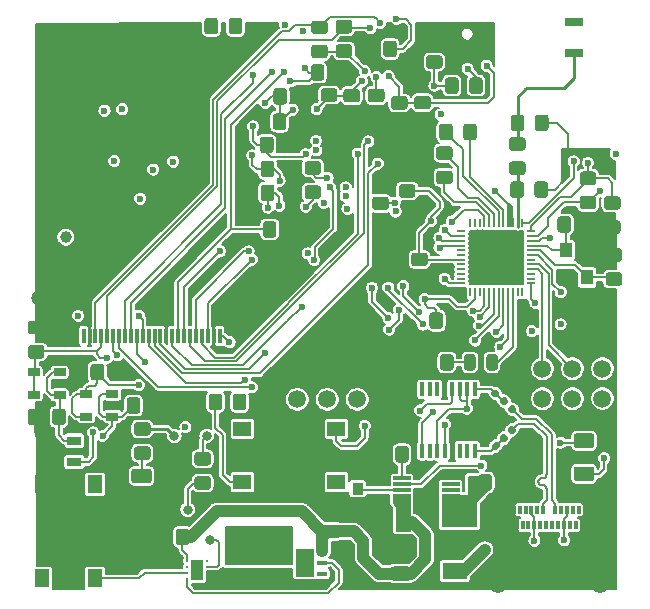
<source format=gbr>
G04 #@! TF.GenerationSoftware,KiCad,Pcbnew,(5.1.6)-1*
G04 #@! TF.CreationDate,2020-10-17T23:58:27+09:00*
G04 #@! TF.ProjectId,guardianCam_Wifi,67756172-6469-4616-9e43-616d5f576966,rev?*
G04 #@! TF.SameCoordinates,Original*
G04 #@! TF.FileFunction,Copper,L1,Top*
G04 #@! TF.FilePolarity,Positive*
%FSLAX46Y46*%
G04 Gerber Fmt 4.6, Leading zero omitted, Abs format (unit mm)*
G04 Created by KiCad (PCBNEW (5.1.6)-1) date 2020-10-17 23:58:27*
%MOMM*%
%LPD*%
G01*
G04 APERTURE LIST*
G04 #@! TA.AperFunction,SMDPad,CuDef*
%ADD10R,0.400000X1.200000*%
G04 #@! TD*
G04 #@! TA.AperFunction,SMDPad,CuDef*
%ADD11R,0.970000X1.000000*%
G04 #@! TD*
G04 #@! TA.AperFunction,SMDPad,CuDef*
%ADD12R,1.498600X0.304800*%
G04 #@! TD*
G04 #@! TA.AperFunction,SMDPad,CuDef*
%ADD13R,1.000000X1.800000*%
G04 #@! TD*
G04 #@! TA.AperFunction,SMDPad,CuDef*
%ADD14R,0.250000X0.200000*%
G04 #@! TD*
G04 #@! TA.AperFunction,SMDPad,CuDef*
%ADD15R,0.860000X0.400000*%
G04 #@! TD*
G04 #@! TA.AperFunction,SMDPad,CuDef*
%ADD16R,1.630000X2.370000*%
G04 #@! TD*
G04 #@! TA.AperFunction,SMDPad,CuDef*
%ADD17R,1.549400X1.295400*%
G04 #@! TD*
G04 #@! TA.AperFunction,SMDPad,CuDef*
%ADD18R,0.300000X0.700000*%
G04 #@! TD*
G04 #@! TA.AperFunction,SMDPad,CuDef*
%ADD19R,1.000000X0.700000*%
G04 #@! TD*
G04 #@! TA.AperFunction,ComponentPad*
%ADD20O,1.100000X2.200000*%
G04 #@! TD*
G04 #@! TA.AperFunction,ComponentPad*
%ADD21O,1.300000X2.600000*%
G04 #@! TD*
G04 #@! TA.AperFunction,SMDPad,CuDef*
%ADD22R,1.295400X1.549400*%
G04 #@! TD*
G04 #@! TA.AperFunction,ComponentPad*
%ADD23C,1.500000*%
G04 #@! TD*
G04 #@! TA.AperFunction,SMDPad,CuDef*
%ADD24R,0.203200X0.762000*%
G04 #@! TD*
G04 #@! TA.AperFunction,SMDPad,CuDef*
%ADD25R,0.762000X0.203200*%
G04 #@! TD*
G04 #@! TA.AperFunction,SMDPad,CuDef*
%ADD26R,4.343400X4.343400*%
G04 #@! TD*
G04 #@! TA.AperFunction,SMDPad,CuDef*
%ADD27R,1.100000X1.300000*%
G04 #@! TD*
G04 #@! TA.AperFunction,SMDPad,CuDef*
%ADD28R,1.060000X0.650000*%
G04 #@! TD*
G04 #@! TA.AperFunction,SMDPad,CuDef*
%ADD29R,1.200000X0.800000*%
G04 #@! TD*
G04 #@! TA.AperFunction,SMDPad,CuDef*
%ADD30R,2.100000X1.400000*%
G04 #@! TD*
G04 #@! TA.AperFunction,ComponentPad*
%ADD31O,1.750000X1.200000*%
G04 #@! TD*
G04 #@! TA.AperFunction,SMDPad,CuDef*
%ADD32R,1.600000X0.800000*%
G04 #@! TD*
G04 #@! TA.AperFunction,SMDPad,CuDef*
%ADD33R,1.800000X2.200000*%
G04 #@! TD*
G04 #@! TA.AperFunction,SMDPad,CuDef*
%ADD34R,0.300000X1.300000*%
G04 #@! TD*
G04 #@! TA.AperFunction,ViaPad*
%ADD35C,0.600000*%
G04 #@! TD*
G04 #@! TA.AperFunction,ViaPad*
%ADD36C,1.200000*%
G04 #@! TD*
G04 #@! TA.AperFunction,ViaPad*
%ADD37C,1.000000*%
G04 #@! TD*
G04 #@! TA.AperFunction,ViaPad*
%ADD38C,0.800000*%
G04 #@! TD*
G04 #@! TA.AperFunction,Conductor*
%ADD39C,1.000000*%
G04 #@! TD*
G04 #@! TA.AperFunction,Conductor*
%ADD40C,0.200000*%
G04 #@! TD*
G04 #@! TA.AperFunction,Conductor*
%ADD41C,0.400000*%
G04 #@! TD*
G04 #@! TA.AperFunction,Conductor*
%ADD42C,0.250000*%
G04 #@! TD*
G04 APERTURE END LIST*
G04 #@! TA.AperFunction,SMDPad,CuDef*
G36*
G01*
X117635000Y-139259999D02*
X117635000Y-140160001D01*
G75*
G02*
X117385001Y-140410000I-249999J0D01*
G01*
X116734999Y-140410000D01*
G75*
G02*
X116485000Y-140160001I0J249999D01*
G01*
X116485000Y-139259999D01*
G75*
G02*
X116734999Y-139010000I249999J0D01*
G01*
X117385001Y-139010000D01*
G75*
G02*
X117635000Y-139259999I0J-249999D01*
G01*
G37*
G04 #@! TD.AperFunction*
G04 #@! TA.AperFunction,SMDPad,CuDef*
G36*
G01*
X119685000Y-139259999D02*
X119685000Y-140160001D01*
G75*
G02*
X119435001Y-140410000I-249999J0D01*
G01*
X118784999Y-140410000D01*
G75*
G02*
X118535000Y-140160001I0J249999D01*
G01*
X118535000Y-139259999D01*
G75*
G02*
X118784999Y-139010000I249999J0D01*
G01*
X119435001Y-139010000D01*
G75*
G02*
X119685000Y-139259999I0J-249999D01*
G01*
G37*
G04 #@! TD.AperFunction*
D10*
X134567500Y-138650000D03*
X135202500Y-138650000D03*
X135837500Y-138650000D03*
X136472500Y-138650000D03*
X137107500Y-138650000D03*
X137742500Y-138650000D03*
X138377500Y-138650000D03*
X139012500Y-138650000D03*
X139012500Y-143850000D03*
X138377500Y-143850000D03*
X137742500Y-143850000D03*
X137107500Y-143850000D03*
X136472500Y-143850000D03*
X135837500Y-143850000D03*
X135202500Y-143850000D03*
X134567500Y-143850000D03*
G04 #@! TA.AperFunction,SMDPad,CuDef*
G36*
G01*
X141824678Y-139740727D02*
X141580726Y-139984678D01*
G75*
G02*
X141372130Y-139984678I-104298J104298D01*
G01*
X141163534Y-139776082D01*
G75*
G02*
X141163534Y-139567486I104298J104298D01*
G01*
X141407486Y-139323534D01*
G75*
G02*
X141616082Y-139323534I104298J-104298D01*
G01*
X141824678Y-139532130D01*
G75*
G02*
X141824678Y-139740726I-104298J-104298D01*
G01*
G37*
G04 #@! TD.AperFunction*
G04 #@! TA.AperFunction,SMDPad,CuDef*
G36*
G01*
X142510572Y-140426621D02*
X142266620Y-140670572D01*
G75*
G02*
X142058024Y-140670572I-104298J104298D01*
G01*
X141849428Y-140461976D01*
G75*
G02*
X141849428Y-140253380I104298J104298D01*
G01*
X142093380Y-140009428D01*
G75*
G02*
X142301976Y-140009428I104298J-104298D01*
G01*
X142510572Y-140218024D01*
G75*
G02*
X142510572Y-140426620I-104298J-104298D01*
G01*
G37*
G04 #@! TD.AperFunction*
G04 #@! TA.AperFunction,SMDPad,CuDef*
G36*
G01*
X141556621Y-142439428D02*
X141800572Y-142683380D01*
G75*
G02*
X141800572Y-142891976I-104298J-104298D01*
G01*
X141591976Y-143100572D01*
G75*
G02*
X141383380Y-143100572I-104298J104298D01*
G01*
X141139428Y-142856620D01*
G75*
G02*
X141139428Y-142648024I104298J104298D01*
G01*
X141348024Y-142439428D01*
G75*
G02*
X141556620Y-142439428I104298J-104298D01*
G01*
G37*
G04 #@! TD.AperFunction*
G04 #@! TA.AperFunction,SMDPad,CuDef*
G36*
G01*
X142242515Y-141753534D02*
X142486466Y-141997486D01*
G75*
G02*
X142486466Y-142206082I-104298J-104298D01*
G01*
X142277870Y-142414678D01*
G75*
G02*
X142069274Y-142414678I-104298J104298D01*
G01*
X141825322Y-142170726D01*
G75*
G02*
X141825322Y-141962130I104298J104298D01*
G01*
X142033918Y-141753534D01*
G75*
G02*
X142242514Y-141753534I104298J-104298D01*
G01*
G37*
G04 #@! TD.AperFunction*
G04 #@! TA.AperFunction,SMDPad,CuDef*
G36*
G01*
X141359273Y-138634678D02*
X141115322Y-138390726D01*
G75*
G02*
X141115322Y-138182130I104298J104298D01*
G01*
X141323918Y-137973534D01*
G75*
G02*
X141532514Y-137973534I104298J-104298D01*
G01*
X141776466Y-138217486D01*
G75*
G02*
X141776466Y-138426082I-104298J-104298D01*
G01*
X141567870Y-138634678D01*
G75*
G02*
X141359274Y-138634678I-104298J104298D01*
G01*
G37*
G04 #@! TD.AperFunction*
G04 #@! TA.AperFunction,SMDPad,CuDef*
G36*
G01*
X140673379Y-139320572D02*
X140429428Y-139076620D01*
G75*
G02*
X140429428Y-138868024I104298J104298D01*
G01*
X140638024Y-138659428D01*
G75*
G02*
X140846620Y-138659428I104298J-104298D01*
G01*
X141090572Y-138903380D01*
G75*
G02*
X141090572Y-139111976I-104298J-104298D01*
G01*
X140881976Y-139320572D01*
G75*
G02*
X140673380Y-139320572I-104298J104298D01*
G01*
G37*
G04 #@! TD.AperFunction*
G04 #@! TA.AperFunction,SMDPad,CuDef*
G36*
G01*
X141155322Y-144039273D02*
X141399274Y-143795322D01*
G75*
G02*
X141607870Y-143795322I104298J-104298D01*
G01*
X141816466Y-144003918D01*
G75*
G02*
X141816466Y-144212514I-104298J-104298D01*
G01*
X141572514Y-144456466D01*
G75*
G02*
X141363918Y-144456466I-104298J104298D01*
G01*
X141155322Y-144247870D01*
G75*
G02*
X141155322Y-144039274I104298J104298D01*
G01*
G37*
G04 #@! TD.AperFunction*
G04 #@! TA.AperFunction,SMDPad,CuDef*
G36*
G01*
X140469428Y-143353379D02*
X140713380Y-143109428D01*
G75*
G02*
X140921976Y-143109428I104298J-104298D01*
G01*
X141130572Y-143318024D01*
G75*
G02*
X141130572Y-143526620I-104298J-104298D01*
G01*
X140886620Y-143770572D01*
G75*
G02*
X140678024Y-143770572I-104298J104298D01*
G01*
X140469428Y-143561976D01*
G75*
G02*
X140469428Y-143353380I104298J104298D01*
G01*
G37*
G04 #@! TD.AperFunction*
D11*
X129100000Y-147060000D03*
X129100000Y-148530000D03*
G04 #@! TA.AperFunction,SMDPad,CuDef*
G36*
G01*
X131390000Y-143689999D02*
X131390000Y-144590001D01*
G75*
G02*
X131140001Y-144840000I-249999J0D01*
G01*
X130489999Y-144840000D01*
G75*
G02*
X130240000Y-144590001I0J249999D01*
G01*
X130240000Y-143689999D01*
G75*
G02*
X130489999Y-143440000I249999J0D01*
G01*
X131140001Y-143440000D01*
G75*
G02*
X131390000Y-143689999I0J-249999D01*
G01*
G37*
G04 #@! TD.AperFunction*
G04 #@! TA.AperFunction,SMDPad,CuDef*
G36*
G01*
X133440000Y-143689999D02*
X133440000Y-144590001D01*
G75*
G02*
X133190001Y-144840000I-249999J0D01*
G01*
X132539999Y-144840000D01*
G75*
G02*
X132290000Y-144590001I0J249999D01*
G01*
X132290000Y-143689999D01*
G75*
G02*
X132539999Y-143440000I249999J0D01*
G01*
X133190001Y-143440000D01*
G75*
G02*
X133440000Y-143689999I0J-249999D01*
G01*
G37*
G04 #@! TD.AperFunction*
D12*
X136977400Y-148160600D03*
X136977400Y-147678000D03*
X136977400Y-147170000D03*
X136977400Y-146662000D03*
X136977400Y-146179400D03*
X132862600Y-146179400D03*
X132862600Y-146662000D03*
X132862600Y-147170000D03*
X132862600Y-147678000D03*
X132862600Y-148160600D03*
G04 #@! TA.AperFunction,SMDPad,CuDef*
G36*
G01*
X112800000Y-150699999D02*
X112800000Y-151600001D01*
G75*
G02*
X112550001Y-151850000I-249999J0D01*
G01*
X111899999Y-151850000D01*
G75*
G02*
X111650000Y-151600001I0J249999D01*
G01*
X111650000Y-150699999D01*
G75*
G02*
X111899999Y-150450000I249999J0D01*
G01*
X112550001Y-150450000D01*
G75*
G02*
X112800000Y-150699999I0J-249999D01*
G01*
G37*
G04 #@! TD.AperFunction*
G04 #@! TA.AperFunction,SMDPad,CuDef*
G36*
G01*
X114850000Y-150699999D02*
X114850000Y-151600001D01*
G75*
G02*
X114600001Y-151850000I-249999J0D01*
G01*
X113949999Y-151850000D01*
G75*
G02*
X113700000Y-151600001I0J249999D01*
G01*
X113700000Y-150699999D01*
G75*
G02*
X113949999Y-150450000I249999J0D01*
G01*
X114600001Y-150450000D01*
G75*
G02*
X114850000Y-150699999I0J-249999D01*
G01*
G37*
G04 #@! TD.AperFunction*
D13*
X115530000Y-153910000D03*
D14*
X116380000Y-154660000D03*
X116380000Y-154160000D03*
X116380000Y-153660000D03*
X116380000Y-153160000D03*
X114680000Y-154660000D03*
X114680000Y-154160000D03*
X114680000Y-153660000D03*
X114680000Y-153160000D03*
G04 #@! TA.AperFunction,SMDPad,CuDef*
G36*
G01*
X116440001Y-145100000D02*
X115539999Y-145100000D01*
G75*
G02*
X115290000Y-144850001I0J249999D01*
G01*
X115290000Y-144199999D01*
G75*
G02*
X115539999Y-143950000I249999J0D01*
G01*
X116440001Y-143950000D01*
G75*
G02*
X116690000Y-144199999I0J-249999D01*
G01*
X116690000Y-144850001D01*
G75*
G02*
X116440001Y-145100000I-249999J0D01*
G01*
G37*
G04 #@! TD.AperFunction*
G04 #@! TA.AperFunction,SMDPad,CuDef*
G36*
G01*
X116440001Y-147150000D02*
X115539999Y-147150000D01*
G75*
G02*
X115290000Y-146900001I0J249999D01*
G01*
X115290000Y-146249999D01*
G75*
G02*
X115539999Y-146000000I249999J0D01*
G01*
X116440001Y-146000000D01*
G75*
G02*
X116690000Y-146249999I0J-249999D01*
G01*
X116690000Y-146900001D01*
G75*
G02*
X116440001Y-147150000I-249999J0D01*
G01*
G37*
G04 #@! TD.AperFunction*
D15*
X123225000Y-152360000D03*
X123225000Y-153310000D03*
X123225000Y-154260000D03*
X126095000Y-154260000D03*
X126095000Y-153310000D03*
X126095000Y-152360000D03*
D16*
X124660000Y-153310000D03*
D17*
X127304998Y-146480001D03*
X127304998Y-141979999D03*
X119355002Y-141979999D03*
X119355002Y-146480001D03*
D18*
X142320000Y-148840000D03*
X142820000Y-148840000D03*
X143320000Y-148840000D03*
X143820000Y-148840000D03*
X144320000Y-148840000D03*
X144820000Y-148840000D03*
X145820000Y-148840000D03*
X146320000Y-148840000D03*
X146820000Y-148840000D03*
X147320000Y-148840000D03*
X147820000Y-148840000D03*
X148320000Y-148840000D03*
D19*
X148420000Y-150140000D03*
D18*
X147570000Y-150140000D03*
X147070000Y-150140000D03*
X146570000Y-150140000D03*
X146070000Y-150140000D03*
X145570000Y-150140000D03*
X145070000Y-150140000D03*
X144570000Y-150140000D03*
X144070000Y-150140000D03*
X143570000Y-150140000D03*
X143070000Y-150140000D03*
D19*
X142220000Y-150140000D03*
D20*
X141000000Y-149250000D03*
X149640000Y-149250000D03*
D21*
X141000000Y-154610000D03*
X149640000Y-154610000D03*
D22*
X106860001Y-146685002D03*
X102359999Y-146685002D03*
X102359999Y-154634998D03*
X106860001Y-154634998D03*
D23*
X147290000Y-136890000D03*
X144750000Y-136890000D03*
X131620000Y-139500000D03*
X149830000Y-139420000D03*
X147290000Y-139430000D03*
X144750000Y-139430000D03*
X149830000Y-136890000D03*
X124000000Y-139500000D03*
X126540000Y-139500000D03*
X129080000Y-139500000D03*
G04 #@! TA.AperFunction,SMDPad,CuDef*
G36*
G01*
X124025000Y-114280001D02*
X124025000Y-113379999D01*
G75*
G02*
X124274999Y-113130000I249999J0D01*
G01*
X124925001Y-113130000D01*
G75*
G02*
X125175000Y-113379999I0J-249999D01*
G01*
X125175000Y-114280001D01*
G75*
G02*
X124925001Y-114530000I-249999J0D01*
G01*
X124274999Y-114530000D01*
G75*
G02*
X124025000Y-114280001I0J249999D01*
G01*
G37*
G04 #@! TD.AperFunction*
G04 #@! TA.AperFunction,SMDPad,CuDef*
G36*
G01*
X121975000Y-114280001D02*
X121975000Y-113379999D01*
G75*
G02*
X122224999Y-113130000I249999J0D01*
G01*
X122875001Y-113130000D01*
G75*
G02*
X123125000Y-113379999I0J-249999D01*
G01*
X123125000Y-114280001D01*
G75*
G02*
X122875001Y-114530000I-249999J0D01*
G01*
X122224999Y-114530000D01*
G75*
G02*
X121975000Y-114280001I0J249999D01*
G01*
G37*
G04 #@! TD.AperFunction*
D24*
X143040001Y-124523600D03*
X142639999Y-124523600D03*
X142240000Y-124523600D03*
X141840001Y-124523600D03*
X141439999Y-124523600D03*
X141040000Y-124523600D03*
X140640000Y-124523600D03*
X140240001Y-124523600D03*
X139839999Y-124523600D03*
X139440000Y-124523600D03*
X139040001Y-124523600D03*
X138639999Y-124523600D03*
D25*
X137893600Y-125269999D03*
X137893600Y-125670001D03*
X137893600Y-126070000D03*
X137893600Y-126469999D03*
X137893600Y-126870001D03*
X137893600Y-127270000D03*
X137893600Y-127670000D03*
X137893600Y-128069999D03*
X137893600Y-128470001D03*
X137893600Y-128870000D03*
X137893600Y-129269999D03*
X137893600Y-129670001D03*
D24*
X138639999Y-130416400D03*
X139040001Y-130416400D03*
X139440000Y-130416400D03*
X139839999Y-130416400D03*
X140240001Y-130416400D03*
X140640000Y-130416400D03*
X141040000Y-130416400D03*
X141439999Y-130416400D03*
X141840001Y-130416400D03*
X142240000Y-130416400D03*
X142639999Y-130416400D03*
X143040001Y-130416400D03*
D25*
X143786400Y-129670001D03*
X143786400Y-129269999D03*
X143786400Y-128870000D03*
X143786400Y-128470001D03*
X143786400Y-128069999D03*
X143786400Y-127670000D03*
X143786400Y-127270000D03*
X143786400Y-126870001D03*
X143786400Y-126469999D03*
X143786400Y-126070000D03*
X143786400Y-125670001D03*
X143786400Y-125269999D03*
D26*
X140840000Y-127470000D03*
D27*
X146740000Y-126870000D03*
X146740000Y-129170000D03*
X148540000Y-129170000D03*
X148540000Y-126870000D03*
D28*
X101680000Y-139110000D03*
X101680000Y-137210000D03*
X103880000Y-137210000D03*
X103880000Y-138160000D03*
X103880000Y-139110000D03*
X106140000Y-140950000D03*
X106140000Y-139050000D03*
X108340000Y-139050000D03*
X108340000Y-140000000D03*
X108340000Y-140950000D03*
G04 #@! TA.AperFunction,SMDPad,CuDef*
G36*
G01*
X110419999Y-143475000D02*
X111320001Y-143475000D01*
G75*
G02*
X111570000Y-143724999I0J-249999D01*
G01*
X111570000Y-144375001D01*
G75*
G02*
X111320001Y-144625000I-249999J0D01*
G01*
X110419999Y-144625000D01*
G75*
G02*
X110170000Y-144375001I0J249999D01*
G01*
X110170000Y-143724999D01*
G75*
G02*
X110419999Y-143475000I249999J0D01*
G01*
G37*
G04 #@! TD.AperFunction*
G04 #@! TA.AperFunction,SMDPad,CuDef*
G36*
G01*
X110419999Y-141425000D02*
X111320001Y-141425000D01*
G75*
G02*
X111570000Y-141674999I0J-249999D01*
G01*
X111570000Y-142325001D01*
G75*
G02*
X111320001Y-142575000I-249999J0D01*
G01*
X110419999Y-142575000D01*
G75*
G02*
X110170000Y-142325001I0J249999D01*
G01*
X110170000Y-141674999D01*
G75*
G02*
X110419999Y-141425000I249999J0D01*
G01*
G37*
G04 #@! TD.AperFunction*
G04 #@! TA.AperFunction,SMDPad,CuDef*
G36*
G01*
X136075000Y-136810001D02*
X136075000Y-135909999D01*
G75*
G02*
X136324999Y-135660000I249999J0D01*
G01*
X136975001Y-135660000D01*
G75*
G02*
X137225000Y-135909999I0J-249999D01*
G01*
X137225000Y-136810001D01*
G75*
G02*
X136975001Y-137060000I-249999J0D01*
G01*
X136324999Y-137060000D01*
G75*
G02*
X136075000Y-136810001I0J249999D01*
G01*
G37*
G04 #@! TD.AperFunction*
G04 #@! TA.AperFunction,SMDPad,CuDef*
G36*
G01*
X134025000Y-136810001D02*
X134025000Y-135909999D01*
G75*
G02*
X134274999Y-135660000I249999J0D01*
G01*
X134925001Y-135660000D01*
G75*
G02*
X135175000Y-135909999I0J-249999D01*
G01*
X135175000Y-136810001D01*
G75*
G02*
X134925001Y-137060000I-249999J0D01*
G01*
X134274999Y-137060000D01*
G75*
G02*
X134025000Y-136810001I0J249999D01*
G01*
G37*
G04 #@! TD.AperFunction*
G04 #@! TA.AperFunction,SMDPad,CuDef*
G36*
G01*
X118185000Y-108340001D02*
X118185000Y-107439999D01*
G75*
G02*
X118434999Y-107190000I249999J0D01*
G01*
X119085001Y-107190000D01*
G75*
G02*
X119335000Y-107439999I0J-249999D01*
G01*
X119335000Y-108340001D01*
G75*
G02*
X119085001Y-108590000I-249999J0D01*
G01*
X118434999Y-108590000D01*
G75*
G02*
X118185000Y-108340001I0J249999D01*
G01*
G37*
G04 #@! TD.AperFunction*
G04 #@! TA.AperFunction,SMDPad,CuDef*
G36*
G01*
X116135000Y-108340001D02*
X116135000Y-107439999D01*
G75*
G02*
X116384999Y-107190000I249999J0D01*
G01*
X117035001Y-107190000D01*
G75*
G02*
X117285000Y-107439999I0J-249999D01*
G01*
X117285000Y-108340001D01*
G75*
G02*
X117035001Y-108590000I-249999J0D01*
G01*
X116384999Y-108590000D01*
G75*
G02*
X116135000Y-108340001I0J249999D01*
G01*
G37*
G04 #@! TD.AperFunction*
G04 #@! TA.AperFunction,SMDPad,CuDef*
G36*
G01*
X149060001Y-121345000D02*
X148159999Y-121345000D01*
G75*
G02*
X147910000Y-121095001I0J249999D01*
G01*
X147910000Y-120444999D01*
G75*
G02*
X148159999Y-120195000I249999J0D01*
G01*
X149060001Y-120195000D01*
G75*
G02*
X149310000Y-120444999I0J-249999D01*
G01*
X149310000Y-121095001D01*
G75*
G02*
X149060001Y-121345000I-249999J0D01*
G01*
G37*
G04 #@! TD.AperFunction*
G04 #@! TA.AperFunction,SMDPad,CuDef*
G36*
G01*
X149060001Y-123395000D02*
X148159999Y-123395000D01*
G75*
G02*
X147910000Y-123145001I0J249999D01*
G01*
X147910000Y-122494999D01*
G75*
G02*
X148159999Y-122245000I249999J0D01*
G01*
X149060001Y-122245000D01*
G75*
G02*
X149310000Y-122494999I0J-249999D01*
G01*
X149310000Y-123145001D01*
G75*
G02*
X149060001Y-123395000I-249999J0D01*
G01*
G37*
G04 #@! TD.AperFunction*
G04 #@! TA.AperFunction,SMDPad,CuDef*
G36*
G01*
X125760001Y-120475000D02*
X124859999Y-120475000D01*
G75*
G02*
X124610000Y-120225001I0J249999D01*
G01*
X124610000Y-119574999D01*
G75*
G02*
X124859999Y-119325000I249999J0D01*
G01*
X125760001Y-119325000D01*
G75*
G02*
X126010000Y-119574999I0J-249999D01*
G01*
X126010000Y-120225001D01*
G75*
G02*
X125760001Y-120475000I-249999J0D01*
G01*
G37*
G04 #@! TD.AperFunction*
G04 #@! TA.AperFunction,SMDPad,CuDef*
G36*
G01*
X125760001Y-122525000D02*
X124859999Y-122525000D01*
G75*
G02*
X124610000Y-122275001I0J249999D01*
G01*
X124610000Y-121624999D01*
G75*
G02*
X124859999Y-121375000I249999J0D01*
G01*
X125760001Y-121375000D01*
G75*
G02*
X126010000Y-121624999I0J-249999D01*
G01*
X126010000Y-122275001D01*
G75*
G02*
X125760001Y-122525000I-249999J0D01*
G01*
G37*
G04 #@! TD.AperFunction*
G04 #@! TA.AperFunction,SMDPad,CuDef*
G36*
G01*
X127489999Y-109415000D02*
X128390001Y-109415000D01*
G75*
G02*
X128640000Y-109664999I0J-249999D01*
G01*
X128640000Y-110315001D01*
G75*
G02*
X128390001Y-110565000I-249999J0D01*
G01*
X127489999Y-110565000D01*
G75*
G02*
X127240000Y-110315001I0J249999D01*
G01*
X127240000Y-109664999D01*
G75*
G02*
X127489999Y-109415000I249999J0D01*
G01*
G37*
G04 #@! TD.AperFunction*
G04 #@! TA.AperFunction,SMDPad,CuDef*
G36*
G01*
X127489999Y-107365000D02*
X128390001Y-107365000D01*
G75*
G02*
X128640000Y-107614999I0J-249999D01*
G01*
X128640000Y-108265001D01*
G75*
G02*
X128390001Y-108515000I-249999J0D01*
G01*
X127489999Y-108515000D01*
G75*
G02*
X127240000Y-108265001I0J249999D01*
G01*
X127240000Y-107614999D01*
G75*
G02*
X127489999Y-107365000I249999J0D01*
G01*
G37*
G04 #@! TD.AperFunction*
G04 #@! TA.AperFunction,SMDPad,CuDef*
G36*
G01*
X125429999Y-109465000D02*
X126330001Y-109465000D01*
G75*
G02*
X126580000Y-109714999I0J-249999D01*
G01*
X126580000Y-110365001D01*
G75*
G02*
X126330001Y-110615000I-249999J0D01*
G01*
X125429999Y-110615000D01*
G75*
G02*
X125180000Y-110365001I0J249999D01*
G01*
X125180000Y-109714999D01*
G75*
G02*
X125429999Y-109465000I249999J0D01*
G01*
G37*
G04 #@! TD.AperFunction*
G04 #@! TA.AperFunction,SMDPad,CuDef*
G36*
G01*
X125429999Y-107415000D02*
X126330001Y-107415000D01*
G75*
G02*
X126580000Y-107664999I0J-249999D01*
G01*
X126580000Y-108315001D01*
G75*
G02*
X126330001Y-108565000I-249999J0D01*
G01*
X125429999Y-108565000D01*
G75*
G02*
X125180000Y-108315001I0J249999D01*
G01*
X125180000Y-107664999D01*
G75*
G02*
X125429999Y-107415000I249999J0D01*
G01*
G37*
G04 #@! TD.AperFunction*
G04 #@! TA.AperFunction,SMDPad,CuDef*
G36*
G01*
X136050001Y-109455000D02*
X135149999Y-109455000D01*
G75*
G02*
X134900000Y-109205001I0J249999D01*
G01*
X134900000Y-108554999D01*
G75*
G02*
X135149999Y-108305000I249999J0D01*
G01*
X136050001Y-108305000D01*
G75*
G02*
X136300000Y-108554999I0J-249999D01*
G01*
X136300000Y-109205001D01*
G75*
G02*
X136050001Y-109455000I-249999J0D01*
G01*
G37*
G04 #@! TD.AperFunction*
G04 #@! TA.AperFunction,SMDPad,CuDef*
G36*
G01*
X136050001Y-111505000D02*
X135149999Y-111505000D01*
G75*
G02*
X134900000Y-111255001I0J249999D01*
G01*
X134900000Y-110604999D01*
G75*
G02*
X135149999Y-110355000I249999J0D01*
G01*
X136050001Y-110355000D01*
G75*
G02*
X136300000Y-110604999I0J-249999D01*
G01*
X136300000Y-111255001D01*
G75*
G02*
X136050001Y-111505000I-249999J0D01*
G01*
G37*
G04 #@! TD.AperFunction*
G04 #@! TA.AperFunction,SMDPad,CuDef*
G36*
G01*
X137655000Y-112479999D02*
X137655000Y-113380001D01*
G75*
G02*
X137405001Y-113630000I-249999J0D01*
G01*
X136754999Y-113630000D01*
G75*
G02*
X136505000Y-113380001I0J249999D01*
G01*
X136505000Y-112479999D01*
G75*
G02*
X136754999Y-112230000I249999J0D01*
G01*
X137405001Y-112230000D01*
G75*
G02*
X137655000Y-112479999I0J-249999D01*
G01*
G37*
G04 #@! TD.AperFunction*
G04 #@! TA.AperFunction,SMDPad,CuDef*
G36*
G01*
X139705000Y-112479999D02*
X139705000Y-113380001D01*
G75*
G02*
X139455001Y-113630000I-249999J0D01*
G01*
X138804999Y-113630000D01*
G75*
G02*
X138555000Y-113380001I0J249999D01*
G01*
X138555000Y-112479999D01*
G75*
G02*
X138804999Y-112230000I249999J0D01*
G01*
X139455001Y-112230000D01*
G75*
G02*
X139705000Y-112479999I0J-249999D01*
G01*
G37*
G04 #@! TD.AperFunction*
G04 #@! TA.AperFunction,SMDPad,CuDef*
G36*
G01*
X142179999Y-119345000D02*
X143080001Y-119345000D01*
G75*
G02*
X143330000Y-119594999I0J-249999D01*
G01*
X143330000Y-120245001D01*
G75*
G02*
X143080001Y-120495000I-249999J0D01*
G01*
X142179999Y-120495000D01*
G75*
G02*
X141930000Y-120245001I0J249999D01*
G01*
X141930000Y-119594999D01*
G75*
G02*
X142179999Y-119345000I249999J0D01*
G01*
G37*
G04 #@! TD.AperFunction*
G04 #@! TA.AperFunction,SMDPad,CuDef*
G36*
G01*
X142179999Y-117295000D02*
X143080001Y-117295000D01*
G75*
G02*
X143330000Y-117544999I0J-249999D01*
G01*
X143330000Y-118195001D01*
G75*
G02*
X143080001Y-118445000I-249999J0D01*
G01*
X142179999Y-118445000D01*
G75*
G02*
X141930000Y-118195001I0J249999D01*
G01*
X141930000Y-117544999D01*
G75*
G02*
X142179999Y-117295000I249999J0D01*
G01*
G37*
G04 #@! TD.AperFunction*
D29*
X105100000Y-142980000D03*
X105100000Y-144780000D03*
G04 #@! TA.AperFunction,SMDPad,CuDef*
G36*
G01*
X111435000Y-146605000D02*
X110185000Y-146605000D01*
G75*
G02*
X109935000Y-146355000I0J250000D01*
G01*
X109935000Y-145605000D01*
G75*
G02*
X110185000Y-145355000I250000J0D01*
G01*
X111435000Y-145355000D01*
G75*
G02*
X111685000Y-145605000I0J-250000D01*
G01*
X111685000Y-146355000D01*
G75*
G02*
X111435000Y-146605000I-250000J0D01*
G01*
G37*
G04 #@! TD.AperFunction*
G04 #@! TA.AperFunction,SMDPad,CuDef*
G36*
G01*
X111435000Y-149405000D02*
X110185000Y-149405000D01*
G75*
G02*
X109935000Y-149155000I0J250000D01*
G01*
X109935000Y-148405000D01*
G75*
G02*
X110185000Y-148155000I250000J0D01*
G01*
X111435000Y-148155000D01*
G75*
G02*
X111685000Y-148405000I0J-250000D01*
G01*
X111685000Y-149155000D01*
G75*
G02*
X111435000Y-149405000I-250000J0D01*
G01*
G37*
G04 #@! TD.AperFunction*
G04 #@! TA.AperFunction,SMDPad,CuDef*
G36*
G01*
X139997500Y-136816250D02*
X139997500Y-135903750D01*
G75*
G02*
X140241250Y-135660000I243750J0D01*
G01*
X140728750Y-135660000D01*
G75*
G02*
X140972500Y-135903750I0J-243750D01*
G01*
X140972500Y-136816250D01*
G75*
G02*
X140728750Y-137060000I-243750J0D01*
G01*
X140241250Y-137060000D01*
G75*
G02*
X139997500Y-136816250I0J243750D01*
G01*
G37*
G04 #@! TD.AperFunction*
G04 #@! TA.AperFunction,SMDPad,CuDef*
G36*
G01*
X138122500Y-136816250D02*
X138122500Y-135903750D01*
G75*
G02*
X138366250Y-135660000I243750J0D01*
G01*
X138853750Y-135660000D01*
G75*
G02*
X139097500Y-135903750I0J-243750D01*
G01*
X139097500Y-136816250D01*
G75*
G02*
X138853750Y-137060000I-243750J0D01*
G01*
X138366250Y-137060000D01*
G75*
G02*
X138122500Y-136816250I0J243750D01*
G01*
G37*
G04 #@! TD.AperFunction*
G04 #@! TA.AperFunction,SMDPad,CuDef*
G36*
G01*
X147645000Y-145175000D02*
X148895000Y-145175000D01*
G75*
G02*
X149145000Y-145425000I0J-250000D01*
G01*
X149145000Y-146175000D01*
G75*
G02*
X148895000Y-146425000I-250000J0D01*
G01*
X147645000Y-146425000D01*
G75*
G02*
X147395000Y-146175000I0J250000D01*
G01*
X147395000Y-145425000D01*
G75*
G02*
X147645000Y-145175000I250000J0D01*
G01*
G37*
G04 #@! TD.AperFunction*
G04 #@! TA.AperFunction,SMDPad,CuDef*
G36*
G01*
X147645000Y-142375000D02*
X148895000Y-142375000D01*
G75*
G02*
X149145000Y-142625000I0J-250000D01*
G01*
X149145000Y-143375000D01*
G75*
G02*
X148895000Y-143625000I-250000J0D01*
G01*
X147645000Y-143625000D01*
G75*
G02*
X147395000Y-143375000I0J250000D01*
G01*
X147395000Y-142625000D01*
G75*
G02*
X147645000Y-142375000I250000J0D01*
G01*
G37*
G04 #@! TD.AperFunction*
D30*
X137320000Y-154040000D03*
X137320000Y-149640000D03*
G04 #@! TA.AperFunction,SMDPad,CuDef*
G36*
G01*
X137235000Y-133280001D02*
X137235000Y-132379999D01*
G75*
G02*
X137484999Y-132130000I249999J0D01*
G01*
X138135001Y-132130000D01*
G75*
G02*
X138385000Y-132379999I0J-249999D01*
G01*
X138385000Y-133280001D01*
G75*
G02*
X138135001Y-133530000I-249999J0D01*
G01*
X137484999Y-133530000D01*
G75*
G02*
X137235000Y-133280001I0J249999D01*
G01*
G37*
G04 #@! TD.AperFunction*
G04 #@! TA.AperFunction,SMDPad,CuDef*
G36*
G01*
X135185000Y-133280001D02*
X135185000Y-132379999D01*
G75*
G02*
X135434999Y-132130000I249999J0D01*
G01*
X136085001Y-132130000D01*
G75*
G02*
X136335000Y-132379999I0J-249999D01*
G01*
X136335000Y-133280001D01*
G75*
G02*
X136085001Y-133530000I-249999J0D01*
G01*
X135434999Y-133530000D01*
G75*
G02*
X135185000Y-133280001I0J249999D01*
G01*
G37*
G04 #@! TD.AperFunction*
G04 #@! TA.AperFunction,SMDPad,CuDef*
G36*
G01*
X133879999Y-129120000D02*
X134780001Y-129120000D01*
G75*
G02*
X135030000Y-129369999I0J-249999D01*
G01*
X135030000Y-130020001D01*
G75*
G02*
X134780001Y-130270000I-249999J0D01*
G01*
X133879999Y-130270000D01*
G75*
G02*
X133630000Y-130020001I0J249999D01*
G01*
X133630000Y-129369999D01*
G75*
G02*
X133879999Y-129120000I249999J0D01*
G01*
G37*
G04 #@! TD.AperFunction*
G04 #@! TA.AperFunction,SMDPad,CuDef*
G36*
G01*
X133879999Y-127070000D02*
X134780001Y-127070000D01*
G75*
G02*
X135030000Y-127319999I0J-249999D01*
G01*
X135030000Y-127970001D01*
G75*
G02*
X134780001Y-128220000I-249999J0D01*
G01*
X133879999Y-128220000D01*
G75*
G02*
X133630000Y-127970001I0J249999D01*
G01*
X133630000Y-127319999D01*
G75*
G02*
X133879999Y-127070000I249999J0D01*
G01*
G37*
G04 #@! TD.AperFunction*
G04 #@! TA.AperFunction,SMDPad,CuDef*
G36*
G01*
X135999999Y-120125000D02*
X136900001Y-120125000D01*
G75*
G02*
X137150000Y-120374999I0J-249999D01*
G01*
X137150000Y-121025001D01*
G75*
G02*
X136900001Y-121275000I-249999J0D01*
G01*
X135999999Y-121275000D01*
G75*
G02*
X135750000Y-121025001I0J249999D01*
G01*
X135750000Y-120374999D01*
G75*
G02*
X135999999Y-120125000I249999J0D01*
G01*
G37*
G04 #@! TD.AperFunction*
G04 #@! TA.AperFunction,SMDPad,CuDef*
G36*
G01*
X135999999Y-118075000D02*
X136900001Y-118075000D01*
G75*
G02*
X137150000Y-118324999I0J-249999D01*
G01*
X137150000Y-118975001D01*
G75*
G02*
X136900001Y-119225000I-249999J0D01*
G01*
X135999999Y-119225000D01*
G75*
G02*
X135750000Y-118975001I0J249999D01*
G01*
X135750000Y-118324999D01*
G75*
G02*
X135999999Y-118075000I249999J0D01*
G01*
G37*
G04 #@! TD.AperFunction*
G04 #@! TA.AperFunction,SMDPad,CuDef*
G36*
G01*
X138045000Y-117300001D02*
X138045000Y-116399999D01*
G75*
G02*
X138294999Y-116150000I249999J0D01*
G01*
X138945001Y-116150000D01*
G75*
G02*
X139195000Y-116399999I0J-249999D01*
G01*
X139195000Y-117300001D01*
G75*
G02*
X138945001Y-117550000I-249999J0D01*
G01*
X138294999Y-117550000D01*
G75*
G02*
X138045000Y-117300001I0J249999D01*
G01*
G37*
G04 #@! TD.AperFunction*
G04 #@! TA.AperFunction,SMDPad,CuDef*
G36*
G01*
X135995000Y-117300001D02*
X135995000Y-116399999D01*
G75*
G02*
X136244999Y-116150000I249999J0D01*
G01*
X136895001Y-116150000D01*
G75*
G02*
X137145000Y-116399999I0J-249999D01*
G01*
X137145000Y-117300001D01*
G75*
G02*
X136895001Y-117550000I-249999J0D01*
G01*
X136244999Y-117550000D01*
G75*
G02*
X135995000Y-117300001I0J249999D01*
G01*
G37*
G04 #@! TD.AperFunction*
G04 #@! TA.AperFunction,SMDPad,CuDef*
G36*
G01*
X151250001Y-127835000D02*
X150349999Y-127835000D01*
G75*
G02*
X150100000Y-127585001I0J249999D01*
G01*
X150100000Y-126934999D01*
G75*
G02*
X150349999Y-126685000I249999J0D01*
G01*
X151250001Y-126685000D01*
G75*
G02*
X151500000Y-126934999I0J-249999D01*
G01*
X151500000Y-127585001D01*
G75*
G02*
X151250001Y-127835000I-249999J0D01*
G01*
G37*
G04 #@! TD.AperFunction*
G04 #@! TA.AperFunction,SMDPad,CuDef*
G36*
G01*
X151250001Y-129885000D02*
X150349999Y-129885000D01*
G75*
G02*
X150100000Y-129635001I0J249999D01*
G01*
X150100000Y-128984999D01*
G75*
G02*
X150349999Y-128735000I249999J0D01*
G01*
X151250001Y-128735000D01*
G75*
G02*
X151500000Y-128984999I0J-249999D01*
G01*
X151500000Y-129635001D01*
G75*
G02*
X151250001Y-129885000I-249999J0D01*
G01*
G37*
G04 #@! TD.AperFunction*
G04 #@! TA.AperFunction,SMDPad,CuDef*
G36*
G01*
X150209999Y-124335000D02*
X151110001Y-124335000D01*
G75*
G02*
X151360000Y-124584999I0J-249999D01*
G01*
X151360000Y-125235001D01*
G75*
G02*
X151110001Y-125485000I-249999J0D01*
G01*
X150209999Y-125485000D01*
G75*
G02*
X149960000Y-125235001I0J249999D01*
G01*
X149960000Y-124584999D01*
G75*
G02*
X150209999Y-124335000I249999J0D01*
G01*
G37*
G04 #@! TD.AperFunction*
G04 #@! TA.AperFunction,SMDPad,CuDef*
G36*
G01*
X150209999Y-122285000D02*
X151110001Y-122285000D01*
G75*
G02*
X151360000Y-122534999I0J-249999D01*
G01*
X151360000Y-123185001D01*
G75*
G02*
X151110001Y-123435000I-249999J0D01*
G01*
X150209999Y-123435000D01*
G75*
G02*
X149960000Y-123185001I0J249999D01*
G01*
X149960000Y-122534999D01*
G75*
G02*
X150209999Y-122285000I249999J0D01*
G01*
G37*
G04 #@! TD.AperFunction*
G04 #@! TA.AperFunction,SMDPad,CuDef*
G36*
G01*
X144075000Y-122180001D02*
X144075000Y-121279999D01*
G75*
G02*
X144324999Y-121030000I249999J0D01*
G01*
X144975001Y-121030000D01*
G75*
G02*
X145225000Y-121279999I0J-249999D01*
G01*
X145225000Y-122180001D01*
G75*
G02*
X144975001Y-122430000I-249999J0D01*
G01*
X144324999Y-122430000D01*
G75*
G02*
X144075000Y-122180001I0J249999D01*
G01*
G37*
G04 #@! TD.AperFunction*
G04 #@! TA.AperFunction,SMDPad,CuDef*
G36*
G01*
X142025000Y-122180001D02*
X142025000Y-121279999D01*
G75*
G02*
X142274999Y-121030000I249999J0D01*
G01*
X142925001Y-121030000D01*
G75*
G02*
X143175000Y-121279999I0J-249999D01*
G01*
X143175000Y-122180001D01*
G75*
G02*
X142925001Y-122430000I-249999J0D01*
G01*
X142274999Y-122430000D01*
G75*
G02*
X142025000Y-122180001I0J249999D01*
G01*
G37*
G04 #@! TD.AperFunction*
G04 #@! TA.AperFunction,SMDPad,CuDef*
G36*
G01*
X144115000Y-116530001D02*
X144115000Y-115629999D01*
G75*
G02*
X144364999Y-115380000I249999J0D01*
G01*
X145015001Y-115380000D01*
G75*
G02*
X145265000Y-115629999I0J-249999D01*
G01*
X145265000Y-116530001D01*
G75*
G02*
X145015001Y-116780000I-249999J0D01*
G01*
X144364999Y-116780000D01*
G75*
G02*
X144115000Y-116530001I0J249999D01*
G01*
G37*
G04 #@! TD.AperFunction*
G04 #@! TA.AperFunction,SMDPad,CuDef*
G36*
G01*
X142065000Y-116530001D02*
X142065000Y-115629999D01*
G75*
G02*
X142314999Y-115380000I249999J0D01*
G01*
X142965001Y-115380000D01*
G75*
G02*
X143215000Y-115629999I0J-249999D01*
G01*
X143215000Y-116530001D01*
G75*
G02*
X142965001Y-116780000I-249999J0D01*
G01*
X142314999Y-116780000D01*
G75*
G02*
X142065000Y-116530001I0J249999D01*
G01*
G37*
G04 #@! TD.AperFunction*
G04 #@! TA.AperFunction,SMDPad,CuDef*
G36*
G01*
X148075000Y-125140001D02*
X148075000Y-124239999D01*
G75*
G02*
X148324999Y-123990000I249999J0D01*
G01*
X148975001Y-123990000D01*
G75*
G02*
X149225000Y-124239999I0J-249999D01*
G01*
X149225000Y-125140001D01*
G75*
G02*
X148975001Y-125390000I-249999J0D01*
G01*
X148324999Y-125390000D01*
G75*
G02*
X148075000Y-125140001I0J249999D01*
G01*
G37*
G04 #@! TD.AperFunction*
G04 #@! TA.AperFunction,SMDPad,CuDef*
G36*
G01*
X146025000Y-125140001D02*
X146025000Y-124239999D01*
G75*
G02*
X146274999Y-123990000I249999J0D01*
G01*
X146925001Y-123990000D01*
G75*
G02*
X147175000Y-124239999I0J-249999D01*
G01*
X147175000Y-125140001D01*
G75*
G02*
X146925001Y-125390000I-249999J0D01*
G01*
X146274999Y-125390000D01*
G75*
G02*
X146025000Y-125140001I0J249999D01*
G01*
G37*
G04 #@! TD.AperFunction*
G04 #@! TA.AperFunction,SMDPad,CuDef*
G36*
G01*
X127185000Y-112280001D02*
X127185000Y-111379999D01*
G75*
G02*
X127434999Y-111130000I249999J0D01*
G01*
X128085001Y-111130000D01*
G75*
G02*
X128335000Y-111379999I0J-249999D01*
G01*
X128335000Y-112280001D01*
G75*
G02*
X128085001Y-112530000I-249999J0D01*
G01*
X127434999Y-112530000D01*
G75*
G02*
X127185000Y-112280001I0J249999D01*
G01*
G37*
G04 #@! TD.AperFunction*
G04 #@! TA.AperFunction,SMDPad,CuDef*
G36*
G01*
X125135000Y-112280001D02*
X125135000Y-111379999D01*
G75*
G02*
X125384999Y-111130000I249999J0D01*
G01*
X126035001Y-111130000D01*
G75*
G02*
X126285000Y-111379999I0J-249999D01*
G01*
X126285000Y-112280001D01*
G75*
G02*
X126035001Y-112530000I-249999J0D01*
G01*
X125384999Y-112530000D01*
G75*
G02*
X125135000Y-112280001I0J249999D01*
G01*
G37*
G04 #@! TD.AperFunction*
G04 #@! TA.AperFunction,SMDPad,CuDef*
G36*
G01*
X133750001Y-120365000D02*
X132849999Y-120365000D01*
G75*
G02*
X132600000Y-120115001I0J249999D01*
G01*
X132600000Y-119464999D01*
G75*
G02*
X132849999Y-119215000I249999J0D01*
G01*
X133750001Y-119215000D01*
G75*
G02*
X134000000Y-119464999I0J-249999D01*
G01*
X134000000Y-120115001D01*
G75*
G02*
X133750001Y-120365000I-249999J0D01*
G01*
G37*
G04 #@! TD.AperFunction*
G04 #@! TA.AperFunction,SMDPad,CuDef*
G36*
G01*
X133750001Y-122415000D02*
X132849999Y-122415000D01*
G75*
G02*
X132600000Y-122165001I0J249999D01*
G01*
X132600000Y-121514999D01*
G75*
G02*
X132849999Y-121265000I249999J0D01*
G01*
X133750001Y-121265000D01*
G75*
G02*
X134000000Y-121514999I0J-249999D01*
G01*
X134000000Y-122165001D01*
G75*
G02*
X133750001Y-122415000I-249999J0D01*
G01*
G37*
G04 #@! TD.AperFunction*
G04 #@! TA.AperFunction,SMDPad,CuDef*
G36*
G01*
X123975000Y-116430001D02*
X123975000Y-115529999D01*
G75*
G02*
X124224999Y-115280000I249999J0D01*
G01*
X124875001Y-115280000D01*
G75*
G02*
X125125000Y-115529999I0J-249999D01*
G01*
X125125000Y-116430001D01*
G75*
G02*
X124875001Y-116680000I-249999J0D01*
G01*
X124224999Y-116680000D01*
G75*
G02*
X123975000Y-116430001I0J249999D01*
G01*
G37*
G04 #@! TD.AperFunction*
G04 #@! TA.AperFunction,SMDPad,CuDef*
G36*
G01*
X121925000Y-116430001D02*
X121925000Y-115529999D01*
G75*
G02*
X122174999Y-115280000I249999J0D01*
G01*
X122825001Y-115280000D01*
G75*
G02*
X123075000Y-115529999I0J-249999D01*
G01*
X123075000Y-116430001D01*
G75*
G02*
X122825001Y-116680000I-249999J0D01*
G01*
X122174999Y-116680000D01*
G75*
G02*
X121925000Y-116430001I0J249999D01*
G01*
G37*
G04 #@! TD.AperFunction*
G04 #@! TA.AperFunction,SMDPad,CuDef*
G36*
G01*
X122885000Y-118390001D02*
X122885000Y-117489999D01*
G75*
G02*
X123134999Y-117240000I249999J0D01*
G01*
X123785001Y-117240000D01*
G75*
G02*
X124035000Y-117489999I0J-249999D01*
G01*
X124035000Y-118390001D01*
G75*
G02*
X123785001Y-118640000I-249999J0D01*
G01*
X123134999Y-118640000D01*
G75*
G02*
X122885000Y-118390001I0J249999D01*
G01*
G37*
G04 #@! TD.AperFunction*
G04 #@! TA.AperFunction,SMDPad,CuDef*
G36*
G01*
X120835000Y-118390001D02*
X120835000Y-117489999D01*
G75*
G02*
X121084999Y-117240000I249999J0D01*
G01*
X121735001Y-117240000D01*
G75*
G02*
X121985000Y-117489999I0J-249999D01*
G01*
X121985000Y-118390001D01*
G75*
G02*
X121735001Y-118640000I-249999J0D01*
G01*
X121084999Y-118640000D01*
G75*
G02*
X120835000Y-118390001I0J249999D01*
G01*
G37*
G04 #@! TD.AperFunction*
G04 #@! TA.AperFunction,SMDPad,CuDef*
G36*
G01*
X122950000Y-122450001D02*
X122950000Y-121549999D01*
G75*
G02*
X123199999Y-121300000I249999J0D01*
G01*
X123850001Y-121300000D01*
G75*
G02*
X124100000Y-121549999I0J-249999D01*
G01*
X124100000Y-122450001D01*
G75*
G02*
X123850001Y-122700000I-249999J0D01*
G01*
X123199999Y-122700000D01*
G75*
G02*
X122950000Y-122450001I0J249999D01*
G01*
G37*
G04 #@! TD.AperFunction*
G04 #@! TA.AperFunction,SMDPad,CuDef*
G36*
G01*
X120900000Y-122450001D02*
X120900000Y-121549999D01*
G75*
G02*
X121149999Y-121300000I249999J0D01*
G01*
X121800001Y-121300000D01*
G75*
G02*
X122050000Y-121549999I0J-249999D01*
G01*
X122050000Y-122450001D01*
G75*
G02*
X121800001Y-122700000I-249999J0D01*
G01*
X121149999Y-122700000D01*
G75*
G02*
X120900000Y-122450001I0J249999D01*
G01*
G37*
G04 #@! TD.AperFunction*
G04 #@! TA.AperFunction,SMDPad,CuDef*
G36*
G01*
X122950000Y-120450001D02*
X122950000Y-119549999D01*
G75*
G02*
X123199999Y-119300000I249999J0D01*
G01*
X123850001Y-119300000D01*
G75*
G02*
X124100000Y-119549999I0J-249999D01*
G01*
X124100000Y-120450001D01*
G75*
G02*
X123850001Y-120700000I-249999J0D01*
G01*
X123199999Y-120700000D01*
G75*
G02*
X122950000Y-120450001I0J249999D01*
G01*
G37*
G04 #@! TD.AperFunction*
G04 #@! TA.AperFunction,SMDPad,CuDef*
G36*
G01*
X120900000Y-120450001D02*
X120900000Y-119549999D01*
G75*
G02*
X121149999Y-119300000I249999J0D01*
G01*
X121800001Y-119300000D01*
G75*
G02*
X122050000Y-119549999I0J-249999D01*
G01*
X122050000Y-120450001D01*
G75*
G02*
X121800001Y-120700000I-249999J0D01*
G01*
X121149999Y-120700000D01*
G75*
G02*
X120900000Y-120450001I0J249999D01*
G01*
G37*
G04 #@! TD.AperFunction*
G04 #@! TA.AperFunction,SMDPad,CuDef*
G36*
G01*
X130229999Y-115230000D02*
X131130001Y-115230000D01*
G75*
G02*
X131380000Y-115479999I0J-249999D01*
G01*
X131380000Y-116130001D01*
G75*
G02*
X131130001Y-116380000I-249999J0D01*
G01*
X130229999Y-116380000D01*
G75*
G02*
X129980000Y-116130001I0J249999D01*
G01*
X129980000Y-115479999D01*
G75*
G02*
X130229999Y-115230000I249999J0D01*
G01*
G37*
G04 #@! TD.AperFunction*
G04 #@! TA.AperFunction,SMDPad,CuDef*
G36*
G01*
X130229999Y-113180000D02*
X131130001Y-113180000D01*
G75*
G02*
X131380000Y-113429999I0J-249999D01*
G01*
X131380000Y-114080001D01*
G75*
G02*
X131130001Y-114330000I-249999J0D01*
G01*
X130229999Y-114330000D01*
G75*
G02*
X129980000Y-114080001I0J249999D01*
G01*
X129980000Y-113429999D01*
G75*
G02*
X130229999Y-113180000I249999J0D01*
G01*
G37*
G04 #@! TD.AperFunction*
G04 #@! TA.AperFunction,SMDPad,CuDef*
G36*
G01*
X123130000Y-125550001D02*
X123130000Y-124649999D01*
G75*
G02*
X123379999Y-124400000I249999J0D01*
G01*
X124030001Y-124400000D01*
G75*
G02*
X124280000Y-124649999I0J-249999D01*
G01*
X124280000Y-125550001D01*
G75*
G02*
X124030001Y-125800000I-249999J0D01*
G01*
X123379999Y-125800000D01*
G75*
G02*
X123130000Y-125550001I0J249999D01*
G01*
G37*
G04 #@! TD.AperFunction*
G04 #@! TA.AperFunction,SMDPad,CuDef*
G36*
G01*
X121080000Y-125550001D02*
X121080000Y-124649999D01*
G75*
G02*
X121329999Y-124400000I249999J0D01*
G01*
X121980001Y-124400000D01*
G75*
G02*
X122230000Y-124649999I0J-249999D01*
G01*
X122230000Y-125550001D01*
G75*
G02*
X121980001Y-125800000I-249999J0D01*
G01*
X121329999Y-125800000D01*
G75*
G02*
X121080000Y-125550001I0J249999D01*
G01*
G37*
G04 #@! TD.AperFunction*
G04 #@! TA.AperFunction,SMDPad,CuDef*
G36*
G01*
X128149999Y-115255000D02*
X129050001Y-115255000D01*
G75*
G02*
X129300000Y-115504999I0J-249999D01*
G01*
X129300000Y-116155001D01*
G75*
G02*
X129050001Y-116405000I-249999J0D01*
G01*
X128149999Y-116405000D01*
G75*
G02*
X127900000Y-116155001I0J249999D01*
G01*
X127900000Y-115504999D01*
G75*
G02*
X128149999Y-115255000I249999J0D01*
G01*
G37*
G04 #@! TD.AperFunction*
G04 #@! TA.AperFunction,SMDPad,CuDef*
G36*
G01*
X128149999Y-113205000D02*
X129050001Y-113205000D01*
G75*
G02*
X129300000Y-113454999I0J-249999D01*
G01*
X129300000Y-114105001D01*
G75*
G02*
X129050001Y-114355000I-249999J0D01*
G01*
X128149999Y-114355000D01*
G75*
G02*
X127900000Y-114105001I0J249999D01*
G01*
X127900000Y-113454999D01*
G75*
G02*
X128149999Y-113205000I249999J0D01*
G01*
G37*
G04 #@! TD.AperFunction*
G04 #@! TA.AperFunction,SMDPad,CuDef*
G36*
G01*
X120509999Y-154060000D02*
X121410001Y-154060000D01*
G75*
G02*
X121660000Y-154309999I0J-249999D01*
G01*
X121660000Y-154960001D01*
G75*
G02*
X121410001Y-155210000I-249999J0D01*
G01*
X120509999Y-155210000D01*
G75*
G02*
X120260000Y-154960001I0J249999D01*
G01*
X120260000Y-154309999D01*
G75*
G02*
X120509999Y-154060000I249999J0D01*
G01*
G37*
G04 #@! TD.AperFunction*
G04 #@! TA.AperFunction,SMDPad,CuDef*
G36*
G01*
X120509999Y-152010000D02*
X121410001Y-152010000D01*
G75*
G02*
X121660000Y-152259999I0J-249999D01*
G01*
X121660000Y-152910001D01*
G75*
G02*
X121410001Y-153160000I-249999J0D01*
G01*
X120509999Y-153160000D01*
G75*
G02*
X120260000Y-152910001I0J249999D01*
G01*
X120260000Y-152259999D01*
G75*
G02*
X120509999Y-152010000I249999J0D01*
G01*
G37*
G04 #@! TD.AperFunction*
G04 #@! TA.AperFunction,SMDPad,CuDef*
G36*
G01*
X126239999Y-115205000D02*
X127140001Y-115205000D01*
G75*
G02*
X127390000Y-115454999I0J-249999D01*
G01*
X127390000Y-116105001D01*
G75*
G02*
X127140001Y-116355000I-249999J0D01*
G01*
X126239999Y-116355000D01*
G75*
G02*
X125990000Y-116105001I0J249999D01*
G01*
X125990000Y-115454999D01*
G75*
G02*
X126239999Y-115205000I249999J0D01*
G01*
G37*
G04 #@! TD.AperFunction*
G04 #@! TA.AperFunction,SMDPad,CuDef*
G36*
G01*
X126239999Y-113155000D02*
X127140001Y-113155000D01*
G75*
G02*
X127390000Y-113404999I0J-249999D01*
G01*
X127390000Y-114055001D01*
G75*
G02*
X127140001Y-114305000I-249999J0D01*
G01*
X126239999Y-114305000D01*
G75*
G02*
X125990000Y-114055001I0J249999D01*
G01*
X125990000Y-113404999D01*
G75*
G02*
X126239999Y-113155000I249999J0D01*
G01*
G37*
G04 #@! TD.AperFunction*
G04 #@! TA.AperFunction,SMDPad,CuDef*
G36*
G01*
X131490000Y-149409999D02*
X131490000Y-150310001D01*
G75*
G02*
X131240001Y-150560000I-249999J0D01*
G01*
X130589999Y-150560000D01*
G75*
G02*
X130340000Y-150310001I0J249999D01*
G01*
X130340000Y-149409999D01*
G75*
G02*
X130589999Y-149160000I249999J0D01*
G01*
X131240001Y-149160000D01*
G75*
G02*
X131490000Y-149409999I0J-249999D01*
G01*
G37*
G04 #@! TD.AperFunction*
G04 #@! TA.AperFunction,SMDPad,CuDef*
G36*
G01*
X133540000Y-149409999D02*
X133540000Y-150310001D01*
G75*
G02*
X133290001Y-150560000I-249999J0D01*
G01*
X132639999Y-150560000D01*
G75*
G02*
X132390000Y-150310001I0J249999D01*
G01*
X132390000Y-149409999D01*
G75*
G02*
X132639999Y-149160000I249999J0D01*
G01*
X133290001Y-149160000D01*
G75*
G02*
X133540000Y-149409999I0J-249999D01*
G01*
G37*
G04 #@! TD.AperFunction*
G04 #@! TA.AperFunction,SMDPad,CuDef*
G36*
G01*
X134149999Y-115845000D02*
X135050001Y-115845000D01*
G75*
G02*
X135300000Y-116094999I0J-249999D01*
G01*
X135300000Y-116745001D01*
G75*
G02*
X135050001Y-116995000I-249999J0D01*
G01*
X134149999Y-116995000D01*
G75*
G02*
X133900000Y-116745001I0J249999D01*
G01*
X133900000Y-116094999D01*
G75*
G02*
X134149999Y-115845000I249999J0D01*
G01*
G37*
G04 #@! TD.AperFunction*
G04 #@! TA.AperFunction,SMDPad,CuDef*
G36*
G01*
X134149999Y-113795000D02*
X135050001Y-113795000D01*
G75*
G02*
X135300000Y-114044999I0J-249999D01*
G01*
X135300000Y-114695001D01*
G75*
G02*
X135050001Y-114945000I-249999J0D01*
G01*
X134149999Y-114945000D01*
G75*
G02*
X133900000Y-114695001I0J249999D01*
G01*
X133900000Y-114044999D01*
G75*
G02*
X134149999Y-113795000I249999J0D01*
G01*
G37*
G04 #@! TD.AperFunction*
G04 #@! TA.AperFunction,SMDPad,CuDef*
G36*
G01*
X102340001Y-133995000D02*
X101439999Y-133995000D01*
G75*
G02*
X101190000Y-133745001I0J249999D01*
G01*
X101190000Y-133094999D01*
G75*
G02*
X101439999Y-132845000I249999J0D01*
G01*
X102340001Y-132845000D01*
G75*
G02*
X102590000Y-133094999I0J-249999D01*
G01*
X102590000Y-133745001D01*
G75*
G02*
X102340001Y-133995000I-249999J0D01*
G01*
G37*
G04 #@! TD.AperFunction*
G04 #@! TA.AperFunction,SMDPad,CuDef*
G36*
G01*
X102340001Y-136045000D02*
X101439999Y-136045000D01*
G75*
G02*
X101190000Y-135795001I0J249999D01*
G01*
X101190000Y-135144999D01*
G75*
G02*
X101439999Y-134895000I249999J0D01*
G01*
X102340001Y-134895000D01*
G75*
G02*
X102590000Y-135144999I0J-249999D01*
G01*
X102590000Y-135795001D01*
G75*
G02*
X102340001Y-136045000I-249999J0D01*
G01*
G37*
G04 #@! TD.AperFunction*
G04 #@! TA.AperFunction,SMDPad,CuDef*
G36*
G01*
X108535000Y-137630001D02*
X108535000Y-136729999D01*
G75*
G02*
X108784999Y-136480000I249999J0D01*
G01*
X109435001Y-136480000D01*
G75*
G02*
X109685000Y-136729999I0J-249999D01*
G01*
X109685000Y-137630001D01*
G75*
G02*
X109435001Y-137880000I-249999J0D01*
G01*
X108784999Y-137880000D01*
G75*
G02*
X108535000Y-137630001I0J249999D01*
G01*
G37*
G04 #@! TD.AperFunction*
G04 #@! TA.AperFunction,SMDPad,CuDef*
G36*
G01*
X106485000Y-137630001D02*
X106485000Y-136729999D01*
G75*
G02*
X106734999Y-136480000I249999J0D01*
G01*
X107385001Y-136480000D01*
G75*
G02*
X107635000Y-136729999I0J-249999D01*
G01*
X107635000Y-137630001D01*
G75*
G02*
X107385001Y-137880000I-249999J0D01*
G01*
X106734999Y-137880000D01*
G75*
G02*
X106485000Y-137630001I0J249999D01*
G01*
G37*
G04 #@! TD.AperFunction*
G04 #@! TA.AperFunction,SMDPad,CuDef*
G36*
G01*
X132179999Y-115865000D02*
X133080001Y-115865000D01*
G75*
G02*
X133330000Y-116114999I0J-249999D01*
G01*
X133330000Y-116765001D01*
G75*
G02*
X133080001Y-117015000I-249999J0D01*
G01*
X132179999Y-117015000D01*
G75*
G02*
X131930000Y-116765001I0J249999D01*
G01*
X131930000Y-116114999D01*
G75*
G02*
X132179999Y-115865000I249999J0D01*
G01*
G37*
G04 #@! TD.AperFunction*
G04 #@! TA.AperFunction,SMDPad,CuDef*
G36*
G01*
X132179999Y-113815000D02*
X133080001Y-113815000D01*
G75*
G02*
X133330000Y-114064999I0J-249999D01*
G01*
X133330000Y-114715001D01*
G75*
G02*
X133080001Y-114965000I-249999J0D01*
G01*
X132179999Y-114965000D01*
G75*
G02*
X131930000Y-114715001I0J249999D01*
G01*
X131930000Y-114064999D01*
G75*
G02*
X132179999Y-113815000I249999J0D01*
G01*
G37*
G04 #@! TD.AperFunction*
G04 #@! TA.AperFunction,SMDPad,CuDef*
G36*
G01*
X141380000Y-146980001D02*
X141380000Y-146079999D01*
G75*
G02*
X141629999Y-145830000I249999J0D01*
G01*
X142280001Y-145830000D01*
G75*
G02*
X142530000Y-146079999I0J-249999D01*
G01*
X142530000Y-146980001D01*
G75*
G02*
X142280001Y-147230000I-249999J0D01*
G01*
X141629999Y-147230000D01*
G75*
G02*
X141380000Y-146980001I0J249999D01*
G01*
G37*
G04 #@! TD.AperFunction*
G04 #@! TA.AperFunction,SMDPad,CuDef*
G36*
G01*
X139330000Y-146980001D02*
X139330000Y-146079999D01*
G75*
G02*
X139579999Y-145830000I249999J0D01*
G01*
X140230001Y-145830000D01*
G75*
G02*
X140480000Y-146079999I0J-249999D01*
G01*
X140480000Y-146980001D01*
G75*
G02*
X140230001Y-147230000I-249999J0D01*
G01*
X139579999Y-147230000D01*
G75*
G02*
X139330000Y-146980001I0J249999D01*
G01*
G37*
G04 #@! TD.AperFunction*
G04 #@! TA.AperFunction,SMDPad,CuDef*
G36*
G01*
X111600000Y-140470001D02*
X111600000Y-139569999D01*
G75*
G02*
X111849999Y-139320000I249999J0D01*
G01*
X112500001Y-139320000D01*
G75*
G02*
X112750000Y-139569999I0J-249999D01*
G01*
X112750000Y-140470001D01*
G75*
G02*
X112500001Y-140720000I-249999J0D01*
G01*
X111849999Y-140720000D01*
G75*
G02*
X111600000Y-140470001I0J249999D01*
G01*
G37*
G04 #@! TD.AperFunction*
G04 #@! TA.AperFunction,SMDPad,CuDef*
G36*
G01*
X109550000Y-140470001D02*
X109550000Y-139569999D01*
G75*
G02*
X109799999Y-139320000I249999J0D01*
G01*
X110450001Y-139320000D01*
G75*
G02*
X110700000Y-139569999I0J-249999D01*
G01*
X110700000Y-140470001D01*
G75*
G02*
X110450001Y-140720000I-249999J0D01*
G01*
X109799999Y-140720000D01*
G75*
G02*
X109550000Y-140470001I0J249999D01*
G01*
G37*
G04 #@! TD.AperFunction*
G04 #@! TA.AperFunction,SMDPad,CuDef*
G36*
G01*
X102335000Y-140519999D02*
X102335000Y-141420001D01*
G75*
G02*
X102085001Y-141670000I-249999J0D01*
G01*
X101434999Y-141670000D01*
G75*
G02*
X101185000Y-141420001I0J249999D01*
G01*
X101185000Y-140519999D01*
G75*
G02*
X101434999Y-140270000I249999J0D01*
G01*
X102085001Y-140270000D01*
G75*
G02*
X102335000Y-140519999I0J-249999D01*
G01*
G37*
G04 #@! TD.AperFunction*
G04 #@! TA.AperFunction,SMDPad,CuDef*
G36*
G01*
X104385000Y-140519999D02*
X104385000Y-141420001D01*
G75*
G02*
X104135001Y-141670000I-249999J0D01*
G01*
X103484999Y-141670000D01*
G75*
G02*
X103235000Y-141420001I0J249999D01*
G01*
X103235000Y-140519999D01*
G75*
G02*
X103484999Y-140270000I249999J0D01*
G01*
X104135001Y-140270000D01*
G75*
G02*
X104385000Y-140519999I0J-249999D01*
G01*
G37*
G04 #@! TD.AperFunction*
G04 #@! TA.AperFunction,SMDPad,CuDef*
G36*
G01*
X127360001Y-149200000D02*
X126459999Y-149200000D01*
G75*
G02*
X126210000Y-148950001I0J249999D01*
G01*
X126210000Y-148299999D01*
G75*
G02*
X126459999Y-148050000I249999J0D01*
G01*
X127360001Y-148050000D01*
G75*
G02*
X127610000Y-148299999I0J-249999D01*
G01*
X127610000Y-148950001D01*
G75*
G02*
X127360001Y-149200000I-249999J0D01*
G01*
G37*
G04 #@! TD.AperFunction*
G04 #@! TA.AperFunction,SMDPad,CuDef*
G36*
G01*
X127360001Y-151250000D02*
X126459999Y-151250000D01*
G75*
G02*
X126210000Y-151000001I0J249999D01*
G01*
X126210000Y-150349999D01*
G75*
G02*
X126459999Y-150100000I249999J0D01*
G01*
X127360001Y-150100000D01*
G75*
G02*
X127610000Y-150349999I0J-249999D01*
G01*
X127610000Y-151000001D01*
G75*
G02*
X127360001Y-151250000I-249999J0D01*
G01*
G37*
G04 #@! TD.AperFunction*
G04 #@! TA.AperFunction,SMDPad,CuDef*
G36*
G01*
X130589999Y-122320000D02*
X131490001Y-122320000D01*
G75*
G02*
X131740000Y-122569999I0J-249999D01*
G01*
X131740000Y-123220001D01*
G75*
G02*
X131490001Y-123470000I-249999J0D01*
G01*
X130589999Y-123470000D01*
G75*
G02*
X130340000Y-123220001I0J249999D01*
G01*
X130340000Y-122569999D01*
G75*
G02*
X130589999Y-122320000I249999J0D01*
G01*
G37*
G04 #@! TD.AperFunction*
G04 #@! TA.AperFunction,SMDPad,CuDef*
G36*
G01*
X130589999Y-120270000D02*
X131490001Y-120270000D01*
G75*
G02*
X131740000Y-120519999I0J-249999D01*
G01*
X131740000Y-121170001D01*
G75*
G02*
X131490001Y-121420000I-249999J0D01*
G01*
X130589999Y-121420000D01*
G75*
G02*
X130340000Y-121170001I0J249999D01*
G01*
X130340000Y-120519999D01*
G75*
G02*
X130589999Y-120270000I249999J0D01*
G01*
G37*
G04 #@! TD.AperFunction*
G04 #@! TA.AperFunction,SMDPad,CuDef*
G36*
G01*
X131280000Y-110270001D02*
X131280000Y-109369999D01*
G75*
G02*
X131529999Y-109120000I249999J0D01*
G01*
X132180001Y-109120000D01*
G75*
G02*
X132430000Y-109369999I0J-249999D01*
G01*
X132430000Y-110270001D01*
G75*
G02*
X132180001Y-110520000I-249999J0D01*
G01*
X131529999Y-110520000D01*
G75*
G02*
X131280000Y-110270001I0J249999D01*
G01*
G37*
G04 #@! TD.AperFunction*
G04 #@! TA.AperFunction,SMDPad,CuDef*
G36*
G01*
X129230000Y-110270001D02*
X129230000Y-109369999D01*
G75*
G02*
X129479999Y-109120000I249999J0D01*
G01*
X130130001Y-109120000D01*
G75*
G02*
X130380000Y-109369999I0J-249999D01*
G01*
X130380000Y-110270001D01*
G75*
G02*
X130130001Y-110520000I-249999J0D01*
G01*
X129479999Y-110520000D01*
G75*
G02*
X129230000Y-110270001I0J249999D01*
G01*
G37*
G04 #@! TD.AperFunction*
D31*
X132770000Y-152240000D03*
G04 #@! TA.AperFunction,ComponentPad*
G36*
G01*
X133395001Y-154840000D02*
X132144999Y-154840000D01*
G75*
G02*
X131895000Y-154590001I0J249999D01*
G01*
X131895000Y-153889999D01*
G75*
G02*
X132144999Y-153640000I249999J0D01*
G01*
X133395001Y-153640000D01*
G75*
G02*
X133645000Y-153889999I0J-249999D01*
G01*
X133645000Y-154590001D01*
G75*
G02*
X133395001Y-154840000I-249999J0D01*
G01*
G37*
G04 #@! TD.AperFunction*
D32*
X147420000Y-107560000D03*
X147420000Y-110160000D03*
D33*
X119308400Y-130868000D03*
X104008400Y-130868000D03*
D34*
X105908400Y-134118000D03*
X106408400Y-134118000D03*
X106908400Y-134118000D03*
X107408400Y-134118000D03*
X107908400Y-134118000D03*
X108408400Y-134118000D03*
X108908400Y-134118000D03*
X109408400Y-134118000D03*
X109908400Y-134118000D03*
X110408400Y-134118000D03*
X110908400Y-134118000D03*
X111408400Y-134118000D03*
X111908400Y-134118000D03*
X112408400Y-134118000D03*
X112908400Y-134118000D03*
X113408400Y-134118000D03*
X113908400Y-134118000D03*
X114408400Y-134118000D03*
X114908400Y-134118000D03*
X115408400Y-134118000D03*
X115908400Y-134118000D03*
X116408400Y-134118000D03*
X116908400Y-134118000D03*
X117408400Y-134118000D03*
D35*
X145370000Y-125830000D03*
X149970000Y-144480000D03*
X141830000Y-128550000D03*
X139820000Y-128510000D03*
X141840000Y-126290000D03*
X139830000Y-126350000D03*
D36*
X102080000Y-130870000D03*
X121180000Y-130880000D03*
D35*
X140220000Y-108570000D03*
X133110000Y-136330000D03*
X118390000Y-154770000D03*
X142870000Y-137830000D03*
X102780000Y-143290000D03*
X110320000Y-137420000D03*
X106460000Y-135950000D03*
X139950000Y-139500000D03*
X133500000Y-138450000D03*
X149870000Y-126180000D03*
X149880000Y-128180000D03*
X112270000Y-131220000D03*
X111270000Y-131270000D03*
X116230000Y-111310000D03*
X116110000Y-116220000D03*
X147490000Y-118420000D03*
X149720000Y-119770000D03*
X146600000Y-120200000D03*
X114520000Y-141840000D03*
X129450000Y-112570000D03*
X136140000Y-115370000D03*
X125630000Y-114910000D03*
X105430000Y-132420000D03*
X106710000Y-142290000D03*
X118470000Y-151440000D03*
X119310000Y-151420000D03*
X118480000Y-152230000D03*
X119330000Y-152230000D03*
X122480000Y-123100000D03*
X129700000Y-111700000D03*
X120190000Y-118840000D03*
X140030000Y-111240000D03*
X144150000Y-131330000D03*
X130700000Y-112210000D03*
X123400000Y-112570000D03*
X121500000Y-123250000D03*
X131730000Y-112130000D03*
X120260000Y-116380000D03*
X123590000Y-114970000D03*
X122490000Y-120980000D03*
X124690000Y-118750000D03*
D37*
X104400001Y-125749999D03*
D38*
X116320000Y-142590000D03*
X113580000Y-142590000D03*
D35*
X124720000Y-123190000D03*
X135300000Y-124410000D03*
X107530000Y-142590000D03*
X110590000Y-132410000D03*
X140730000Y-121810000D03*
X146300000Y-130400000D03*
X146290000Y-133140000D03*
X143850000Y-133710000D03*
X121270000Y-114380000D03*
X129710000Y-141740000D03*
X147400000Y-119350000D03*
X150960000Y-118710000D03*
X124630000Y-111460000D03*
X131020000Y-107600000D03*
X122840000Y-111760000D03*
X118250000Y-134650000D03*
X107920000Y-135950000D03*
X130180000Y-108070000D03*
X108750000Y-135760000D03*
X120150000Y-138470000D03*
X120220000Y-112050000D03*
X111100000Y-136330000D03*
X110580000Y-138280000D03*
X119550000Y-137820000D03*
X121270000Y-135590000D03*
X120150000Y-127650000D03*
X124380000Y-131663119D03*
X119870000Y-126960000D03*
X117460000Y-126940000D03*
X129110000Y-118690000D03*
X130010000Y-117650000D03*
X121850000Y-111780000D03*
X141190000Y-135040000D03*
X140860000Y-133770000D03*
X134620000Y-133150000D03*
X131695000Y-130045000D03*
X139050000Y-134500000D03*
X139400000Y-133240000D03*
X131710001Y-132619999D03*
X130320000Y-130060000D03*
X132965000Y-129905000D03*
X139430390Y-132510631D03*
X134310000Y-132070000D03*
X138860000Y-131970000D03*
X132630233Y-131909767D03*
X131770000Y-133590000D03*
X137081516Y-124431516D03*
X126545233Y-120744767D03*
X124510000Y-108330000D03*
X136020000Y-125820000D03*
X126229717Y-122840283D03*
X136470000Y-129290000D03*
X136040000Y-126670000D03*
X122980000Y-107810000D03*
X136490000Y-125150000D03*
X132310000Y-123580000D03*
X130810000Y-119540000D03*
X125420000Y-127700000D03*
X126740000Y-121530000D03*
X138420000Y-111510000D03*
X135610000Y-112930000D03*
X132390000Y-107280000D03*
X132235248Y-122853835D03*
X148600000Y-119470000D03*
X149650000Y-121810000D03*
X134780000Y-131000000D03*
X128100000Y-121550000D03*
X113480000Y-119370000D03*
X128100000Y-122280003D03*
X111790000Y-120040000D03*
X124880000Y-127138243D03*
X110690000Y-122510000D03*
X128240000Y-123370283D03*
X108490000Y-119320000D03*
X125580000Y-117610000D03*
X109170000Y-114930000D03*
X125600000Y-118410000D03*
X107670000Y-115050000D03*
X138840000Y-147980000D03*
X134410000Y-140440000D03*
X138750000Y-146690000D03*
D38*
X116570000Y-151380000D03*
X114710000Y-148830000D03*
D35*
X135520000Y-140520000D03*
X136500000Y-141630000D03*
X144067610Y-151457610D03*
X146580000Y-151430000D03*
D38*
X139870000Y-152240000D03*
D35*
X139570000Y-145100000D03*
X146260000Y-143150000D03*
X138360000Y-140290000D03*
D39*
X132965000Y-149860000D02*
X133690000Y-149860000D01*
X133690000Y-149860000D02*
X134840000Y-151010000D01*
X134840000Y-153045000D02*
X133645000Y-154240000D01*
X133645000Y-154240000D02*
X132770000Y-154240000D01*
X134840000Y-151010000D02*
X134840000Y-153045000D01*
X129600000Y-151470000D02*
X128805000Y-150675000D01*
X129600000Y-152960000D02*
X129600000Y-151470000D01*
X132770000Y-154240000D02*
X130880000Y-154240000D01*
X128805000Y-150675000D02*
X126910000Y-150675000D01*
X130880000Y-154240000D02*
X129600000Y-152960000D01*
X126910000Y-150675000D02*
X126555000Y-150675000D01*
X126105001Y-151124999D02*
X126105001Y-152360000D01*
X126555000Y-150675000D02*
X126105001Y-151124999D01*
D40*
X114680000Y-153160000D02*
X114680000Y-152680000D01*
X114275000Y-152275000D02*
X114275000Y-151150000D01*
X114680000Y-152680000D02*
X114275000Y-152275000D01*
D39*
X126105001Y-150715001D02*
X126105001Y-151124999D01*
X117180000Y-148970000D02*
X124360000Y-148970000D01*
X124360000Y-148970000D02*
X126105001Y-150715001D01*
X114275000Y-151150000D02*
X115000000Y-151150000D01*
X115000000Y-151150000D02*
X117180000Y-148970000D01*
D40*
X148270000Y-145800000D02*
X149550000Y-145800000D01*
X149550000Y-145800000D02*
X149930000Y-145420000D01*
X149930000Y-145420000D02*
X149930000Y-144520000D01*
X149930000Y-144520000D02*
X149970000Y-144480000D01*
D41*
X104008400Y-130868000D02*
X102082000Y-130868000D01*
X102082000Y-130868000D02*
X102080000Y-130870000D01*
X119308400Y-130868000D02*
X121168000Y-130868000D01*
X121168000Y-130868000D02*
X121180000Y-130880000D01*
D40*
X134600000Y-136360000D02*
X133140000Y-136360000D01*
X133140000Y-136360000D02*
X133110000Y-136330000D01*
X141445894Y-138304106D02*
X142395894Y-138304106D01*
X142395894Y-138304106D02*
X142870000Y-137830000D01*
X101770000Y-142280000D02*
X102780000Y-143290000D01*
X101760000Y-142270000D02*
X101770000Y-142280000D01*
X101760000Y-140970000D02*
X101760000Y-142270000D01*
X144650000Y-121730000D02*
X145810000Y-121730000D01*
X145810000Y-121730000D02*
X146590000Y-120950000D01*
X144690000Y-116080000D02*
X145990000Y-116080000D01*
X145990000Y-116080000D02*
X146910000Y-117000000D01*
X146910000Y-117000000D02*
X146910000Y-118700000D01*
D42*
X150660000Y-125390000D02*
X149870000Y-126180000D01*
X150660000Y-124910000D02*
X150660000Y-125390000D01*
D40*
X120190000Y-118840000D02*
X120190000Y-119620000D01*
X120570000Y-120000000D02*
X121475000Y-120000000D01*
X120190000Y-119620000D02*
X120570000Y-120000000D01*
X140030000Y-111240000D02*
X140620000Y-111830000D01*
X134355000Y-127670000D02*
X134330000Y-127645000D01*
X137893600Y-127670000D02*
X134355000Y-127670000D01*
X143786400Y-129670001D02*
X143786400Y-130966400D01*
X143786400Y-130966400D02*
X144150000Y-131330000D01*
X142240000Y-124523600D02*
X142240000Y-124150000D01*
X130680000Y-113755000D02*
X130680000Y-112230000D01*
X130680000Y-112230000D02*
X130700000Y-112210000D01*
X140620000Y-111830000D02*
X140620000Y-113870000D01*
X140620000Y-113870000D02*
X140100000Y-114390000D01*
X123850000Y-112570000D02*
X123400000Y-112570000D01*
X125710000Y-111830000D02*
X124970000Y-112570000D01*
X124970000Y-112570000D02*
X123850000Y-112570000D01*
X121475000Y-122000000D02*
X121475000Y-123225000D01*
X121475000Y-123225000D02*
X121500000Y-123250000D01*
X134525000Y-114390000D02*
X134520000Y-114385000D01*
X140100000Y-114390000D02*
X134525000Y-114390000D01*
X134580000Y-114390000D02*
X134600000Y-114370000D01*
X132630000Y-114390000D02*
X134580000Y-114390000D01*
X132630000Y-114390000D02*
X132630000Y-113030000D01*
X132630000Y-113030000D02*
X131730000Y-112130000D01*
X127890000Y-110040000D02*
X127940000Y-109990000D01*
X125880000Y-110040000D02*
X127890000Y-110040000D01*
X127940000Y-109990000D02*
X128521162Y-109990000D01*
X127990000Y-109990000D02*
X127940000Y-109990000D01*
X129700000Y-111700000D02*
X127990000Y-109990000D01*
X121475000Y-122000000D02*
X122130000Y-122000000D01*
X122480000Y-122350000D02*
X122480000Y-123100000D01*
X122130000Y-122000000D02*
X122480000Y-122350000D01*
X122490000Y-120980000D02*
X122490000Y-120460000D01*
X122030000Y-120000000D02*
X121475000Y-120000000D01*
X122490000Y-120460000D02*
X122030000Y-120000000D01*
X124490000Y-118950000D02*
X124690000Y-118750000D01*
X121770000Y-118950000D02*
X124490000Y-118950000D01*
X121410000Y-117940000D02*
X121410000Y-118590000D01*
X121410000Y-118590000D02*
X121770000Y-118950000D01*
X115990000Y-142920000D02*
X116320000Y-142590000D01*
X115990000Y-144525000D02*
X115990000Y-142920000D01*
D42*
X112990000Y-142000000D02*
X113580000Y-142590000D01*
X110870000Y-142000000D02*
X112990000Y-142000000D01*
D40*
X125310000Y-122600000D02*
X124720000Y-123190000D01*
X125310000Y-121950000D02*
X125310000Y-122600000D01*
X135300000Y-124040000D02*
X135300000Y-124410000D01*
X133320000Y-121860000D02*
X135160000Y-121860000D01*
X136060000Y-122760000D02*
X136060000Y-123280000D01*
X133300000Y-121840000D02*
X133320000Y-121860000D01*
X135160000Y-121860000D02*
X136060000Y-122760000D01*
X136060000Y-123280000D02*
X135300000Y-124040000D01*
X134330000Y-125380000D02*
X135300000Y-124410000D01*
X134330000Y-127645000D02*
X134330000Y-125380000D01*
X109195000Y-140950000D02*
X110125000Y-140020000D01*
X108340000Y-140950000D02*
X109195000Y-140950000D01*
X108340000Y-140950000D02*
X107540000Y-140950000D01*
X107540000Y-140950000D02*
X107200000Y-140610000D01*
X107200000Y-140610000D02*
X107200000Y-139330000D01*
X107480000Y-139050000D02*
X108340000Y-139050000D01*
X107200000Y-139330000D02*
X107480000Y-139050000D01*
X108340000Y-140950000D02*
X108340000Y-141780000D01*
X108340000Y-141780000D02*
X107530000Y-142590000D01*
X110908400Y-134118000D02*
X110908400Y-132728400D01*
X110908400Y-132728400D02*
X110590000Y-132410000D01*
X106330000Y-144780000D02*
X105100000Y-144780000D01*
X106710000Y-142290000D02*
X106710000Y-144400000D01*
X106710000Y-144400000D02*
X106330000Y-144780000D01*
X141840001Y-123750001D02*
X141840000Y-123730000D01*
X141840001Y-123750001D02*
X141840001Y-124523600D01*
X141840000Y-123730000D02*
X141840000Y-122920000D01*
X141840000Y-122920000D02*
X140730000Y-121810000D01*
X126740000Y-113780000D02*
X126690000Y-113730000D01*
X128600000Y-113780000D02*
X126740000Y-113780000D01*
X126690000Y-113850000D02*
X125630000Y-114910000D01*
X126690000Y-113730000D02*
X126690000Y-113850000D01*
X128600000Y-113420000D02*
X129450000Y-112570000D01*
X128600000Y-113780000D02*
X128600000Y-113420000D01*
X143786400Y-126070000D02*
X144490000Y-126070000D01*
X144730000Y-125830000D02*
X145370000Y-125830000D01*
X144490000Y-126070000D02*
X144730000Y-125830000D01*
X144367400Y-127270000D02*
X145600010Y-128502610D01*
X143786400Y-127270000D02*
X144367400Y-127270000D01*
X145600010Y-128502610D02*
X145600010Y-129700010D01*
X145600010Y-129700010D02*
X146300000Y-130400000D01*
X120600000Y-117940000D02*
X121410000Y-117940000D01*
X120260000Y-116380000D02*
X120260000Y-117600000D01*
X120260000Y-117600000D02*
X120600000Y-117940000D01*
X122500000Y-113880000D02*
X122550000Y-113830000D01*
X122500000Y-115980000D02*
X122500000Y-113880000D01*
X123510000Y-114970000D02*
X122500000Y-115980000D01*
X123590000Y-114970000D02*
X123510000Y-114970000D01*
X122550000Y-113830000D02*
X121820000Y-113830000D01*
X121820000Y-113830000D02*
X121270000Y-114380000D01*
X127304998Y-141979999D02*
X127304998Y-143014998D01*
X127304998Y-143014998D02*
X127720000Y-143430000D01*
X127720000Y-143430000D02*
X129050000Y-143430000D01*
X129710000Y-142770000D02*
X129710000Y-141740000D01*
X129050000Y-143430000D02*
X129710000Y-142770000D01*
X143649696Y-124523600D02*
X143040001Y-124523600D01*
X147400000Y-119350000D02*
X147400000Y-120773296D01*
X147400000Y-120773296D02*
X143649696Y-124523600D01*
X125710000Y-111830000D02*
X125000000Y-111830000D01*
X125000000Y-111830000D02*
X124630000Y-111460000D01*
X106908400Y-131310494D02*
X106908400Y-134118000D01*
X116899961Y-121318933D02*
X106908400Y-131310494D01*
X116899961Y-114118933D02*
X116899961Y-121318933D01*
X126660010Y-107209990D02*
X125880000Y-107990000D01*
X131020000Y-107600000D02*
X130629990Y-107209990D01*
X122678893Y-108340001D02*
X123259999Y-108340001D01*
X116899961Y-114118933D02*
X122678893Y-108340001D01*
X125689999Y-107799999D02*
X125880000Y-107990000D01*
X123259999Y-108340001D02*
X123800001Y-107799999D01*
X123800001Y-107799999D02*
X125689999Y-107799999D01*
X130629990Y-107209990D02*
X130589990Y-107209990D01*
X130514990Y-107134990D02*
X126735010Y-107134990D01*
X126735010Y-107134990D02*
X126660010Y-107209990D01*
X130589990Y-107209990D02*
X130514990Y-107134990D01*
X118370000Y-125100000D02*
X121655000Y-125100000D01*
X113908400Y-134118000D02*
X113908400Y-129561600D01*
X113908400Y-129561600D02*
X118370000Y-125100000D01*
X119040000Y-115560000D02*
X122840000Y-111760000D01*
X118370000Y-125100000D02*
X118370000Y-116230000D01*
X118370000Y-116230000D02*
X119040000Y-115560000D01*
X107408400Y-135021600D02*
X107030000Y-135400000D01*
X107408400Y-134118000D02*
X107408400Y-135021600D01*
X117408400Y-134118000D02*
X117718000Y-134118000D01*
X117718000Y-134118000D02*
X118250000Y-134650000D01*
X107030000Y-135400000D02*
X107030000Y-135670000D01*
X107310000Y-135950000D02*
X107920000Y-135950000D01*
X107030000Y-135670000D02*
X107310000Y-135950000D01*
X101680000Y-137210000D02*
X101680000Y-139110000D01*
X101770000Y-137120000D02*
X101680000Y-137210000D01*
X101770000Y-135475000D02*
X101770000Y-137120000D01*
X101960000Y-135400000D02*
X101890000Y-135470000D01*
X107030000Y-135400000D02*
X101960000Y-135400000D01*
X107908400Y-130777198D02*
X107908400Y-134118000D01*
X117229971Y-121455627D02*
X107908400Y-130777198D01*
X117229971Y-114270029D02*
X117229971Y-121455627D01*
X130125000Y-108015000D02*
X130180000Y-108070000D01*
X127950000Y-108015000D02*
X130125000Y-108015000D01*
X117229971Y-114270029D02*
X122470000Y-109030000D01*
X126935000Y-109030000D02*
X127950000Y-108015000D01*
X122470000Y-109030000D02*
X126935000Y-109030000D01*
X108430000Y-134139600D02*
X108408400Y-134118000D01*
X108408400Y-135418400D02*
X108408400Y-134118000D01*
X108750000Y-135760000D02*
X108408400Y-135418400D01*
X112410400Y-138470000D02*
X119370000Y-138470000D01*
X119370000Y-138470000D02*
X120150000Y-138470000D01*
X112410400Y-138470000D02*
X112380000Y-138470000D01*
X112230000Y-138470000D02*
X112410400Y-138470000D01*
X110320000Y-136570000D02*
X110330000Y-136570000D01*
X108908400Y-134118000D02*
X108908400Y-135158400D01*
X110330000Y-136570000D02*
X112230000Y-138470000D01*
X108908400Y-135158400D02*
X110320000Y-136570000D01*
X109408400Y-134118000D02*
X109408400Y-131121600D01*
X117559980Y-122970020D02*
X117559981Y-115443315D01*
X109408400Y-131121600D02*
X117559980Y-122970020D01*
X117559981Y-115443315D02*
X117559981Y-115350019D01*
X117559981Y-115350019D02*
X120230000Y-112680000D01*
X120230000Y-112680000D02*
X120230000Y-112060000D01*
X120230000Y-112060000D02*
X120220000Y-112050000D01*
X110408400Y-134118000D02*
X110408400Y-135638400D01*
X110408400Y-135638400D02*
X111100000Y-136330000D01*
X106140000Y-139050000D02*
X105320000Y-139050000D01*
X105320000Y-139050000D02*
X104960000Y-139410000D01*
X104960000Y-139410000D02*
X104960000Y-140610000D01*
X105300000Y-140950000D02*
X106140000Y-140950000D01*
X104960000Y-140610000D02*
X105300000Y-140950000D01*
X107060000Y-137180000D02*
X107060000Y-138140000D01*
X107060000Y-138140000D02*
X106880000Y-138320000D01*
X106880000Y-138320000D02*
X106380000Y-138320000D01*
X106140000Y-138560000D02*
X106140000Y-139050000D01*
X106380000Y-138320000D02*
X106140000Y-138560000D01*
X110110000Y-138270000D02*
X108090000Y-138270000D01*
X107060000Y-137240000D02*
X107060000Y-137180000D01*
X108090000Y-138270000D02*
X107060000Y-137240000D01*
X110110000Y-138270000D02*
X110570000Y-138270000D01*
X110570000Y-138270000D02*
X110580000Y-138280000D01*
X111408400Y-134968000D02*
X114580390Y-138139990D01*
X111408400Y-134118000D02*
X111408400Y-134968000D01*
X114580390Y-138139990D02*
X119230010Y-138139990D01*
X119230010Y-138139990D02*
X119550000Y-137820000D01*
X112408400Y-134832002D02*
X112408400Y-134118000D01*
X118520000Y-136940030D02*
X114516428Y-136940030D01*
X114516428Y-136940030D02*
X112408400Y-134832002D01*
X118520000Y-136940030D02*
X119884372Y-136940030D01*
X119884372Y-136940030D02*
X119884372Y-136905162D01*
X119884372Y-136940030D02*
X119919970Y-136940030D01*
X119919970Y-136940030D02*
X121270000Y-135590000D01*
X116458400Y-131341600D02*
X120150000Y-127650000D01*
X116408400Y-134118000D02*
X116408400Y-131391600D01*
X116408400Y-131391600D02*
X116458400Y-131341600D01*
X113408400Y-134968000D02*
X113408400Y-134118000D01*
X115050420Y-136610020D02*
X113408400Y-134968000D01*
X123160000Y-132880000D02*
X119429980Y-136610020D01*
X119429980Y-136610020D02*
X115050420Y-136610020D01*
X123163119Y-132880000D02*
X123160000Y-132880000D01*
X124380000Y-131663119D02*
X123163119Y-132880000D01*
X115408400Y-134118000D02*
X115408400Y-131061600D01*
X119510000Y-126960000D02*
X119870000Y-126960000D01*
X115408400Y-131061600D02*
X119510000Y-126960000D01*
X114408400Y-134118000D02*
X114408400Y-131271600D01*
X114408400Y-129991600D02*
X114408400Y-131271600D01*
X117460000Y-126940000D02*
X114408400Y-129991600D01*
X115908400Y-134832002D02*
X117026398Y-135950000D01*
X115908400Y-134118000D02*
X115908400Y-134832002D01*
X117026398Y-135950000D02*
X118290000Y-135950000D01*
X118290000Y-135950000D02*
X118640000Y-135950000D01*
X118640000Y-135950000D02*
X123180000Y-131410000D01*
X123216657Y-131373343D02*
X123226657Y-131373343D01*
X123180000Y-131410000D02*
X123216657Y-131373343D01*
X123226657Y-131373343D02*
X129100000Y-125500000D01*
X129100000Y-125500000D02*
X129100000Y-119960000D01*
X129100000Y-119960000D02*
X129100000Y-118700000D01*
X129100000Y-118700000D02*
X129110000Y-118690000D01*
X114908400Y-134118000D02*
X114908400Y-134968000D01*
X114908400Y-134968000D02*
X116220410Y-136280010D01*
X116220410Y-136280010D02*
X116889704Y-136280010D01*
X116889704Y-136280010D02*
X118390000Y-136280010D01*
X118390000Y-136280010D02*
X118776695Y-136280009D01*
X118776695Y-136280009D02*
X123353352Y-131703352D01*
X129680000Y-125386704D02*
X129680000Y-118490000D01*
X123353352Y-131703352D02*
X123363352Y-131703352D01*
X123363352Y-131703352D02*
X129680000Y-125386704D01*
X129680000Y-118490000D02*
X129680000Y-117980000D01*
X129680000Y-117980000D02*
X130010000Y-117650000D01*
X109908400Y-134118000D02*
X109908400Y-131301600D01*
X109908400Y-131301600D02*
X117889990Y-123320010D01*
X118049990Y-115580010D02*
X121850000Y-111780000D01*
X118049970Y-115580010D02*
X117889990Y-115739990D01*
X118049990Y-115580010D02*
X118049970Y-115580010D01*
X117889990Y-123320010D02*
X117889990Y-115739990D01*
X141840001Y-130416400D02*
X141840001Y-132449999D01*
X141840001Y-132449999D02*
X141840001Y-134389999D01*
X141840001Y-134389999D02*
X141190000Y-135040000D01*
X141439999Y-133226705D02*
X140896704Y-133770000D01*
X140896704Y-133770000D02*
X140860000Y-133770000D01*
X141439999Y-130416400D02*
X141439999Y-133226705D01*
X134620000Y-133150000D02*
X131695000Y-130225000D01*
X131695000Y-130225000D02*
X131695000Y-130045000D01*
X141040000Y-130416400D02*
X141040000Y-132440000D01*
X141040000Y-132440000D02*
X139050000Y-134430000D01*
X139050000Y-134430000D02*
X139050000Y-134500000D01*
X140640000Y-130416400D02*
X140640000Y-132030000D01*
X140640000Y-132030000D02*
X140640000Y-132240000D01*
X140640000Y-132240000D02*
X139640000Y-133240000D01*
X139640000Y-133240000D02*
X139400000Y-133240000D01*
X131710001Y-132619999D02*
X130320000Y-131229998D01*
X130320000Y-131229998D02*
X130320000Y-130060000D01*
X140240001Y-130416400D02*
X140240001Y-131701020D01*
X140240001Y-131701020D02*
X139430390Y-132510631D01*
X134310000Y-132070000D02*
X133060000Y-130820000D01*
X132965000Y-130725000D02*
X133060000Y-130820000D01*
X132965000Y-129905000D02*
X132965000Y-130725000D01*
X139839999Y-130416400D02*
X139840000Y-130997401D01*
X139840000Y-130997401D02*
X139840000Y-131610000D01*
X139840000Y-131610000D02*
X139480000Y-131970000D01*
X139480000Y-131970000D02*
X138860000Y-131970000D01*
X132630233Y-131909767D02*
X132630233Y-132729767D01*
X132630233Y-132729767D02*
X131770000Y-133590000D01*
X143786400Y-126469999D02*
X145119999Y-126469999D01*
X145520000Y-126870000D02*
X146740000Y-126870000D01*
X145119999Y-126469999D02*
X145520000Y-126870000D01*
X146740000Y-124830000D02*
X146600000Y-124690000D01*
X146740000Y-126870000D02*
X146740000Y-124830000D01*
X139839999Y-124523600D02*
X139839999Y-123942600D01*
X139317399Y-123420000D02*
X138430000Y-123420000D01*
X139839999Y-123942600D02*
X139317399Y-123420000D01*
X138430000Y-123420000D02*
X138093032Y-123420000D01*
X138093032Y-123420000D02*
X137081516Y-124431516D01*
X126545233Y-120744767D02*
X125614767Y-120744767D01*
X125310000Y-120440000D02*
X125310000Y-119900000D01*
X125614767Y-120744767D02*
X125310000Y-120440000D01*
X145270000Y-134870000D02*
X147290000Y-136890000D01*
X145270000Y-128893296D02*
X145270000Y-134870000D01*
X143786400Y-128069999D02*
X144446703Y-128069999D01*
X144446703Y-128069999D02*
X145270000Y-128893296D01*
X143786400Y-128470001D02*
X144380001Y-128470001D01*
X144750000Y-128840000D02*
X144380001Y-128470001D01*
X144750000Y-136890000D02*
X144750000Y-128840000D01*
X137893600Y-126070000D02*
X136270000Y-126070000D01*
X136270000Y-126070000D02*
X136020000Y-125820000D01*
X137893600Y-129670001D02*
X137312599Y-129670000D01*
X137312599Y-129670000D02*
X136850000Y-129670000D01*
X136850000Y-129670000D02*
X136470000Y-129290000D01*
X137893600Y-126469999D02*
X136240001Y-126469999D01*
X136240001Y-126469999D02*
X136040000Y-126670000D01*
X137893600Y-125670001D02*
X137010001Y-125670001D01*
X137010001Y-125670001D02*
X136490000Y-125150000D01*
D42*
X142650000Y-117850000D02*
X142630000Y-117870000D01*
X146580000Y-113090000D02*
X147420000Y-112250000D01*
X147420000Y-112250000D02*
X147420000Y-110160000D01*
X142640000Y-116080000D02*
X142640000Y-113910000D01*
X143460000Y-113090000D02*
X143315000Y-113235000D01*
X146580000Y-113090000D02*
X143460000Y-113090000D01*
X142640000Y-113910000D02*
X143315000Y-113235000D01*
X142640000Y-117860000D02*
X142630000Y-117870000D01*
X142640000Y-116080000D02*
X142640000Y-117860000D01*
X142639999Y-119929999D02*
X142630000Y-119920000D01*
X142639999Y-124523600D02*
X142639999Y-119929999D01*
X142639999Y-124859999D02*
X142639999Y-124523600D01*
D40*
X111908400Y-134968000D02*
X111908400Y-134118000D01*
X114210440Y-137270040D02*
X111908400Y-134968000D01*
X130010010Y-128089990D02*
X120829961Y-137270039D01*
X130010010Y-120339990D02*
X130010010Y-128089990D01*
X130810000Y-119540000D02*
X130010010Y-120339990D01*
X120829961Y-137270039D02*
X114210440Y-137270040D01*
X125470000Y-127650000D02*
X125420000Y-127700000D01*
X127039999Y-125060001D02*
X125470000Y-126630000D01*
X127039999Y-121829999D02*
X127039999Y-125060001D01*
X125470000Y-126630000D02*
X125470000Y-127650000D01*
X126740000Y-121530000D02*
X127039999Y-121829999D01*
X139310000Y-112670000D02*
X139310000Y-112400000D01*
X139310000Y-112400000D02*
X138420000Y-111510000D01*
X137080000Y-112930000D02*
X135610000Y-112930000D01*
X135600000Y-112920000D02*
X135610000Y-112930000D01*
X135600000Y-110930000D02*
X135600000Y-112920000D01*
X132390000Y-107280000D02*
X133170000Y-107280000D01*
X133170000Y-107280000D02*
X133650000Y-107760000D01*
X133650000Y-107760000D02*
X133650000Y-109080000D01*
X132910000Y-109820000D02*
X131855000Y-109820000D01*
X133650000Y-109080000D02*
X132910000Y-109820000D01*
X131040000Y-122895000D02*
X132194083Y-122895000D01*
X132194083Y-122895000D02*
X132235248Y-122853835D01*
X103950000Y-140830000D02*
X103810000Y-140970000D01*
X105100000Y-142980000D02*
X104270000Y-142980000D01*
X103810000Y-142520000D02*
X103810000Y-140970000D01*
X104270000Y-142980000D02*
X103810000Y-142520000D01*
X103880000Y-137210000D02*
X103270000Y-137210000D01*
X103270000Y-137210000D02*
X102810000Y-137670000D01*
X103150000Y-139110000D02*
X103880000Y-139110000D01*
X102810000Y-138770000D02*
X103150000Y-139110000D01*
X102810000Y-137670000D02*
X102810000Y-138770000D01*
X103880000Y-140900000D02*
X103810000Y-140970000D01*
X103880000Y-139110000D02*
X103880000Y-140900000D01*
X148610000Y-120950000D02*
X148610000Y-120770000D01*
X146250000Y-122390000D02*
X147170000Y-122390000D01*
X147170000Y-122390000D02*
X148610000Y-120950000D01*
X143786400Y-125269999D02*
X143786400Y-124853600D01*
X143786400Y-124853600D02*
X146250000Y-122390000D01*
X148600000Y-120760000D02*
X148610000Y-120770000D01*
X148600000Y-119470000D02*
X148600000Y-120760000D01*
X148610000Y-120770000D02*
X150260000Y-120770000D01*
X150660000Y-121170000D02*
X150660000Y-122860000D01*
X150260000Y-120770000D02*
X150660000Y-121170000D01*
X148540000Y-129170000D02*
X147470000Y-128100000D01*
X147470000Y-128100000D02*
X145790000Y-128100000D01*
X144560001Y-126870001D02*
X143786400Y-126870001D01*
X145790000Y-128100000D02*
X144560001Y-126870001D01*
X150660000Y-129170000D02*
X150800000Y-129310000D01*
X148540000Y-129170000D02*
X150660000Y-129170000D01*
X144409999Y-125670001D02*
X145260000Y-124820000D01*
X143786400Y-125670001D02*
X144409999Y-125670001D01*
X145260000Y-124820000D02*
X145260000Y-124130000D01*
X146570000Y-122820000D02*
X148610000Y-122820000D01*
X145260000Y-124130000D02*
X146570000Y-122820000D01*
X148610000Y-122820000D02*
X148640000Y-122820000D01*
X148640000Y-122820000D02*
X149650000Y-121810000D01*
X138620000Y-118430000D02*
X138620000Y-116850000D01*
X138620000Y-120650000D02*
X138620000Y-118430000D01*
X141439999Y-124523600D02*
X141439999Y-123469999D01*
X141439999Y-123469999D02*
X138620000Y-120650000D01*
X137380010Y-117660010D02*
X137380010Y-117670010D01*
X137380010Y-117670010D02*
X138010000Y-118300000D01*
X138010000Y-120550000D02*
X141040000Y-123580000D01*
X141040000Y-124523600D02*
X141040000Y-123580000D01*
X138010000Y-118300000D02*
X138010000Y-120550000D01*
X137380010Y-117660010D02*
X136570000Y-116850000D01*
X140240001Y-123875898D02*
X139154103Y-122790000D01*
X140240001Y-124523600D02*
X140240001Y-123875898D01*
X139154103Y-122790000D02*
X137270000Y-122790000D01*
X136450000Y-121970000D02*
X136450000Y-120700000D01*
X137270000Y-122790000D02*
X136450000Y-121970000D01*
X136450000Y-118650000D02*
X136641106Y-118650000D01*
X140640000Y-124523600D02*
X140640000Y-123810000D01*
X140570010Y-123739203D02*
X139290797Y-122459990D01*
X140640000Y-123810000D02*
X140570011Y-123740011D01*
X140570011Y-123740011D02*
X140570010Y-123739203D01*
X139290797Y-122459990D02*
X138459990Y-122459990D01*
X138459990Y-122459990D02*
X137610000Y-121610000D01*
X137610000Y-119810000D02*
X136450000Y-118650000D01*
X137610000Y-121610000D02*
X137610000Y-119810000D01*
X134807401Y-131027401D02*
X134780000Y-131000000D01*
X139040001Y-130416400D02*
X139040001Y-130997400D01*
X139040001Y-130997400D02*
X139010000Y-131027401D01*
X139040001Y-131005597D02*
X138395598Y-131650000D01*
X139040001Y-130997400D02*
X139040001Y-131005597D01*
X138395598Y-131650000D02*
X137530000Y-131650000D01*
X136880000Y-131000000D02*
X134780000Y-131000000D01*
X137530000Y-131650000D02*
X136880000Y-131000000D01*
X134780000Y-131000000D02*
X134780000Y-131430000D01*
X134780000Y-131430000D02*
X135100000Y-131750000D01*
X135100000Y-131750000D02*
X135600000Y-131750000D01*
X135760000Y-131910000D02*
X135760000Y-132830000D01*
X135600000Y-131750000D02*
X135760000Y-131910000D01*
X142240000Y-135090000D02*
X142240000Y-130416400D01*
X140485000Y-136360000D02*
X140970000Y-136360000D01*
X140970000Y-136360000D02*
X142240000Y-135090000D01*
X138610000Y-136360000D02*
X136650000Y-136360000D01*
X110870000Y-145920000D02*
X110810000Y-145980000D01*
X110870000Y-144050000D02*
X110870000Y-145920000D01*
X137107500Y-138650000D02*
X137107500Y-139712500D01*
X137107500Y-139712500D02*
X136930000Y-139890000D01*
X136930000Y-139890000D02*
X134960000Y-139890000D01*
X134960000Y-139890000D02*
X134410000Y-140440000D01*
X114680000Y-154160000D02*
X111080000Y-154160000D01*
X110605002Y-154634998D02*
X106860001Y-154634998D01*
X111080000Y-154160000D02*
X110605002Y-154634998D01*
X126910000Y-153310000D02*
X126095000Y-153310000D01*
X127520000Y-155000000D02*
X127520000Y-153920000D01*
X114680000Y-155390000D02*
X115200000Y-155910000D01*
X114680000Y-154660000D02*
X114680000Y-155390000D01*
X127520000Y-153920000D02*
X126910000Y-153310000D01*
X115200000Y-155910000D02*
X126580000Y-155910000D01*
X126580000Y-155910000D02*
X127490000Y-155000000D01*
X127490000Y-155000000D02*
X127520000Y-155000000D01*
X116380000Y-153660000D02*
X117180000Y-153660000D01*
X117180000Y-153660000D02*
X117330000Y-153510000D01*
X117330000Y-153510000D02*
X117330000Y-151590000D01*
X117330000Y-151590000D02*
X117120000Y-151380000D01*
X117120000Y-151380000D02*
X116570000Y-151380000D01*
X114710000Y-148830000D02*
X114710000Y-147100000D01*
X115235000Y-146575000D02*
X115990000Y-146575000D01*
X114710000Y-147100000D02*
X115235000Y-146575000D01*
X132862600Y-144257400D02*
X132870000Y-144250000D01*
X132862600Y-146179400D02*
X132862600Y-144257400D01*
X144820000Y-148314999D02*
X144820000Y-148840000D01*
X145095000Y-148039999D02*
X144820000Y-148314999D01*
X145095000Y-147045000D02*
X145095000Y-148039999D01*
X145087478Y-146978243D02*
X145095000Y-147045000D01*
X145065290Y-146914834D02*
X145087478Y-146978243D01*
X145029549Y-146857953D02*
X145065290Y-146914834D01*
X144982046Y-146810450D02*
X145029549Y-146857953D01*
X144925165Y-146774709D02*
X144982046Y-146810450D01*
X144861756Y-146752521D02*
X144925165Y-146774709D01*
X144795000Y-146745000D02*
X144861756Y-146752521D01*
X144707863Y-146745000D02*
X144795000Y-146745000D01*
X144577697Y-146715290D02*
X144641106Y-146737478D01*
X144520816Y-146679549D02*
X144577697Y-146715290D01*
X144861756Y-146137478D02*
X144795000Y-146145000D01*
X144925165Y-146115290D02*
X144861756Y-146137478D01*
X145065290Y-145975165D02*
X145029549Y-146032046D01*
X142155894Y-142084106D02*
X142645000Y-141595000D01*
X145087478Y-145911756D02*
X145065290Y-145975165D01*
X144415384Y-146378243D02*
X144407863Y-146445000D01*
X142645000Y-141595000D02*
X144056800Y-141595000D01*
X145029549Y-146032046D02*
X144982046Y-146079549D01*
X144407863Y-146445000D02*
X144415384Y-146511756D01*
X145095000Y-142633200D02*
X145095000Y-145845000D01*
X144641106Y-146737478D02*
X144707863Y-146745000D01*
X144982046Y-146079549D02*
X144925165Y-146115290D01*
X145095000Y-145845000D02*
X145087478Y-145911756D01*
X144707863Y-146145000D02*
X144641106Y-146152521D01*
X144795000Y-146145000D02*
X144707863Y-146145000D01*
X144641106Y-146152521D02*
X144577697Y-146174709D01*
X144577697Y-146174709D02*
X144520816Y-146210450D01*
X144437572Y-146575165D02*
X144473313Y-146632046D01*
X144520816Y-146210450D02*
X144473313Y-146257953D01*
X144473313Y-146257953D02*
X144437572Y-146314834D01*
X144437572Y-146314834D02*
X144415384Y-146378243D01*
X144415384Y-146511756D02*
X144437572Y-146575165D01*
X144056800Y-141595000D02*
X145095000Y-142633200D01*
X144473313Y-146632046D02*
X144520816Y-146679549D01*
X144243200Y-141145000D02*
X142980000Y-141145000D01*
X145545000Y-142446800D02*
X144243200Y-141145000D01*
X145545000Y-148039999D02*
X145545000Y-142446800D01*
X145820000Y-148314999D02*
X145545000Y-148039999D01*
X145820000Y-148840000D02*
X145820000Y-148314999D01*
X142980000Y-141140000D02*
X142980000Y-141145000D01*
X142180000Y-140340000D02*
X142980000Y-141140000D01*
X134567500Y-143850000D02*
X134567500Y-141472500D01*
X134567500Y-141472500D02*
X135520000Y-140520000D01*
X136500000Y-143822500D02*
X136472500Y-143850000D01*
X136500000Y-141630000D02*
X136500000Y-143822500D01*
X146570000Y-149590000D02*
X146570000Y-150140000D01*
X146820000Y-148840000D02*
X146820000Y-149340000D01*
X146820000Y-149340000D02*
X146570000Y-149590000D01*
X143820000Y-149170001D02*
X143820000Y-148840000D01*
X144070000Y-149420001D02*
X143820000Y-149170001D01*
X144070000Y-150140000D02*
X144070000Y-149420001D01*
X144070000Y-150140000D02*
X144070000Y-151455220D01*
X144070000Y-151455220D02*
X144067610Y-151457610D01*
X146570000Y-150140000D02*
X146570000Y-151420000D01*
X146570000Y-151420000D02*
X146580000Y-151430000D01*
D39*
X138070000Y-154040000D02*
X139870000Y-152240000D01*
X137320000Y-154040000D02*
X138070000Y-154040000D01*
D40*
X132862600Y-146662000D02*
X134498000Y-146662000D01*
X134498000Y-146662000D02*
X136060000Y-145100000D01*
X136060000Y-145100000D02*
X139570000Y-145100000D01*
X148120000Y-143150000D02*
X148270000Y-143000000D01*
X146260000Y-143150000D02*
X148120000Y-143150000D01*
X129210000Y-147170000D02*
X129100000Y-147060000D01*
X132862600Y-147170000D02*
X129210000Y-147170000D01*
X140390000Y-143850000D02*
X140800000Y-143440000D01*
X139012500Y-143850000D02*
X140390000Y-143850000D01*
X141470000Y-142770000D02*
X140800000Y-143440000D01*
X139017500Y-138645000D02*
X139012500Y-138650000D01*
X141424106Y-139654106D02*
X140760000Y-138990000D01*
X141494106Y-139654106D02*
X141424106Y-139654106D01*
X140420000Y-138650000D02*
X140760000Y-138990000D01*
X139012500Y-138650000D02*
X140420000Y-138650000D01*
X138360000Y-138667500D02*
X138377500Y-138650000D01*
X137742500Y-138650000D02*
X137742500Y-139422500D01*
X137940000Y-139620000D02*
X138360000Y-139620000D01*
X138360000Y-140290000D02*
X138360000Y-139620000D01*
X137742500Y-139422500D02*
X137940000Y-139620000D01*
X138360000Y-139620000D02*
X138360000Y-138667500D01*
X135837500Y-141322500D02*
X135837500Y-143850000D01*
X138360000Y-140290000D02*
X136870000Y-140290000D01*
X136870000Y-140290000D02*
X135837500Y-141322500D01*
X119355002Y-146480001D02*
X118280001Y-146480001D01*
X118280001Y-146480001D02*
X117675000Y-145875000D01*
X117675000Y-145875000D02*
X117675000Y-142545000D01*
X117060000Y-141930000D02*
X117060000Y-139710000D01*
X117675000Y-142545000D02*
X117060000Y-141930000D01*
G36*
X140304314Y-146064144D02*
G01*
X140304314Y-146994264D01*
X139176097Y-148122481D01*
X139163661Y-148137635D01*
X139154420Y-148154924D01*
X139148729Y-148173683D01*
X139146808Y-148193192D01*
X139146808Y-150220000D01*
X136326808Y-150220000D01*
X136326808Y-147630000D01*
X138430000Y-147630000D01*
X138449509Y-147628079D01*
X138468268Y-147622388D01*
X138485557Y-147613147D01*
X138500711Y-147600711D01*
X138513147Y-147585557D01*
X138522388Y-147568268D01*
X138528079Y-147549509D01*
X138530000Y-147530000D01*
X138530000Y-146036566D01*
X140304314Y-146064144D01*
G37*
X140304314Y-146064144D02*
X140304314Y-146994264D01*
X139176097Y-148122481D01*
X139163661Y-148137635D01*
X139154420Y-148154924D01*
X139148729Y-148173683D01*
X139146808Y-148193192D01*
X139146808Y-150220000D01*
X136326808Y-150220000D01*
X136326808Y-147630000D01*
X138430000Y-147630000D01*
X138449509Y-147628079D01*
X138468268Y-147622388D01*
X138485557Y-147613147D01*
X138500711Y-147600711D01*
X138513147Y-147585557D01*
X138522388Y-147568268D01*
X138528079Y-147549509D01*
X138530000Y-147530000D01*
X138530000Y-146036566D01*
X140304314Y-146064144D01*
G36*
X123540000Y-153440000D02*
G01*
X118000000Y-153440000D01*
X118000000Y-150280000D01*
X123540000Y-150280000D01*
X123540000Y-153440000D01*
G37*
X123540000Y-153440000D02*
X118000000Y-153440000D01*
X118000000Y-150280000D01*
X123540000Y-150280000D01*
X123540000Y-153440000D01*
G36*
X135660000Y-122925686D02*
G01*
X135660001Y-123114313D01*
X135031052Y-123743263D01*
X135015789Y-123755789D01*
X134965803Y-123816698D01*
X134928660Y-123886187D01*
X134916372Y-123926697D01*
X134908358Y-123953114D01*
X134833950Y-124027522D01*
X134768287Y-124125793D01*
X134723058Y-124234986D01*
X134700000Y-124350905D01*
X134700000Y-124444314D01*
X134061048Y-125083267D01*
X134045790Y-125095789D01*
X134033268Y-125111047D01*
X134033265Y-125111050D01*
X133995803Y-125156698D01*
X133958661Y-125226186D01*
X133935788Y-125301587D01*
X133928065Y-125380000D01*
X133930001Y-125399656D01*
X133930000Y-126768549D01*
X133879999Y-126768549D01*
X133772416Y-126779145D01*
X133668968Y-126810526D01*
X133573630Y-126861485D01*
X133490065Y-126930065D01*
X133421485Y-127013630D01*
X133370526Y-127108968D01*
X133339145Y-127212416D01*
X133328549Y-127319999D01*
X133328549Y-127970001D01*
X133339145Y-128077584D01*
X133370526Y-128181032D01*
X133421485Y-128276370D01*
X133490065Y-128359935D01*
X133573630Y-128428515D01*
X133668968Y-128479474D01*
X133772416Y-128510855D01*
X133879999Y-128521451D01*
X134780001Y-128521451D01*
X134887584Y-128510855D01*
X134991032Y-128479474D01*
X135086370Y-128428515D01*
X135169935Y-128359935D01*
X135238515Y-128276370D01*
X135289474Y-128181032D01*
X135320855Y-128077584D01*
X135321602Y-128070000D01*
X137211149Y-128070000D01*
X137211149Y-128171599D01*
X137216941Y-128230409D01*
X137228951Y-128270000D01*
X137216941Y-128309591D01*
X137211149Y-128368401D01*
X137211149Y-128571601D01*
X137216941Y-128630411D01*
X137228951Y-128670001D01*
X137216941Y-128709590D01*
X137211149Y-128768400D01*
X137211149Y-128971600D01*
X137216941Y-129030410D01*
X137228951Y-129070000D01*
X137216941Y-129109589D01*
X137211149Y-129168399D01*
X137211149Y-129270000D01*
X137070000Y-129270000D01*
X137070000Y-129230905D01*
X137046942Y-129114986D01*
X137001713Y-129005793D01*
X136936050Y-128907522D01*
X136852478Y-128823950D01*
X136754207Y-128758287D01*
X136645014Y-128713058D01*
X136529095Y-128690000D01*
X136410905Y-128690000D01*
X136294986Y-128713058D01*
X136185793Y-128758287D01*
X136087522Y-128823950D01*
X136003950Y-128907522D01*
X135938287Y-129005793D01*
X135893058Y-129114986D01*
X135870000Y-129230905D01*
X135870000Y-129349095D01*
X135893058Y-129465014D01*
X135938287Y-129574207D01*
X136003950Y-129672478D01*
X136087522Y-129756050D01*
X136185793Y-129821713D01*
X136294986Y-129866942D01*
X136410905Y-129890000D01*
X136504314Y-129890000D01*
X136553267Y-129938953D01*
X136565789Y-129954211D01*
X136581047Y-129966733D01*
X136581049Y-129966735D01*
X136593058Y-129976590D01*
X136626697Y-130004197D01*
X136696186Y-130041340D01*
X136771586Y-130064212D01*
X136830353Y-130070000D01*
X136830363Y-130070000D01*
X136849999Y-130071934D01*
X136869635Y-130070000D01*
X137332246Y-130070000D01*
X137332255Y-130069999D01*
X137481607Y-130070000D01*
X137512600Y-130073052D01*
X138236948Y-130073052D01*
X138236948Y-130797400D01*
X138242740Y-130856210D01*
X138259895Y-130912760D01*
X138287752Y-130964877D01*
X138325241Y-131010558D01*
X138370922Y-131048047D01*
X138410638Y-131069275D01*
X138229913Y-131250000D01*
X137695686Y-131250000D01*
X137176737Y-130731052D01*
X137164211Y-130715789D01*
X137103303Y-130665803D01*
X137033814Y-130628660D01*
X136958414Y-130605788D01*
X136899647Y-130600000D01*
X136899646Y-130600000D01*
X136880000Y-130598065D01*
X136860354Y-130600000D01*
X135228528Y-130600000D01*
X135162478Y-130533950D01*
X135064207Y-130468287D01*
X134955014Y-130423058D01*
X134839095Y-130400000D01*
X134720905Y-130400000D01*
X134604986Y-130423058D01*
X134495793Y-130468287D01*
X134397522Y-130533950D01*
X134313950Y-130617522D01*
X134248287Y-130715793D01*
X134203058Y-130824986D01*
X134180000Y-130940905D01*
X134180000Y-131059095D01*
X134203058Y-131175014D01*
X134248287Y-131284207D01*
X134313950Y-131382478D01*
X134379878Y-131448406D01*
X134382263Y-131472619D01*
X134369095Y-131470000D01*
X134275686Y-131470000D01*
X133365000Y-130559315D01*
X133365000Y-130353528D01*
X133431050Y-130287478D01*
X133496713Y-130189207D01*
X133541942Y-130080014D01*
X133565000Y-129964095D01*
X133565000Y-129845905D01*
X133541942Y-129729986D01*
X133496713Y-129620793D01*
X133431050Y-129522522D01*
X133347478Y-129438950D01*
X133249207Y-129373287D01*
X133140014Y-129328058D01*
X133024095Y-129305000D01*
X132905905Y-129305000D01*
X132789986Y-129328058D01*
X132680793Y-129373287D01*
X132582522Y-129438950D01*
X132498950Y-129522522D01*
X132433287Y-129620793D01*
X132388058Y-129729986D01*
X132365000Y-129845905D01*
X132365000Y-129964095D01*
X132388058Y-130080014D01*
X132433287Y-130189207D01*
X132498950Y-130287478D01*
X132565001Y-130353529D01*
X132565001Y-130529316D01*
X132267185Y-130231500D01*
X132271942Y-130220014D01*
X132295000Y-130104095D01*
X132295000Y-129985905D01*
X132271942Y-129869986D01*
X132226713Y-129760793D01*
X132161050Y-129662522D01*
X132077478Y-129578950D01*
X131979207Y-129513287D01*
X131870014Y-129468058D01*
X131754095Y-129445000D01*
X131635905Y-129445000D01*
X131519986Y-129468058D01*
X131410793Y-129513287D01*
X131312522Y-129578950D01*
X131228950Y-129662522D01*
X131163287Y-129760793D01*
X131118058Y-129869986D01*
X131095000Y-129985905D01*
X131095000Y-130104095D01*
X131118058Y-130220014D01*
X131163287Y-130329207D01*
X131228950Y-130427478D01*
X131312522Y-130511050D01*
X131410793Y-130576713D01*
X131519986Y-130621942D01*
X131527814Y-130623499D01*
X132307867Y-131403552D01*
X132247755Y-131443717D01*
X132164183Y-131527289D01*
X132098520Y-131625560D01*
X132053291Y-131734753D01*
X132030233Y-131850672D01*
X132030233Y-131968862D01*
X132053291Y-132084781D01*
X132077909Y-132144213D01*
X131994208Y-132088286D01*
X131885015Y-132043057D01*
X131769096Y-132019999D01*
X131675687Y-132019999D01*
X130720000Y-131064313D01*
X130720000Y-130508528D01*
X130786050Y-130442478D01*
X130851713Y-130344207D01*
X130896942Y-130235014D01*
X130920000Y-130119095D01*
X130920000Y-130000905D01*
X130896942Y-129884986D01*
X130851713Y-129775793D01*
X130786050Y-129677522D01*
X130702478Y-129593950D01*
X130604207Y-129528287D01*
X130495014Y-129483058D01*
X130379095Y-129460000D01*
X130260905Y-129460000D01*
X130144986Y-129483058D01*
X130035793Y-129528287D01*
X129937522Y-129593950D01*
X129853950Y-129677522D01*
X129788287Y-129775793D01*
X129743058Y-129884986D01*
X129720000Y-130000905D01*
X129720000Y-130119095D01*
X129743058Y-130235014D01*
X129788287Y-130344207D01*
X129853950Y-130442478D01*
X129920001Y-130508529D01*
X129920000Y-131210351D01*
X129918065Y-131229998D01*
X129924150Y-131291779D01*
X129925788Y-131308411D01*
X129948660Y-131383811D01*
X129985803Y-131453300D01*
X130035789Y-131514209D01*
X130051052Y-131526735D01*
X131110001Y-132585685D01*
X131110001Y-132679094D01*
X131133059Y-132795013D01*
X131178288Y-132904206D01*
X131243951Y-133002477D01*
X131327523Y-133086049D01*
X131386210Y-133125262D01*
X131303950Y-133207522D01*
X131238287Y-133305793D01*
X131193058Y-133414986D01*
X131170000Y-133530905D01*
X131170000Y-133649095D01*
X131193058Y-133765014D01*
X131238287Y-133874207D01*
X131303950Y-133972478D01*
X131387522Y-134056050D01*
X131485793Y-134121713D01*
X131594986Y-134166942D01*
X131710905Y-134190000D01*
X131829095Y-134190000D01*
X131945014Y-134166942D01*
X132054207Y-134121713D01*
X132152478Y-134056050D01*
X132236050Y-133972478D01*
X132301713Y-133874207D01*
X132346942Y-133765014D01*
X132370000Y-133649095D01*
X132370000Y-133555685D01*
X132899186Y-133026500D01*
X132914444Y-133013978D01*
X132928426Y-132996942D01*
X132962195Y-132955793D01*
X132964430Y-132953070D01*
X133001573Y-132883581D01*
X133024445Y-132808181D01*
X133030233Y-132749414D01*
X133030233Y-132749404D01*
X133032167Y-132729768D01*
X133030233Y-132710132D01*
X133030233Y-132358295D01*
X133096283Y-132292245D01*
X133136448Y-132232133D01*
X134020000Y-133115685D01*
X134020000Y-133209095D01*
X134043058Y-133325014D01*
X134088287Y-133434207D01*
X134153950Y-133532478D01*
X134237522Y-133616050D01*
X134335793Y-133681713D01*
X134444986Y-133726942D01*
X134560905Y-133750000D01*
X134679095Y-133750000D01*
X134795014Y-133726942D01*
X134904207Y-133681713D01*
X135001422Y-133616756D01*
X135045065Y-133669935D01*
X135128630Y-133738515D01*
X135223968Y-133789474D01*
X135327416Y-133820855D01*
X135434999Y-133831451D01*
X136085001Y-133831451D01*
X136192584Y-133820855D01*
X136296032Y-133789474D01*
X136391370Y-133738515D01*
X136474935Y-133669935D01*
X136543515Y-133586370D01*
X136594474Y-133491032D01*
X136625855Y-133387584D01*
X136636451Y-133280001D01*
X136636451Y-132379999D01*
X136625855Y-132272416D01*
X136594474Y-132168968D01*
X136543515Y-132073630D01*
X136474935Y-131990065D01*
X136391370Y-131921485D01*
X136296032Y-131870526D01*
X136192584Y-131839145D01*
X136154588Y-131835403D01*
X136154212Y-131831586D01*
X136131340Y-131756186D01*
X136094197Y-131686697D01*
X136044211Y-131625789D01*
X136028949Y-131613264D01*
X135896737Y-131481052D01*
X135884211Y-131465789D01*
X135823303Y-131415803D01*
X135793738Y-131400000D01*
X136714315Y-131400000D01*
X137233267Y-131918953D01*
X137245789Y-131934211D01*
X137261047Y-131946733D01*
X137261049Y-131946735D01*
X137303216Y-131981340D01*
X137306697Y-131984197D01*
X137376186Y-132021340D01*
X137451586Y-132044212D01*
X137490697Y-132048064D01*
X137530000Y-132051935D01*
X137549647Y-132050000D01*
X138264158Y-132050000D01*
X138283058Y-132145014D01*
X138328287Y-132254207D01*
X138393950Y-132352478D01*
X138477522Y-132436050D01*
X138575793Y-132501713D01*
X138684986Y-132546942D01*
X138800905Y-132570000D01*
X138830445Y-132570000D01*
X138853448Y-132685645D01*
X138898677Y-132794838D01*
X138937913Y-132853559D01*
X138933950Y-132857522D01*
X138868287Y-132955793D01*
X138823058Y-133064986D01*
X138800000Y-133180905D01*
X138800000Y-133299095D01*
X138823058Y-133415014D01*
X138868287Y-133524207D01*
X138933950Y-133622478D01*
X139017522Y-133706050D01*
X139115793Y-133771713D01*
X139134750Y-133779565D01*
X139014315Y-133900000D01*
X138990905Y-133900000D01*
X138874986Y-133923058D01*
X138765793Y-133968287D01*
X138667522Y-134033950D01*
X138583950Y-134117522D01*
X138518287Y-134215793D01*
X138473058Y-134324986D01*
X138450000Y-134440905D01*
X138450000Y-134559095D01*
X138473058Y-134675014D01*
X138518287Y-134784207D01*
X138583950Y-134882478D01*
X138667522Y-134966050D01*
X138765793Y-135031713D01*
X138874986Y-135076942D01*
X138990905Y-135100000D01*
X139109095Y-135100000D01*
X139225014Y-135076942D01*
X139334207Y-135031713D01*
X139432478Y-134966050D01*
X139516050Y-134882478D01*
X139581713Y-134784207D01*
X139626942Y-134675014D01*
X139650000Y-134559095D01*
X139650000Y-134440905D01*
X139642497Y-134403188D01*
X140260000Y-133785685D01*
X140260000Y-133829095D01*
X140283058Y-133945014D01*
X140328287Y-134054207D01*
X140393950Y-134152478D01*
X140477522Y-134236050D01*
X140575793Y-134301713D01*
X140684986Y-134346942D01*
X140800905Y-134370000D01*
X140919095Y-134370000D01*
X141035014Y-134346942D01*
X141144207Y-134301713D01*
X141242478Y-134236050D01*
X141326050Y-134152478D01*
X141391713Y-134054207D01*
X141436942Y-133945014D01*
X141440002Y-133929632D01*
X141440002Y-134224312D01*
X141224315Y-134440000D01*
X141130905Y-134440000D01*
X141014986Y-134463058D01*
X140905793Y-134508287D01*
X140807522Y-134573950D01*
X140723950Y-134657522D01*
X140658287Y-134755793D01*
X140613058Y-134864986D01*
X140590000Y-134980905D01*
X140590000Y-135099095D01*
X140613058Y-135215014D01*
X140658287Y-135324207D01*
X140681234Y-135358549D01*
X140241250Y-135358549D01*
X140134887Y-135369025D01*
X140032611Y-135400050D01*
X139938353Y-135450432D01*
X139855735Y-135518235D01*
X139787932Y-135600853D01*
X139737550Y-135695111D01*
X139706525Y-135797387D01*
X139696049Y-135903750D01*
X139696049Y-136816250D01*
X139706525Y-136922613D01*
X139737550Y-137024889D01*
X139787932Y-137119147D01*
X139855735Y-137201765D01*
X139938353Y-137269568D01*
X140032611Y-137319950D01*
X140134887Y-137350975D01*
X140241250Y-137361451D01*
X140728750Y-137361451D01*
X140835113Y-137350975D01*
X140937389Y-137319950D01*
X141031647Y-137269568D01*
X141114265Y-137201765D01*
X141182068Y-137119147D01*
X141232450Y-137024889D01*
X141263475Y-136922613D01*
X141273951Y-136816250D01*
X141273951Y-136621734D01*
X142508954Y-135386732D01*
X142524211Y-135374211D01*
X142537065Y-135358549D01*
X142574196Y-135313304D01*
X142574197Y-135313303D01*
X142611340Y-135243814D01*
X142634212Y-135168414D01*
X142640000Y-135109647D01*
X142640000Y-135109637D01*
X142641934Y-135090001D01*
X142640000Y-135070365D01*
X142640000Y-131098851D01*
X142741599Y-131098851D01*
X142800409Y-131093059D01*
X142840000Y-131081049D01*
X142879591Y-131093059D01*
X142938401Y-131098851D01*
X143141601Y-131098851D01*
X143200411Y-131093059D01*
X143256961Y-131075904D01*
X143309078Y-131048047D01*
X143354759Y-131010558D01*
X143385165Y-130973508D01*
X143392188Y-131044813D01*
X143415061Y-131120214D01*
X143452203Y-131189702D01*
X143489665Y-131235350D01*
X143489668Y-131235353D01*
X143502190Y-131250611D01*
X143517447Y-131263132D01*
X143550000Y-131295685D01*
X143550000Y-131389095D01*
X143573058Y-131505014D01*
X143618287Y-131614207D01*
X143683950Y-131712478D01*
X143767522Y-131796050D01*
X143865793Y-131861713D01*
X143974986Y-131906942D01*
X144090905Y-131930000D01*
X144209095Y-131930000D01*
X144325014Y-131906942D01*
X144350001Y-131896592D01*
X144350000Y-133378332D01*
X144316050Y-133327522D01*
X144232478Y-133243950D01*
X144134207Y-133178287D01*
X144025014Y-133133058D01*
X143909095Y-133110000D01*
X143790905Y-133110000D01*
X143674986Y-133133058D01*
X143565793Y-133178287D01*
X143467522Y-133243950D01*
X143383950Y-133327522D01*
X143318287Y-133425793D01*
X143273058Y-133534986D01*
X143250000Y-133650905D01*
X143250000Y-133769095D01*
X143273058Y-133885014D01*
X143318287Y-133994207D01*
X143383950Y-134092478D01*
X143467522Y-134176050D01*
X143565793Y-134241713D01*
X143674986Y-134286942D01*
X143790905Y-134310000D01*
X143909095Y-134310000D01*
X144025014Y-134286942D01*
X144134207Y-134241713D01*
X144232478Y-134176050D01*
X144316050Y-134092478D01*
X144350000Y-134041668D01*
X144350000Y-135919173D01*
X144252638Y-135959502D01*
X144080664Y-136074411D01*
X143934411Y-136220664D01*
X143819502Y-136392638D01*
X143740350Y-136583726D01*
X143700000Y-136786584D01*
X143700000Y-136993416D01*
X143740350Y-137196274D01*
X143819502Y-137387362D01*
X143934411Y-137559336D01*
X144080664Y-137705589D01*
X144252638Y-137820498D01*
X144443726Y-137899650D01*
X144646584Y-137940000D01*
X144853416Y-137940000D01*
X145056274Y-137899650D01*
X145247362Y-137820498D01*
X145419336Y-137705589D01*
X145565589Y-137559336D01*
X145680498Y-137387362D01*
X145759650Y-137196274D01*
X145800000Y-136993416D01*
X145800000Y-136786584D01*
X145759650Y-136583726D01*
X145680498Y-136392638D01*
X145565589Y-136220664D01*
X145419336Y-136074411D01*
X145247362Y-135959502D01*
X145150000Y-135919173D01*
X145150000Y-135315685D01*
X146320679Y-136486364D01*
X146280350Y-136583726D01*
X146240000Y-136786584D01*
X146240000Y-136993416D01*
X146280350Y-137196274D01*
X146359502Y-137387362D01*
X146474411Y-137559336D01*
X146620664Y-137705589D01*
X146792638Y-137820498D01*
X146983726Y-137899650D01*
X147186584Y-137940000D01*
X147393416Y-137940000D01*
X147596274Y-137899650D01*
X147787362Y-137820498D01*
X147959336Y-137705589D01*
X148105589Y-137559336D01*
X148220498Y-137387362D01*
X148299650Y-137196274D01*
X148340000Y-136993416D01*
X148340000Y-136786584D01*
X148780000Y-136786584D01*
X148780000Y-136993416D01*
X148820350Y-137196274D01*
X148899502Y-137387362D01*
X149014411Y-137559336D01*
X149160664Y-137705589D01*
X149332638Y-137820498D01*
X149523726Y-137899650D01*
X149726584Y-137940000D01*
X149933416Y-137940000D01*
X150136274Y-137899650D01*
X150327362Y-137820498D01*
X150499336Y-137705589D01*
X150645589Y-137559336D01*
X150760498Y-137387362D01*
X150839650Y-137196274D01*
X150880000Y-136993416D01*
X150880000Y-136786584D01*
X150839650Y-136583726D01*
X150760498Y-136392638D01*
X150645589Y-136220664D01*
X150499336Y-136074411D01*
X150327362Y-135959502D01*
X150136274Y-135880350D01*
X149933416Y-135840000D01*
X149726584Y-135840000D01*
X149523726Y-135880350D01*
X149332638Y-135959502D01*
X149160664Y-136074411D01*
X149014411Y-136220664D01*
X148899502Y-136392638D01*
X148820350Y-136583726D01*
X148780000Y-136786584D01*
X148340000Y-136786584D01*
X148299650Y-136583726D01*
X148220498Y-136392638D01*
X148105589Y-136220664D01*
X147959336Y-136074411D01*
X147787362Y-135959502D01*
X147596274Y-135880350D01*
X147393416Y-135840000D01*
X147186584Y-135840000D01*
X146983726Y-135880350D01*
X146886364Y-135920679D01*
X145670000Y-134704315D01*
X145670000Y-133080905D01*
X145690000Y-133080905D01*
X145690000Y-133199095D01*
X145713058Y-133315014D01*
X145758287Y-133424207D01*
X145823950Y-133522478D01*
X145907522Y-133606050D01*
X146005793Y-133671713D01*
X146114986Y-133716942D01*
X146230905Y-133740000D01*
X146349095Y-133740000D01*
X146465014Y-133716942D01*
X146574207Y-133671713D01*
X146672478Y-133606050D01*
X146756050Y-133522478D01*
X146821713Y-133424207D01*
X146866942Y-133315014D01*
X146890000Y-133199095D01*
X146890000Y-133080905D01*
X146866942Y-132964986D01*
X146821713Y-132855793D01*
X146756050Y-132757522D01*
X146672478Y-132673950D01*
X146574207Y-132608287D01*
X146465014Y-132563058D01*
X146349095Y-132540000D01*
X146230905Y-132540000D01*
X146114986Y-132563058D01*
X146005793Y-132608287D01*
X145907522Y-132673950D01*
X145823950Y-132757522D01*
X145758287Y-132855793D01*
X145713058Y-132964986D01*
X145690000Y-133080905D01*
X145670000Y-133080905D01*
X145670000Y-130335685D01*
X145700000Y-130365685D01*
X145700000Y-130459095D01*
X145723058Y-130575014D01*
X145768287Y-130684207D01*
X145833950Y-130782478D01*
X145917522Y-130866050D01*
X146015793Y-130931713D01*
X146124986Y-130976942D01*
X146240905Y-131000000D01*
X146359095Y-131000000D01*
X146475014Y-130976942D01*
X146584207Y-130931713D01*
X146682478Y-130866050D01*
X146766050Y-130782478D01*
X146831713Y-130684207D01*
X146876942Y-130575014D01*
X146900000Y-130459095D01*
X146900000Y-130340905D01*
X146876942Y-130224986D01*
X146831713Y-130115793D01*
X146766050Y-130017522D01*
X146682478Y-129933950D01*
X146584207Y-129868287D01*
X146475014Y-129823058D01*
X146359095Y-129800000D01*
X146265685Y-129800000D01*
X146000010Y-129534325D01*
X146000010Y-128522257D01*
X146001945Y-128502610D01*
X146001688Y-128500000D01*
X147304315Y-128500000D01*
X147688549Y-128884234D01*
X147688549Y-129820000D01*
X147694341Y-129878810D01*
X147711496Y-129935360D01*
X147739353Y-129987477D01*
X147776842Y-130033158D01*
X147822523Y-130070647D01*
X147874640Y-130098504D01*
X147931190Y-130115659D01*
X147990000Y-130121451D01*
X149090000Y-130121451D01*
X149148810Y-130115659D01*
X149205360Y-130098504D01*
X149257477Y-130070647D01*
X149303158Y-130033158D01*
X149340647Y-129987477D01*
X149368504Y-129935360D01*
X149385659Y-129878810D01*
X149391451Y-129820000D01*
X149391451Y-129570000D01*
X149798549Y-129570000D01*
X149798549Y-129635001D01*
X149809145Y-129742584D01*
X149840526Y-129846032D01*
X149891485Y-129941370D01*
X149960065Y-130024935D01*
X150043630Y-130093515D01*
X150138968Y-130144474D01*
X150242416Y-130175855D01*
X150349999Y-130186451D01*
X150952086Y-130186451D01*
X150950008Y-155540000D01*
X127515685Y-155540000D01*
X127696438Y-155359247D01*
X127743303Y-155334197D01*
X127804211Y-155284211D01*
X127854197Y-155223303D01*
X127891340Y-155153814D01*
X127914212Y-155078414D01*
X127917614Y-155043869D01*
X127920000Y-155019647D01*
X127920000Y-155019646D01*
X127921935Y-155000000D01*
X127920000Y-154980353D01*
X127920000Y-153939635D01*
X127921934Y-153919999D01*
X127920000Y-153900363D01*
X127920000Y-153900353D01*
X127914212Y-153841586D01*
X127891340Y-153766186D01*
X127854197Y-153696697D01*
X127827210Y-153663813D01*
X127816735Y-153651049D01*
X127816733Y-153651047D01*
X127804211Y-153635789D01*
X127788953Y-153623267D01*
X127206737Y-153041052D01*
X127194211Y-153025789D01*
X127133303Y-152975803D01*
X127063814Y-152938660D01*
X126988414Y-152915788D01*
X126929647Y-152910000D01*
X126929646Y-152910000D01*
X126910000Y-152908065D01*
X126890354Y-152910000D01*
X126748956Y-152910000D01*
X126738158Y-152896842D01*
X126714962Y-152877806D01*
X126773394Y-152806606D01*
X126847680Y-152667628D01*
X126893425Y-152516827D01*
X126905001Y-152399293D01*
X126905001Y-151551451D01*
X127360001Y-151551451D01*
X127467584Y-151540855D01*
X127571032Y-151509474D01*
X127635529Y-151475000D01*
X128473630Y-151475000D01*
X128800001Y-151801371D01*
X128800000Y-152920709D01*
X128796130Y-152960000D01*
X128800000Y-152999291D01*
X128800000Y-152999292D01*
X128811576Y-153116826D01*
X128852452Y-153251576D01*
X128857321Y-153267627D01*
X128931607Y-153406606D01*
X128956302Y-153436697D01*
X129031578Y-153528422D01*
X129062103Y-153553473D01*
X130286531Y-154777902D01*
X130311578Y-154808422D01*
X130342098Y-154833469D01*
X130433393Y-154908393D01*
X130469097Y-154927477D01*
X130572372Y-154982679D01*
X130723173Y-155028424D01*
X130840707Y-155040000D01*
X130840716Y-155040000D01*
X130879999Y-155043869D01*
X130919282Y-155040000D01*
X131828254Y-155040000D01*
X131838630Y-155048515D01*
X131933968Y-155099474D01*
X132037416Y-155130855D01*
X132144999Y-155141451D01*
X133395001Y-155141451D01*
X133502584Y-155130855D01*
X133606032Y-155099474D01*
X133701370Y-155048515D01*
X133715489Y-155036927D01*
X133801827Y-155028424D01*
X133952628Y-154982679D01*
X134091606Y-154908393D01*
X134213422Y-154808422D01*
X134238473Y-154777897D01*
X135377902Y-153638469D01*
X135408422Y-153613422D01*
X135436712Y-153578950D01*
X135508393Y-153491607D01*
X135582679Y-153352628D01*
X135586509Y-153340000D01*
X135968549Y-153340000D01*
X135968549Y-154740000D01*
X135974341Y-154798810D01*
X135991496Y-154855360D01*
X136019353Y-154907477D01*
X136056842Y-154953158D01*
X136102523Y-154990647D01*
X136154640Y-155018504D01*
X136211190Y-155035659D01*
X136270000Y-155041451D01*
X138370000Y-155041451D01*
X138428810Y-155035659D01*
X138485360Y-155018504D01*
X138537477Y-154990647D01*
X138583158Y-154953158D01*
X138620647Y-154907477D01*
X138648504Y-154855360D01*
X138665659Y-154798810D01*
X138671451Y-154740000D01*
X138671451Y-154569919D01*
X140463469Y-152777902D01*
X140538393Y-152686607D01*
X140612678Y-152547628D01*
X140658423Y-152396828D01*
X140673869Y-152240001D01*
X140658423Y-152083174D01*
X140612678Y-151932373D01*
X140538393Y-151793394D01*
X140438421Y-151671579D01*
X140316606Y-151571607D01*
X140177627Y-151497322D01*
X140026826Y-151451577D01*
X139869999Y-151436131D01*
X139713172Y-151451577D01*
X139562372Y-151497322D01*
X139423393Y-151571607D01*
X139332098Y-151646531D01*
X137940081Y-153038549D01*
X136270000Y-153038549D01*
X136211190Y-153044341D01*
X136154640Y-153061496D01*
X136102523Y-153089353D01*
X136056842Y-153126842D01*
X136019353Y-153172523D01*
X135991496Y-153224640D01*
X135974341Y-153281190D01*
X135968549Y-153340000D01*
X135586509Y-153340000D01*
X135590816Y-153325803D01*
X135628424Y-153201827D01*
X135640000Y-153084293D01*
X135640000Y-153084284D01*
X135643869Y-153045001D01*
X135640000Y-153005718D01*
X135640000Y-151049291D01*
X135643870Y-151010000D01*
X135638890Y-150959441D01*
X135628424Y-150853173D01*
X135582679Y-150702372D01*
X135563307Y-150666130D01*
X135508393Y-150563393D01*
X135433470Y-150472099D01*
X135433469Y-150472098D01*
X135408422Y-150441578D01*
X135377903Y-150416532D01*
X134283473Y-149322103D01*
X134258422Y-149291578D01*
X134136606Y-149191607D01*
X133997628Y-149117321D01*
X133910000Y-149090739D01*
X133910000Y-148347025D01*
X133913351Y-148313000D01*
X133913351Y-148008200D01*
X133910000Y-147974175D01*
X133910000Y-147864425D01*
X133913351Y-147830400D01*
X133913351Y-147525600D01*
X133907559Y-147466790D01*
X133894578Y-147424000D01*
X133907559Y-147381210D01*
X133913351Y-147322400D01*
X133913351Y-147062000D01*
X134478354Y-147062000D01*
X134498000Y-147063935D01*
X134517646Y-147062000D01*
X134517647Y-147062000D01*
X134576414Y-147056212D01*
X134651814Y-147033340D01*
X134721303Y-146996197D01*
X134782211Y-146946211D01*
X134794737Y-146930948D01*
X136225685Y-145500000D01*
X139121472Y-145500000D01*
X139187522Y-145566050D01*
X139272219Y-145622643D01*
X139241831Y-145647582D01*
X138434662Y-145635036D01*
X138371473Y-145640764D01*
X138315195Y-145657836D01*
X138263329Y-145685559D01*
X138217868Y-145722868D01*
X138180559Y-145768329D01*
X138152836Y-145820195D01*
X138135764Y-145876473D01*
X138130000Y-145935000D01*
X138130000Y-147230000D01*
X138028151Y-147230000D01*
X138028151Y-147017600D01*
X138022359Y-146958790D01*
X138009378Y-146916000D01*
X138022359Y-146873210D01*
X138028151Y-146814400D01*
X138028151Y-146509600D01*
X138022359Y-146450790D01*
X138005204Y-146394240D01*
X137977347Y-146342123D01*
X137939858Y-146296442D01*
X137894177Y-146258953D01*
X137842060Y-146231096D01*
X137785510Y-146213941D01*
X137726700Y-146208149D01*
X136228100Y-146208149D01*
X136169290Y-146213941D01*
X136112740Y-146231096D01*
X136060623Y-146258953D01*
X136014942Y-146296442D01*
X135977453Y-146342123D01*
X135949596Y-146394240D01*
X135932441Y-146450790D01*
X135926649Y-146509600D01*
X135926649Y-146814400D01*
X135932441Y-146873210D01*
X135945422Y-146916000D01*
X135932441Y-146958790D01*
X135926649Y-147017600D01*
X135926649Y-147322400D01*
X135932441Y-147381210D01*
X135945422Y-147424000D01*
X135932441Y-147466790D01*
X135926649Y-147525600D01*
X135926649Y-147830400D01*
X135926808Y-147832014D01*
X135926808Y-148006586D01*
X135926649Y-148008200D01*
X135926649Y-148313000D01*
X135926808Y-148314614D01*
X135926808Y-150320000D01*
X135932572Y-150378527D01*
X135949644Y-150434805D01*
X135977367Y-150486671D01*
X136014676Y-150532132D01*
X136060137Y-150569441D01*
X136112003Y-150597164D01*
X136118275Y-150599067D01*
X136154640Y-150618504D01*
X136211190Y-150635659D01*
X136270000Y-150641451D01*
X138370000Y-150641451D01*
X138428810Y-150635659D01*
X138480429Y-150620000D01*
X139246808Y-150620000D01*
X139305335Y-150614236D01*
X139361613Y-150597164D01*
X139413479Y-150569441D01*
X139458940Y-150532132D01*
X139496249Y-150486671D01*
X139523972Y-150434805D01*
X139541044Y-150378527D01*
X139546808Y-150320000D01*
X139546808Y-148317456D01*
X140345945Y-147518319D01*
X140441032Y-147489474D01*
X140536370Y-147438515D01*
X140619935Y-147369935D01*
X140688515Y-147286370D01*
X140739474Y-147191032D01*
X140770855Y-147087584D01*
X140781451Y-146980001D01*
X140781451Y-146079999D01*
X140770855Y-145972416D01*
X140739474Y-145868968D01*
X140688515Y-145773630D01*
X140619935Y-145690065D01*
X140536370Y-145621485D01*
X140441032Y-145570526D01*
X140337584Y-145539145D01*
X140230001Y-145528549D01*
X139989979Y-145528549D01*
X140036050Y-145482478D01*
X140101713Y-145384207D01*
X140146942Y-145275014D01*
X140170000Y-145159095D01*
X140170000Y-145040905D01*
X140146942Y-144924986D01*
X140101713Y-144815793D01*
X140036050Y-144717522D01*
X139952478Y-144633950D01*
X139854207Y-144568287D01*
X139745014Y-144523058D01*
X139629095Y-144500000D01*
X139510905Y-144500000D01*
X139508989Y-144500381D01*
X139513951Y-144450000D01*
X139513951Y-144250000D01*
X140370354Y-144250000D01*
X140390000Y-144251935D01*
X140409646Y-144250000D01*
X140409647Y-144250000D01*
X140468414Y-144244212D01*
X140543814Y-144221340D01*
X140613303Y-144184197D01*
X140674211Y-144134211D01*
X140686737Y-144118948D01*
X140698696Y-144106989D01*
X140782322Y-144115225D01*
X140869908Y-144106599D01*
X140954128Y-144081051D01*
X141031746Y-144039563D01*
X141099778Y-143983730D01*
X141343730Y-143739778D01*
X141399563Y-143671746D01*
X141441051Y-143594128D01*
X141466599Y-143509908D01*
X141473111Y-143443790D01*
X141487678Y-143445225D01*
X141575264Y-143436599D01*
X141659484Y-143411051D01*
X141737102Y-143369563D01*
X141805134Y-143313730D01*
X142013730Y-143105134D01*
X142069563Y-143037102D01*
X142111051Y-142959484D01*
X142136599Y-142875264D01*
X142145225Y-142787678D01*
X142142128Y-142756234D01*
X142173572Y-142759331D01*
X142261158Y-142750705D01*
X142345378Y-142725157D01*
X142422996Y-142683669D01*
X142491028Y-142627836D01*
X142699624Y-142419240D01*
X142755457Y-142351208D01*
X142796945Y-142273590D01*
X142822493Y-142189370D01*
X142831119Y-142101784D01*
X142822493Y-142014198D01*
X142816669Y-141995000D01*
X143891115Y-141995000D01*
X144695000Y-142798885D01*
X144695001Y-145745000D01*
X144688216Y-145745000D01*
X144685407Y-145745277D01*
X144682604Y-145745316D01*
X144665899Y-145747198D01*
X144629449Y-145750788D01*
X144626740Y-145751610D01*
X144610268Y-145753466D01*
X144584918Y-145754533D01*
X144552084Y-145762514D01*
X144519052Y-145769567D01*
X144495754Y-145779602D01*
X144458834Y-145792521D01*
X144434358Y-145799202D01*
X144404116Y-145814293D01*
X144373483Y-145828519D01*
X144353004Y-145843485D01*
X144319884Y-145864296D01*
X144297513Y-145876254D01*
X144271399Y-145897686D01*
X144244687Y-145918381D01*
X144228051Y-145937530D01*
X144200386Y-145965195D01*
X144181245Y-145981824D01*
X144160567Y-146008512D01*
X144139116Y-146034651D01*
X144127157Y-146057024D01*
X144106348Y-146090141D01*
X144091382Y-146110620D01*
X144077156Y-146141253D01*
X144062065Y-146171495D01*
X144055384Y-146195971D01*
X144042467Y-146232884D01*
X144032429Y-146256189D01*
X144025374Y-146289235D01*
X144017396Y-146322056D01*
X144016328Y-146347406D01*
X144011950Y-146386272D01*
X144007351Y-146411214D01*
X144007825Y-146445000D01*
X144007351Y-146478787D01*
X144011950Y-146503731D01*
X144016329Y-146542594D01*
X144017396Y-146567943D01*
X144025376Y-146600775D01*
X144032430Y-146633810D01*
X144042465Y-146657108D01*
X144055384Y-146694028D01*
X144062065Y-146718504D01*
X144077156Y-146748746D01*
X144091382Y-146779379D01*
X144106348Y-146799858D01*
X144127157Y-146832975D01*
X144139116Y-146855348D01*
X144160567Y-146881487D01*
X144181245Y-146908175D01*
X144200386Y-146924804D01*
X144228051Y-146952469D01*
X144244687Y-146971618D01*
X144271399Y-146992313D01*
X144297513Y-147013745D01*
X144319884Y-147025703D01*
X144353004Y-147046514D01*
X144373483Y-147061480D01*
X144404116Y-147075706D01*
X144434358Y-147090797D01*
X144458834Y-147097478D01*
X144495744Y-147110394D01*
X144519046Y-147120431D01*
X144552089Y-147127487D01*
X144584918Y-147135466D01*
X144610265Y-147136533D01*
X144626738Y-147138390D01*
X144629449Y-147139212D01*
X144665875Y-147142800D01*
X144682598Y-147144684D01*
X144685408Y-147144723D01*
X144688216Y-147145000D01*
X144695000Y-147145000D01*
X144695001Y-147874313D01*
X144551052Y-148018262D01*
X144535789Y-148030788D01*
X144485803Y-148091697D01*
X144448660Y-148161186D01*
X144440360Y-148188549D01*
X144170000Y-148188549D01*
X144111190Y-148194341D01*
X144070000Y-148206836D01*
X144028810Y-148194341D01*
X143970000Y-148188549D01*
X143670000Y-148188549D01*
X143611190Y-148194341D01*
X143570000Y-148206836D01*
X143528810Y-148194341D01*
X143470000Y-148188549D01*
X143170000Y-148188549D01*
X143111190Y-148194341D01*
X143070000Y-148206836D01*
X143028810Y-148194341D01*
X142970000Y-148188549D01*
X142670000Y-148188549D01*
X142611190Y-148194341D01*
X142554640Y-148211496D01*
X142502523Y-148239353D01*
X142456842Y-148276842D01*
X142419353Y-148322523D01*
X142391496Y-148374640D01*
X142374341Y-148431190D01*
X142368549Y-148490000D01*
X142368549Y-149190000D01*
X142374341Y-149248810D01*
X142391496Y-149305360D01*
X142419353Y-149357477D01*
X142456842Y-149403158D01*
X142502523Y-149440647D01*
X142554640Y-149468504D01*
X142611190Y-149485659D01*
X142670000Y-149491451D01*
X142890534Y-149491451D01*
X142861190Y-149494341D01*
X142804640Y-149511496D01*
X142752523Y-149539353D01*
X142706842Y-149576842D01*
X142669353Y-149622523D01*
X142641496Y-149674640D01*
X142624341Y-149731190D01*
X142618549Y-149790000D01*
X142618549Y-150490000D01*
X142624341Y-150548810D01*
X142641496Y-150605360D01*
X142669353Y-150657477D01*
X142706842Y-150703158D01*
X142752523Y-150740647D01*
X142804640Y-150768504D01*
X142861190Y-150785659D01*
X142920000Y-150791451D01*
X143220000Y-150791451D01*
X143278810Y-150785659D01*
X143320000Y-150773164D01*
X143361190Y-150785659D01*
X143420000Y-150791451D01*
X143670000Y-150791451D01*
X143670001Y-151006691D01*
X143601560Y-151075132D01*
X143535897Y-151173403D01*
X143490668Y-151282596D01*
X143467610Y-151398515D01*
X143467610Y-151516705D01*
X143490668Y-151632624D01*
X143535897Y-151741817D01*
X143601560Y-151840088D01*
X143685132Y-151923660D01*
X143783403Y-151989323D01*
X143892596Y-152034552D01*
X144008515Y-152057610D01*
X144126705Y-152057610D01*
X144242624Y-152034552D01*
X144351817Y-151989323D01*
X144450088Y-151923660D01*
X144533660Y-151840088D01*
X144599323Y-151741817D01*
X144644552Y-151632624D01*
X144667610Y-151516705D01*
X144667610Y-151398515D01*
X144644552Y-151282596D01*
X144599323Y-151173403D01*
X144533660Y-151075132D01*
X144470000Y-151011472D01*
X144470000Y-150791451D01*
X144720000Y-150791451D01*
X144778810Y-150785659D01*
X144820000Y-150773164D01*
X144861190Y-150785659D01*
X144920000Y-150791451D01*
X145220000Y-150791451D01*
X145278810Y-150785659D01*
X145320000Y-150773164D01*
X145361190Y-150785659D01*
X145420000Y-150791451D01*
X145720000Y-150791451D01*
X145778810Y-150785659D01*
X145820000Y-150773164D01*
X145861190Y-150785659D01*
X145920000Y-150791451D01*
X146170001Y-150791451D01*
X146170001Y-150991471D01*
X146113950Y-151047522D01*
X146048287Y-151145793D01*
X146003058Y-151254986D01*
X145980000Y-151370905D01*
X145980000Y-151489095D01*
X146003058Y-151605014D01*
X146048287Y-151714207D01*
X146113950Y-151812478D01*
X146197522Y-151896050D01*
X146295793Y-151961713D01*
X146404986Y-152006942D01*
X146520905Y-152030000D01*
X146639095Y-152030000D01*
X146755014Y-152006942D01*
X146864207Y-151961713D01*
X146962478Y-151896050D01*
X147046050Y-151812478D01*
X147111713Y-151714207D01*
X147156942Y-151605014D01*
X147180000Y-151489095D01*
X147180000Y-151370905D01*
X147156942Y-151254986D01*
X147111713Y-151145793D01*
X147046050Y-151047522D01*
X146970000Y-150971472D01*
X146970000Y-150791451D01*
X147220000Y-150791451D01*
X147278810Y-150785659D01*
X147320000Y-150773164D01*
X147361190Y-150785659D01*
X147420000Y-150791451D01*
X147720000Y-150791451D01*
X147778810Y-150785659D01*
X147835360Y-150768504D01*
X147887477Y-150740647D01*
X147933158Y-150703158D01*
X147970647Y-150657477D01*
X147998504Y-150605360D01*
X148015659Y-150548810D01*
X148021451Y-150490000D01*
X148021451Y-149790000D01*
X148015659Y-149731190D01*
X147998504Y-149674640D01*
X147970647Y-149622523D01*
X147933158Y-149576842D01*
X147887477Y-149539353D01*
X147835360Y-149511496D01*
X147778810Y-149494341D01*
X147749466Y-149491451D01*
X147970000Y-149491451D01*
X148028810Y-149485659D01*
X148085360Y-149468504D01*
X148137477Y-149440647D01*
X148183158Y-149403158D01*
X148220647Y-149357477D01*
X148248504Y-149305360D01*
X148265659Y-149248810D01*
X148271451Y-149190000D01*
X148271451Y-148490000D01*
X148265659Y-148431190D01*
X148248504Y-148374640D01*
X148220647Y-148322523D01*
X148183158Y-148276842D01*
X148137477Y-148239353D01*
X148085360Y-148211496D01*
X148028810Y-148194341D01*
X147970000Y-148188549D01*
X147670000Y-148188549D01*
X147611190Y-148194341D01*
X147570000Y-148206836D01*
X147528810Y-148194341D01*
X147470000Y-148188549D01*
X147170000Y-148188549D01*
X147111190Y-148194341D01*
X147070000Y-148206836D01*
X147028810Y-148194341D01*
X146970000Y-148188549D01*
X146670000Y-148188549D01*
X146611190Y-148194341D01*
X146570000Y-148206836D01*
X146528810Y-148194341D01*
X146470000Y-148188549D01*
X146199641Y-148188549D01*
X146191340Y-148161185D01*
X146154197Y-148091696D01*
X146104211Y-148030788D01*
X146088948Y-148018262D01*
X145945000Y-147874314D01*
X145945000Y-145425000D01*
X147093549Y-145425000D01*
X147093549Y-146175000D01*
X147104145Y-146282583D01*
X147135526Y-146386031D01*
X147186485Y-146481370D01*
X147255065Y-146564935D01*
X147338630Y-146633515D01*
X147433969Y-146684474D01*
X147537417Y-146715855D01*
X147645000Y-146726451D01*
X148895000Y-146726451D01*
X149002583Y-146715855D01*
X149106031Y-146684474D01*
X149201370Y-146633515D01*
X149284935Y-146564935D01*
X149353515Y-146481370D01*
X149404474Y-146386031D01*
X149435855Y-146282583D01*
X149443989Y-146200000D01*
X149530354Y-146200000D01*
X149550000Y-146201935D01*
X149569646Y-146200000D01*
X149569647Y-146200000D01*
X149628414Y-146194212D01*
X149703814Y-146171340D01*
X149773303Y-146134197D01*
X149834211Y-146084211D01*
X149846737Y-146068948D01*
X150198954Y-145716732D01*
X150214211Y-145704211D01*
X150229519Y-145685559D01*
X150264196Y-145643304D01*
X150264197Y-145643303D01*
X150301340Y-145573814D01*
X150324212Y-145498414D01*
X150330000Y-145439647D01*
X150330000Y-145439637D01*
X150331934Y-145420001D01*
X150330000Y-145400365D01*
X150330000Y-144961069D01*
X150352478Y-144946050D01*
X150436050Y-144862478D01*
X150501713Y-144764207D01*
X150546942Y-144655014D01*
X150570000Y-144539095D01*
X150570000Y-144420905D01*
X150546942Y-144304986D01*
X150501713Y-144195793D01*
X150436050Y-144097522D01*
X150352478Y-144013950D01*
X150254207Y-143948287D01*
X150145014Y-143903058D01*
X150029095Y-143880000D01*
X149910905Y-143880000D01*
X149794986Y-143903058D01*
X149685793Y-143948287D01*
X149587522Y-144013950D01*
X149503950Y-144097522D01*
X149438287Y-144195793D01*
X149393058Y-144304986D01*
X149370000Y-144420905D01*
X149370000Y-144539095D01*
X149393058Y-144655014D01*
X149438287Y-144764207D01*
X149503950Y-144862478D01*
X149530001Y-144888529D01*
X149530000Y-145254314D01*
X149438638Y-145345676D01*
X149435855Y-145317417D01*
X149404474Y-145213969D01*
X149353515Y-145118630D01*
X149284935Y-145035065D01*
X149201370Y-144966485D01*
X149106031Y-144915526D01*
X149002583Y-144884145D01*
X148895000Y-144873549D01*
X147645000Y-144873549D01*
X147537417Y-144884145D01*
X147433969Y-144915526D01*
X147338630Y-144966485D01*
X147255065Y-145035065D01*
X147186485Y-145118630D01*
X147135526Y-145213969D01*
X147104145Y-145317417D01*
X147093549Y-145425000D01*
X145945000Y-145425000D01*
X145945000Y-143661138D01*
X145975793Y-143681713D01*
X146084986Y-143726942D01*
X146200905Y-143750000D01*
X146319095Y-143750000D01*
X146435014Y-143726942D01*
X146544207Y-143681713D01*
X146642478Y-143616050D01*
X146708528Y-143550000D01*
X147124596Y-143550000D01*
X147135526Y-143586031D01*
X147186485Y-143681370D01*
X147255065Y-143764935D01*
X147338630Y-143833515D01*
X147433969Y-143884474D01*
X147537417Y-143915855D01*
X147645000Y-143926451D01*
X148895000Y-143926451D01*
X149002583Y-143915855D01*
X149106031Y-143884474D01*
X149201370Y-143833515D01*
X149284935Y-143764935D01*
X149353515Y-143681370D01*
X149404474Y-143586031D01*
X149435855Y-143482583D01*
X149446451Y-143375000D01*
X149446451Y-142625000D01*
X149435855Y-142517417D01*
X149404474Y-142413969D01*
X149353515Y-142318630D01*
X149284935Y-142235065D01*
X149201370Y-142166485D01*
X149106031Y-142115526D01*
X149002583Y-142084145D01*
X148895000Y-142073549D01*
X147645000Y-142073549D01*
X147537417Y-142084145D01*
X147433969Y-142115526D01*
X147338630Y-142166485D01*
X147255065Y-142235065D01*
X147186485Y-142318630D01*
X147135526Y-142413969D01*
X147104145Y-142517417D01*
X147093549Y-142625000D01*
X147093549Y-142750000D01*
X146708528Y-142750000D01*
X146642478Y-142683950D01*
X146544207Y-142618287D01*
X146435014Y-142573058D01*
X146319095Y-142550000D01*
X146200905Y-142550000D01*
X146084986Y-142573058D01*
X145975793Y-142618287D01*
X145945000Y-142638862D01*
X145945000Y-142466435D01*
X145946934Y-142446799D01*
X145945000Y-142427163D01*
X145945000Y-142427153D01*
X145939212Y-142368386D01*
X145916340Y-142292986D01*
X145879197Y-142223497D01*
X145851190Y-142189370D01*
X145841735Y-142177849D01*
X145841733Y-142177847D01*
X145829211Y-142162589D01*
X145813953Y-142150067D01*
X144539937Y-140876052D01*
X144527411Y-140860789D01*
X144466503Y-140810803D01*
X144397014Y-140773660D01*
X144321614Y-140750788D01*
X144262847Y-140745000D01*
X144262846Y-140745000D01*
X144243200Y-140743065D01*
X144223554Y-140745000D01*
X143150686Y-140745000D01*
X142839383Y-140433697D01*
X142846599Y-140409908D01*
X142855225Y-140322322D01*
X142846599Y-140234736D01*
X142821051Y-140150516D01*
X142779563Y-140072898D01*
X142723730Y-140004866D01*
X142515134Y-139796270D01*
X142447102Y-139740437D01*
X142369484Y-139698949D01*
X142285264Y-139673401D01*
X142197678Y-139664775D01*
X142166234Y-139667872D01*
X142169331Y-139636428D01*
X142160705Y-139548842D01*
X142135157Y-139464622D01*
X142093669Y-139387004D01*
X142044084Y-139326584D01*
X143700000Y-139326584D01*
X143700000Y-139533416D01*
X143740350Y-139736274D01*
X143819502Y-139927362D01*
X143934411Y-140099336D01*
X144080664Y-140245589D01*
X144252638Y-140360498D01*
X144443726Y-140439650D01*
X144646584Y-140480000D01*
X144853416Y-140480000D01*
X145056274Y-140439650D01*
X145247362Y-140360498D01*
X145419336Y-140245589D01*
X145565589Y-140099336D01*
X145680498Y-139927362D01*
X145759650Y-139736274D01*
X145800000Y-139533416D01*
X145800000Y-139326584D01*
X146240000Y-139326584D01*
X146240000Y-139533416D01*
X146280350Y-139736274D01*
X146359502Y-139927362D01*
X146474411Y-140099336D01*
X146620664Y-140245589D01*
X146792638Y-140360498D01*
X146983726Y-140439650D01*
X147186584Y-140480000D01*
X147393416Y-140480000D01*
X147596274Y-140439650D01*
X147787362Y-140360498D01*
X147959336Y-140245589D01*
X148105589Y-140099336D01*
X148220498Y-139927362D01*
X148299650Y-139736274D01*
X148340000Y-139533416D01*
X148340000Y-139326584D01*
X148338011Y-139316584D01*
X148780000Y-139316584D01*
X148780000Y-139523416D01*
X148820350Y-139726274D01*
X148899502Y-139917362D01*
X149014411Y-140089336D01*
X149160664Y-140235589D01*
X149332638Y-140350498D01*
X149523726Y-140429650D01*
X149726584Y-140470000D01*
X149933416Y-140470000D01*
X150136274Y-140429650D01*
X150327362Y-140350498D01*
X150499336Y-140235589D01*
X150645589Y-140089336D01*
X150760498Y-139917362D01*
X150839650Y-139726274D01*
X150880000Y-139523416D01*
X150880000Y-139316584D01*
X150839650Y-139113726D01*
X150760498Y-138922638D01*
X150645589Y-138750664D01*
X150499336Y-138604411D01*
X150327362Y-138489502D01*
X150136274Y-138410350D01*
X149933416Y-138370000D01*
X149726584Y-138370000D01*
X149523726Y-138410350D01*
X149332638Y-138489502D01*
X149160664Y-138604411D01*
X149014411Y-138750664D01*
X148899502Y-138922638D01*
X148820350Y-139113726D01*
X148780000Y-139316584D01*
X148338011Y-139316584D01*
X148299650Y-139123726D01*
X148220498Y-138932638D01*
X148105589Y-138760664D01*
X147959336Y-138614411D01*
X147787362Y-138499502D01*
X147596274Y-138420350D01*
X147393416Y-138380000D01*
X147186584Y-138380000D01*
X146983726Y-138420350D01*
X146792638Y-138499502D01*
X146620664Y-138614411D01*
X146474411Y-138760664D01*
X146359502Y-138932638D01*
X146280350Y-139123726D01*
X146240000Y-139326584D01*
X145800000Y-139326584D01*
X145759650Y-139123726D01*
X145680498Y-138932638D01*
X145565589Y-138760664D01*
X145419336Y-138614411D01*
X145247362Y-138499502D01*
X145056274Y-138420350D01*
X144853416Y-138380000D01*
X144646584Y-138380000D01*
X144443726Y-138420350D01*
X144252638Y-138499502D01*
X144080664Y-138614411D01*
X143934411Y-138760664D01*
X143819502Y-138932638D01*
X143740350Y-139123726D01*
X143700000Y-139326584D01*
X142044084Y-139326584D01*
X142037836Y-139318972D01*
X141829240Y-139110376D01*
X141761208Y-139054543D01*
X141683590Y-139013055D01*
X141599370Y-138987507D01*
X141511784Y-138978881D01*
X141433152Y-138986625D01*
X141426599Y-138920092D01*
X141401051Y-138835872D01*
X141359563Y-138758254D01*
X141303730Y-138690222D01*
X141059778Y-138446270D01*
X140991746Y-138390437D01*
X140914128Y-138348949D01*
X140829908Y-138323401D01*
X140742322Y-138314775D01*
X140654736Y-138323401D01*
X140653148Y-138323883D01*
X140643303Y-138315803D01*
X140573814Y-138278660D01*
X140498414Y-138255788D01*
X140439647Y-138250000D01*
X140439646Y-138250000D01*
X140420000Y-138248065D01*
X140400354Y-138250000D01*
X139513951Y-138250000D01*
X139513951Y-138050000D01*
X139508159Y-137991190D01*
X139491004Y-137934640D01*
X139463147Y-137882523D01*
X139425658Y-137836842D01*
X139379977Y-137799353D01*
X139327860Y-137771496D01*
X139271310Y-137754341D01*
X139212500Y-137748549D01*
X138812500Y-137748549D01*
X138753690Y-137754341D01*
X138697140Y-137771496D01*
X138695000Y-137772640D01*
X138692860Y-137771496D01*
X138636310Y-137754341D01*
X138577500Y-137748549D01*
X138177500Y-137748549D01*
X138118690Y-137754341D01*
X138062140Y-137771496D01*
X138060000Y-137772640D01*
X138057860Y-137771496D01*
X138001310Y-137754341D01*
X137942500Y-137748549D01*
X137542500Y-137748549D01*
X137483690Y-137754341D01*
X137427140Y-137771496D01*
X137425000Y-137772640D01*
X137422860Y-137771496D01*
X137366310Y-137754341D01*
X137307500Y-137748549D01*
X136907500Y-137748549D01*
X136848690Y-137754341D01*
X136792140Y-137771496D01*
X136740023Y-137799353D01*
X136694342Y-137836842D01*
X136656853Y-137882523D01*
X136628996Y-137934640D01*
X136611841Y-137991190D01*
X136606049Y-138050000D01*
X136606049Y-139250000D01*
X136611841Y-139308810D01*
X136628996Y-139365360D01*
X136656853Y-139417477D01*
X136694342Y-139463158D01*
X136707501Y-139473957D01*
X136707501Y-139490000D01*
X136217951Y-139490000D01*
X136250658Y-139463158D01*
X136288147Y-139417477D01*
X136316004Y-139365360D01*
X136333159Y-139308810D01*
X136338951Y-139250000D01*
X136338951Y-138050000D01*
X136333159Y-137991190D01*
X136316004Y-137934640D01*
X136288147Y-137882523D01*
X136250658Y-137836842D01*
X136204977Y-137799353D01*
X136152860Y-137771496D01*
X136096310Y-137754341D01*
X136037500Y-137748549D01*
X135637500Y-137748549D01*
X135578690Y-137754341D01*
X135522140Y-137771496D01*
X135520000Y-137772640D01*
X135517860Y-137771496D01*
X135461310Y-137754341D01*
X135402500Y-137748549D01*
X135002500Y-137748549D01*
X134943690Y-137754341D01*
X134887140Y-137771496D01*
X134885000Y-137772640D01*
X134882860Y-137771496D01*
X134826310Y-137754341D01*
X134767500Y-137748549D01*
X134367500Y-137748549D01*
X134308690Y-137754341D01*
X134252140Y-137771496D01*
X134200023Y-137799353D01*
X134154342Y-137836842D01*
X134116853Y-137882523D01*
X134088996Y-137934640D01*
X134071841Y-137991190D01*
X134066049Y-138050000D01*
X134066049Y-139250000D01*
X134071841Y-139308810D01*
X134088996Y-139365360D01*
X134116853Y-139417477D01*
X134154342Y-139463158D01*
X134200023Y-139500647D01*
X134252140Y-139528504D01*
X134308690Y-139545659D01*
X134367500Y-139551451D01*
X134744839Y-139551451D01*
X134736697Y-139555803D01*
X134675789Y-139605789D01*
X134663265Y-139621050D01*
X134444315Y-139840000D01*
X134350905Y-139840000D01*
X134234986Y-139863058D01*
X134125793Y-139908287D01*
X134027522Y-139973950D01*
X133943950Y-140057522D01*
X133878287Y-140155793D01*
X133833058Y-140264986D01*
X133810000Y-140380905D01*
X133810000Y-140499095D01*
X133833058Y-140615014D01*
X133878287Y-140724207D01*
X133943950Y-140822478D01*
X134027522Y-140906050D01*
X134125793Y-140971713D01*
X134234986Y-141016942D01*
X134350905Y-141040000D01*
X134434315Y-141040000D01*
X134298548Y-141175767D01*
X134283290Y-141188289D01*
X134270768Y-141203547D01*
X134270765Y-141203550D01*
X134233303Y-141249198D01*
X134196161Y-141318686D01*
X134173288Y-141394087D01*
X134165565Y-141472500D01*
X134167501Y-141492156D01*
X134167500Y-143026043D01*
X134154342Y-143036842D01*
X134116853Y-143082523D01*
X134088996Y-143134640D01*
X134071841Y-143191190D01*
X134066049Y-143250000D01*
X134066049Y-144450000D01*
X134071841Y-144508810D01*
X134088996Y-144565360D01*
X134116853Y-144617477D01*
X134154342Y-144663158D01*
X134200023Y-144700647D01*
X134252140Y-144728504D01*
X134308690Y-144745659D01*
X134367500Y-144751451D01*
X134767500Y-144751451D01*
X134826310Y-144745659D01*
X134882860Y-144728504D01*
X134885000Y-144727360D01*
X134887140Y-144728504D01*
X134943690Y-144745659D01*
X135002500Y-144751451D01*
X135402500Y-144751451D01*
X135461310Y-144745659D01*
X135517860Y-144728504D01*
X135520000Y-144727360D01*
X135522140Y-144728504D01*
X135578690Y-144745659D01*
X135637500Y-144751451D01*
X135863547Y-144751451D01*
X135836697Y-144765803D01*
X135775789Y-144815789D01*
X135763263Y-144831052D01*
X134332315Y-146262000D01*
X133913351Y-146262000D01*
X133913351Y-146027000D01*
X133907559Y-145968190D01*
X133890404Y-145911640D01*
X133862547Y-145859523D01*
X133825058Y-145813842D01*
X133779377Y-145776353D01*
X133727260Y-145748496D01*
X133670710Y-145731341D01*
X133611900Y-145725549D01*
X133262600Y-145725549D01*
X133262600Y-145134301D01*
X133297584Y-145130855D01*
X133401032Y-145099474D01*
X133496370Y-145048515D01*
X133579935Y-144979935D01*
X133648515Y-144896370D01*
X133699474Y-144801032D01*
X133730855Y-144697584D01*
X133741451Y-144590001D01*
X133741451Y-143689999D01*
X133730855Y-143582416D01*
X133699474Y-143478968D01*
X133648515Y-143383630D01*
X133579935Y-143300065D01*
X133496370Y-143231485D01*
X133401032Y-143180526D01*
X133297584Y-143149145D01*
X133190001Y-143138549D01*
X132539999Y-143138549D01*
X132432416Y-143149145D01*
X132328968Y-143180526D01*
X132233630Y-143231485D01*
X132150065Y-143300065D01*
X132081485Y-143383630D01*
X132030526Y-143478968D01*
X131999145Y-143582416D01*
X131988549Y-143689999D01*
X131988549Y-144590001D01*
X131999145Y-144697584D01*
X132030526Y-144801032D01*
X132081485Y-144896370D01*
X132150065Y-144979935D01*
X132233630Y-145048515D01*
X132328968Y-145099474D01*
X132432416Y-145130855D01*
X132462601Y-145133828D01*
X132462600Y-145725549D01*
X132113300Y-145725549D01*
X132054490Y-145731341D01*
X131997940Y-145748496D01*
X131945823Y-145776353D01*
X131900142Y-145813842D01*
X131862653Y-145859523D01*
X131834796Y-145911640D01*
X131817641Y-145968190D01*
X131811849Y-146027000D01*
X131811849Y-146331800D01*
X131817641Y-146390610D01*
X131826769Y-146420700D01*
X131817641Y-146450790D01*
X131811849Y-146509600D01*
X131811849Y-146770000D01*
X129886451Y-146770000D01*
X129886451Y-146560000D01*
X129880659Y-146501190D01*
X129863504Y-146444640D01*
X129835647Y-146392523D01*
X129798158Y-146346842D01*
X129752477Y-146309353D01*
X129700360Y-146281496D01*
X129643810Y-146264341D01*
X129585000Y-146258549D01*
X128615000Y-146258549D01*
X128556190Y-146264341D01*
X128499640Y-146281496D01*
X128447523Y-146309353D01*
X128401842Y-146346842D01*
X128381149Y-146372057D01*
X128381149Y-145832301D01*
X128375357Y-145773491D01*
X128358202Y-145716941D01*
X128330345Y-145664824D01*
X128292856Y-145619143D01*
X128247175Y-145581654D01*
X128195058Y-145553797D01*
X128138508Y-145536642D01*
X128079698Y-145530850D01*
X126530298Y-145530850D01*
X126471488Y-145536642D01*
X126414938Y-145553797D01*
X126362821Y-145581654D01*
X126317140Y-145619143D01*
X126279651Y-145664824D01*
X126251794Y-145716941D01*
X126234639Y-145773491D01*
X126228847Y-145832301D01*
X126228847Y-147127701D01*
X126234639Y-147186511D01*
X126251794Y-147243061D01*
X126279651Y-147295178D01*
X126317140Y-147340859D01*
X126362821Y-147378348D01*
X126414938Y-147406205D01*
X126471488Y-147423360D01*
X126530298Y-147429152D01*
X128079698Y-147429152D01*
X128138508Y-147423360D01*
X128195058Y-147406205D01*
X128247175Y-147378348D01*
X128292856Y-147340859D01*
X128313549Y-147315644D01*
X128313549Y-147560000D01*
X128319341Y-147618810D01*
X128336496Y-147675360D01*
X128364353Y-147727477D01*
X128401842Y-147773158D01*
X128447523Y-147810647D01*
X128499640Y-147838504D01*
X128556190Y-147855659D01*
X128615000Y-147861451D01*
X129585000Y-147861451D01*
X129643810Y-147855659D01*
X129700360Y-147838504D01*
X129752477Y-147810647D01*
X129798158Y-147773158D01*
X129835647Y-147727477D01*
X129863504Y-147675360D01*
X129880659Y-147618810D01*
X129885466Y-147570000D01*
X131770000Y-147570000D01*
X131770000Y-148300000D01*
X131775764Y-148358527D01*
X131792836Y-148414805D01*
X131820559Y-148466671D01*
X131857868Y-148512132D01*
X132020000Y-148674264D01*
X132020000Y-150710000D01*
X132025764Y-150768527D01*
X132042836Y-150824805D01*
X132070559Y-150876671D01*
X132107868Y-150922132D01*
X132153329Y-150959441D01*
X132205195Y-150987164D01*
X132261473Y-151004236D01*
X132320000Y-151010000D01*
X133610000Y-151010000D01*
X133668527Y-151004236D01*
X133694873Y-150996244D01*
X134040000Y-151341371D01*
X134040001Y-152713628D01*
X133413280Y-153340349D01*
X133395001Y-153338549D01*
X132144999Y-153338549D01*
X132037416Y-153349145D01*
X131933968Y-153380526D01*
X131838630Y-153431485D01*
X131828254Y-153440000D01*
X131211371Y-153440000D01*
X130400000Y-152628630D01*
X130400000Y-151509291D01*
X130403870Y-151470000D01*
X130395340Y-151383394D01*
X130388424Y-151313173D01*
X130342679Y-151162372D01*
X130328472Y-151135793D01*
X130268393Y-151023393D01*
X130219609Y-150963950D01*
X130168422Y-150901578D01*
X130137897Y-150876527D01*
X129398473Y-150137103D01*
X129373422Y-150106578D01*
X129251606Y-150006607D01*
X129112628Y-149932321D01*
X128961827Y-149886576D01*
X128844293Y-149875000D01*
X128844291Y-149875000D01*
X128805000Y-149871130D01*
X128765709Y-149875000D01*
X127635529Y-149875000D01*
X127571032Y-149840526D01*
X127467584Y-149809145D01*
X127360001Y-149798549D01*
X126459999Y-149798549D01*
X126352416Y-149809145D01*
X126335613Y-149814242D01*
X124953473Y-148432103D01*
X124928422Y-148401578D01*
X124806606Y-148301607D01*
X124667628Y-148227321D01*
X124516827Y-148181576D01*
X124399293Y-148170000D01*
X124399291Y-148170000D01*
X124360000Y-148166130D01*
X124320709Y-148170000D01*
X117219291Y-148170000D01*
X117180000Y-148166130D01*
X117140709Y-148170000D01*
X117140707Y-148170000D01*
X117023173Y-148181576D01*
X116872372Y-148227321D01*
X116733393Y-148301607D01*
X116644943Y-148374196D01*
X116611578Y-148401578D01*
X116586531Y-148432098D01*
X114822157Y-150196473D01*
X114811032Y-150190526D01*
X114707584Y-150159145D01*
X114600001Y-150148549D01*
X113949999Y-150148549D01*
X113842416Y-150159145D01*
X113738968Y-150190526D01*
X113643630Y-150241485D01*
X113560065Y-150310065D01*
X113491485Y-150393630D01*
X113440526Y-150488968D01*
X113409145Y-150592416D01*
X113398549Y-150699999D01*
X113398549Y-151600001D01*
X113409145Y-151707584D01*
X113440526Y-151811032D01*
X113491485Y-151906370D01*
X113560065Y-151989935D01*
X113643630Y-152058515D01*
X113738968Y-152109474D01*
X113842416Y-152140855D01*
X113875000Y-152144064D01*
X113875000Y-152255353D01*
X113873065Y-152275000D01*
X113875000Y-152294646D01*
X113880788Y-152353413D01*
X113903660Y-152428813D01*
X113940803Y-152498302D01*
X113990789Y-152559211D01*
X114006052Y-152571737D01*
X114280001Y-152845686D01*
X114280000Y-152938084D01*
X114276496Y-152944640D01*
X114259341Y-153001190D01*
X114253549Y-153060000D01*
X114253549Y-153260000D01*
X114259341Y-153318810D01*
X114276496Y-153375360D01*
X114295011Y-153410000D01*
X114276496Y-153444640D01*
X114259341Y-153501190D01*
X114253549Y-153560000D01*
X114253549Y-153760000D01*
X111099647Y-153760000D01*
X111080000Y-153758065D01*
X111060353Y-153760000D01*
X111001586Y-153765788D01*
X110926186Y-153788660D01*
X110856697Y-153825803D01*
X110795789Y-153875789D01*
X110783263Y-153891052D01*
X110439317Y-154234998D01*
X107809152Y-154234998D01*
X107809152Y-153860298D01*
X107803360Y-153801488D01*
X107786205Y-153744938D01*
X107758348Y-153692821D01*
X107720859Y-153647140D01*
X107675178Y-153609651D01*
X107623061Y-153581794D01*
X107566511Y-153564639D01*
X107507701Y-153558847D01*
X106212301Y-153558847D01*
X106153491Y-153564639D01*
X106096941Y-153581794D01*
X106044824Y-153609651D01*
X105999143Y-153647140D01*
X105961654Y-153692821D01*
X105933797Y-153744938D01*
X105916642Y-153801488D01*
X105910850Y-153860298D01*
X105910850Y-155409698D01*
X105916642Y-155468508D01*
X105933797Y-155525058D01*
X105941784Y-155540000D01*
X103278216Y-155540000D01*
X103286203Y-155525058D01*
X103303358Y-155468508D01*
X103309150Y-155409698D01*
X103309150Y-153860298D01*
X103303358Y-153801488D01*
X103286203Y-153744938D01*
X103258346Y-153692821D01*
X103220857Y-153647140D01*
X103175176Y-153609651D01*
X103123059Y-153581794D01*
X103066509Y-153564639D01*
X103007699Y-153558847D01*
X101927835Y-153558847D01*
X101922844Y-148761056D01*
X114010000Y-148761056D01*
X114010000Y-148898944D01*
X114036901Y-149034182D01*
X114089668Y-149161574D01*
X114166274Y-149276224D01*
X114263776Y-149373726D01*
X114378426Y-149450332D01*
X114505818Y-149503099D01*
X114641056Y-149530000D01*
X114778944Y-149530000D01*
X114914182Y-149503099D01*
X115041574Y-149450332D01*
X115156224Y-149373726D01*
X115253726Y-149276224D01*
X115330332Y-149161574D01*
X115383099Y-149034182D01*
X115410000Y-148898944D01*
X115410000Y-148761056D01*
X115383099Y-148625818D01*
X115330332Y-148498426D01*
X115253726Y-148383776D01*
X115156224Y-148286274D01*
X115110000Y-148255388D01*
X115110000Y-147265685D01*
X115121075Y-147254610D01*
X115150065Y-147289935D01*
X115233630Y-147358515D01*
X115328968Y-147409474D01*
X115432416Y-147440855D01*
X115539999Y-147451451D01*
X116440001Y-147451451D01*
X116547584Y-147440855D01*
X116651032Y-147409474D01*
X116746370Y-147358515D01*
X116829935Y-147289935D01*
X116898515Y-147206370D01*
X116949474Y-147111032D01*
X116980855Y-147007584D01*
X116991451Y-146900001D01*
X116991451Y-146249999D01*
X116980855Y-146142416D01*
X116949474Y-146038968D01*
X116898515Y-145943630D01*
X116829935Y-145860065D01*
X116746370Y-145791485D01*
X116651032Y-145740526D01*
X116547584Y-145709145D01*
X116440001Y-145698549D01*
X115539999Y-145698549D01*
X115432416Y-145709145D01*
X115328968Y-145740526D01*
X115233630Y-145791485D01*
X115150065Y-145860065D01*
X115081485Y-145943630D01*
X115030526Y-146038968D01*
X114999145Y-146142416D01*
X114988549Y-146249999D01*
X114988549Y-146259800D01*
X114983254Y-146264146D01*
X114966049Y-146278265D01*
X114966047Y-146278267D01*
X114950789Y-146290789D01*
X114938267Y-146306047D01*
X114441047Y-146803268D01*
X114425790Y-146815789D01*
X114413268Y-146831047D01*
X114413265Y-146831050D01*
X114375803Y-146876698D01*
X114338661Y-146946186D01*
X114315788Y-147021587D01*
X114308065Y-147100000D01*
X114310001Y-147119656D01*
X114310000Y-148255388D01*
X114263776Y-148286274D01*
X114166274Y-148383776D01*
X114089668Y-148498426D01*
X114036901Y-148625818D01*
X114010000Y-148761056D01*
X101922844Y-148761056D01*
X101919878Y-145910302D01*
X105910850Y-145910302D01*
X105910850Y-147459702D01*
X105916642Y-147518512D01*
X105933797Y-147575062D01*
X105961654Y-147627179D01*
X105999143Y-147672860D01*
X106044824Y-147710349D01*
X106096941Y-147738206D01*
X106153491Y-147755361D01*
X106212301Y-147761153D01*
X107507701Y-147761153D01*
X107566511Y-147755361D01*
X107623061Y-147738206D01*
X107675178Y-147710349D01*
X107720859Y-147672860D01*
X107758348Y-147627179D01*
X107786205Y-147575062D01*
X107803360Y-147518512D01*
X107809152Y-147459702D01*
X107809152Y-145910302D01*
X107803360Y-145851492D01*
X107786205Y-145794942D01*
X107758348Y-145742825D01*
X107720859Y-145697144D01*
X107675178Y-145659655D01*
X107623061Y-145631798D01*
X107566511Y-145614643D01*
X107507701Y-145608851D01*
X106212301Y-145608851D01*
X106153491Y-145614643D01*
X106096941Y-145631798D01*
X106044824Y-145659655D01*
X105999143Y-145697144D01*
X105961654Y-145742825D01*
X105933797Y-145794942D01*
X105916642Y-145851492D01*
X105910850Y-145910302D01*
X101919878Y-145910302D01*
X101919561Y-145605000D01*
X109633549Y-145605000D01*
X109633549Y-146355000D01*
X109644145Y-146462583D01*
X109675526Y-146566031D01*
X109726485Y-146661370D01*
X109795065Y-146744935D01*
X109878630Y-146813515D01*
X109973969Y-146864474D01*
X110077417Y-146895855D01*
X110185000Y-146906451D01*
X111435000Y-146906451D01*
X111542583Y-146895855D01*
X111646031Y-146864474D01*
X111741370Y-146813515D01*
X111824935Y-146744935D01*
X111893515Y-146661370D01*
X111944474Y-146566031D01*
X111975855Y-146462583D01*
X111986451Y-146355000D01*
X111986451Y-145605000D01*
X111975855Y-145497417D01*
X111944474Y-145393969D01*
X111893515Y-145298630D01*
X111824935Y-145215065D01*
X111741370Y-145146485D01*
X111646031Y-145095526D01*
X111542583Y-145064145D01*
X111435000Y-145053549D01*
X111270000Y-145053549D01*
X111270000Y-144926451D01*
X111320001Y-144926451D01*
X111427584Y-144915855D01*
X111531032Y-144884474D01*
X111626370Y-144833515D01*
X111709935Y-144764935D01*
X111778515Y-144681370D01*
X111829474Y-144586032D01*
X111860855Y-144482584D01*
X111871451Y-144375001D01*
X111871451Y-143724999D01*
X111860855Y-143617416D01*
X111829474Y-143513968D01*
X111778515Y-143418630D01*
X111709935Y-143335065D01*
X111626370Y-143266485D01*
X111531032Y-143215526D01*
X111427584Y-143184145D01*
X111320001Y-143173549D01*
X110419999Y-143173549D01*
X110312416Y-143184145D01*
X110208968Y-143215526D01*
X110113630Y-143266485D01*
X110030065Y-143335065D01*
X109961485Y-143418630D01*
X109910526Y-143513968D01*
X109879145Y-143617416D01*
X109868549Y-143724999D01*
X109868549Y-144375001D01*
X109879145Y-144482584D01*
X109910526Y-144586032D01*
X109961485Y-144681370D01*
X110030065Y-144764935D01*
X110113630Y-144833515D01*
X110208968Y-144884474D01*
X110312416Y-144915855D01*
X110419999Y-144926451D01*
X110470000Y-144926451D01*
X110470001Y-145053549D01*
X110185000Y-145053549D01*
X110077417Y-145064145D01*
X109973969Y-145095526D01*
X109878630Y-145146485D01*
X109795065Y-145215065D01*
X109726485Y-145298630D01*
X109675526Y-145393969D01*
X109644145Y-145497417D01*
X109633549Y-145605000D01*
X101919561Y-145605000D01*
X101913455Y-139736451D01*
X102210000Y-139736451D01*
X102268810Y-139730659D01*
X102325360Y-139713504D01*
X102377477Y-139685647D01*
X102423158Y-139648158D01*
X102460647Y-139602477D01*
X102488504Y-139550360D01*
X102505659Y-139493810D01*
X102511451Y-139435000D01*
X102511451Y-139036740D01*
X102513265Y-139038950D01*
X102513268Y-139038953D01*
X102525790Y-139054211D01*
X102541048Y-139066733D01*
X102853263Y-139378948D01*
X102865789Y-139394211D01*
X102924199Y-139442147D01*
X102926697Y-139444197D01*
X102996186Y-139481340D01*
X103056069Y-139499505D01*
X103071496Y-139550360D01*
X103099353Y-139602477D01*
X103136842Y-139648158D01*
X103182523Y-139685647D01*
X103234640Y-139713504D01*
X103291190Y-139730659D01*
X103350000Y-139736451D01*
X103480000Y-139736451D01*
X103480000Y-139969041D01*
X103377416Y-139979145D01*
X103273968Y-140010526D01*
X103178630Y-140061485D01*
X103095065Y-140130065D01*
X103026485Y-140213630D01*
X102975526Y-140308968D01*
X102944145Y-140412416D01*
X102933549Y-140519999D01*
X102933549Y-141420001D01*
X102944145Y-141527584D01*
X102975526Y-141631032D01*
X103026485Y-141726370D01*
X103095065Y-141809935D01*
X103178630Y-141878515D01*
X103273968Y-141929474D01*
X103377416Y-141960855D01*
X103410000Y-141964064D01*
X103410000Y-142500353D01*
X103408065Y-142520000D01*
X103410000Y-142539646D01*
X103415788Y-142598413D01*
X103438660Y-142673813D01*
X103475803Y-142743302D01*
X103525789Y-142804211D01*
X103541052Y-142816737D01*
X103973267Y-143248953D01*
X103985789Y-143264211D01*
X104001047Y-143276733D01*
X104001049Y-143276735D01*
X104028434Y-143299209D01*
X104046697Y-143314197D01*
X104116186Y-143351340D01*
X104191586Y-143374212D01*
X104198549Y-143374898D01*
X104198549Y-143380000D01*
X104204341Y-143438810D01*
X104221496Y-143495360D01*
X104249353Y-143547477D01*
X104286842Y-143593158D01*
X104332523Y-143630647D01*
X104384640Y-143658504D01*
X104441190Y-143675659D01*
X104500000Y-143681451D01*
X105700000Y-143681451D01*
X105758810Y-143675659D01*
X105815360Y-143658504D01*
X105867477Y-143630647D01*
X105913158Y-143593158D01*
X105950647Y-143547477D01*
X105978504Y-143495360D01*
X105995659Y-143438810D01*
X106001451Y-143380000D01*
X106001451Y-142580000D01*
X105995659Y-142521190D01*
X105978504Y-142464640D01*
X105950647Y-142412523D01*
X105913158Y-142366842D01*
X105867477Y-142329353D01*
X105815360Y-142301496D01*
X105758810Y-142284341D01*
X105700000Y-142278549D01*
X104500000Y-142278549D01*
X104441190Y-142284341D01*
X104384640Y-142301496D01*
X104332523Y-142329353D01*
X104286842Y-142366842D01*
X104257852Y-142402167D01*
X104210000Y-142354315D01*
X104210000Y-141964064D01*
X104242584Y-141960855D01*
X104346032Y-141929474D01*
X104441370Y-141878515D01*
X104524935Y-141809935D01*
X104593515Y-141726370D01*
X104644474Y-141631032D01*
X104675855Y-141527584D01*
X104686451Y-141420001D01*
X104686451Y-140902960D01*
X104691048Y-140906733D01*
X105003263Y-141218948D01*
X105015789Y-141234211D01*
X105076697Y-141284197D01*
X105146186Y-141321340D01*
X105221586Y-141344212D01*
X105300000Y-141351935D01*
X105319264Y-141350038D01*
X105331496Y-141390360D01*
X105359353Y-141442477D01*
X105396842Y-141488158D01*
X105442523Y-141525647D01*
X105494640Y-141553504D01*
X105551190Y-141570659D01*
X105610000Y-141576451D01*
X106670000Y-141576451D01*
X106728810Y-141570659D01*
X106785360Y-141553504D01*
X106837477Y-141525647D01*
X106883158Y-141488158D01*
X106920647Y-141442477D01*
X106948504Y-141390360D01*
X106965659Y-141333810D01*
X106971451Y-141275000D01*
X106971451Y-140947136D01*
X107243263Y-141218948D01*
X107255789Y-141234211D01*
X107316697Y-141284197D01*
X107386186Y-141321340D01*
X107461586Y-141344212D01*
X107519218Y-141349888D01*
X107531496Y-141390360D01*
X107559353Y-141442477D01*
X107596842Y-141488158D01*
X107642523Y-141525647D01*
X107694640Y-141553504D01*
X107751190Y-141570659D01*
X107810000Y-141576451D01*
X107940001Y-141576451D01*
X107940001Y-141614313D01*
X107564315Y-141990000D01*
X107470905Y-141990000D01*
X107354986Y-142013058D01*
X107260870Y-142052042D01*
X107241713Y-142005793D01*
X107176050Y-141907522D01*
X107092478Y-141823950D01*
X106994207Y-141758287D01*
X106885014Y-141713058D01*
X106769095Y-141690000D01*
X106650905Y-141690000D01*
X106534986Y-141713058D01*
X106425793Y-141758287D01*
X106327522Y-141823950D01*
X106243950Y-141907522D01*
X106178287Y-142005793D01*
X106133058Y-142114986D01*
X106110000Y-142230905D01*
X106110000Y-142349095D01*
X106133058Y-142465014D01*
X106178287Y-142574207D01*
X106243950Y-142672478D01*
X106310000Y-142738528D01*
X106310001Y-144234313D01*
X106164315Y-144380000D01*
X106001451Y-144380000D01*
X105995659Y-144321190D01*
X105978504Y-144264640D01*
X105950647Y-144212523D01*
X105913158Y-144166842D01*
X105867477Y-144129353D01*
X105815360Y-144101496D01*
X105758810Y-144084341D01*
X105700000Y-144078549D01*
X104500000Y-144078549D01*
X104441190Y-144084341D01*
X104384640Y-144101496D01*
X104332523Y-144129353D01*
X104286842Y-144166842D01*
X104249353Y-144212523D01*
X104221496Y-144264640D01*
X104204341Y-144321190D01*
X104198549Y-144380000D01*
X104198549Y-145180000D01*
X104204341Y-145238810D01*
X104221496Y-145295360D01*
X104249353Y-145347477D01*
X104286842Y-145393158D01*
X104332523Y-145430647D01*
X104384640Y-145458504D01*
X104441190Y-145475659D01*
X104500000Y-145481451D01*
X105700000Y-145481451D01*
X105758810Y-145475659D01*
X105815360Y-145458504D01*
X105867477Y-145430647D01*
X105913158Y-145393158D01*
X105950647Y-145347477D01*
X105978504Y-145295360D01*
X105995659Y-145238810D01*
X106001451Y-145180000D01*
X106310354Y-145180000D01*
X106330000Y-145181935D01*
X106349646Y-145180000D01*
X106349647Y-145180000D01*
X106408414Y-145174212D01*
X106483814Y-145151340D01*
X106553303Y-145114197D01*
X106614211Y-145064211D01*
X106626737Y-145048948D01*
X106978953Y-144696733D01*
X106994211Y-144684211D01*
X107014627Y-144659335D01*
X107044196Y-144623304D01*
X107054828Y-144603414D01*
X107081340Y-144553814D01*
X107104212Y-144478414D01*
X107110000Y-144419647D01*
X107110000Y-144419637D01*
X107111934Y-144400001D01*
X107110000Y-144380365D01*
X107110000Y-143018528D01*
X107147522Y-143056050D01*
X107245793Y-143121713D01*
X107354986Y-143166942D01*
X107470905Y-143190000D01*
X107589095Y-143190000D01*
X107705014Y-143166942D01*
X107814207Y-143121713D01*
X107912478Y-143056050D01*
X107996050Y-142972478D01*
X108061713Y-142874207D01*
X108106942Y-142765014D01*
X108130000Y-142649095D01*
X108130000Y-142555685D01*
X108608953Y-142076733D01*
X108624211Y-142064211D01*
X108657042Y-142024207D01*
X108674197Y-142003303D01*
X108711340Y-141933814D01*
X108734212Y-141858414D01*
X108740000Y-141799647D01*
X108741935Y-141780000D01*
X108740000Y-141760354D01*
X108740000Y-141674999D01*
X109868549Y-141674999D01*
X109868549Y-142325001D01*
X109879145Y-142432584D01*
X109910526Y-142536032D01*
X109961485Y-142631370D01*
X110030065Y-142714935D01*
X110113630Y-142783515D01*
X110208968Y-142834474D01*
X110312416Y-142865855D01*
X110419999Y-142876451D01*
X111320001Y-142876451D01*
X111427584Y-142865855D01*
X111531032Y-142834474D01*
X111626370Y-142783515D01*
X111709935Y-142714935D01*
X111778515Y-142631370D01*
X111829474Y-142536032D01*
X111860855Y-142432584D01*
X111861602Y-142425000D01*
X112813960Y-142425000D01*
X112884980Y-142496020D01*
X112880000Y-142521056D01*
X112880000Y-142658944D01*
X112906901Y-142794182D01*
X112959668Y-142921574D01*
X113036274Y-143036224D01*
X113133776Y-143133726D01*
X113248426Y-143210332D01*
X113375818Y-143263099D01*
X113511056Y-143290000D01*
X113648944Y-143290000D01*
X113784182Y-143263099D01*
X113911574Y-143210332D01*
X114026224Y-143133726D01*
X114123726Y-143036224D01*
X114200332Y-142921574D01*
X114253099Y-142794182D01*
X114280000Y-142658944D01*
X114280000Y-142521056D01*
X114253099Y-142385818D01*
X114249631Y-142377445D01*
X114344986Y-142416942D01*
X114460905Y-142440000D01*
X114579095Y-142440000D01*
X114695014Y-142416942D01*
X114804207Y-142371713D01*
X114902478Y-142306050D01*
X114986050Y-142222478D01*
X115051713Y-142124207D01*
X115096942Y-142015014D01*
X115120000Y-141899095D01*
X115120000Y-141780905D01*
X115096942Y-141664986D01*
X115051713Y-141555793D01*
X114986050Y-141457522D01*
X114902478Y-141373950D01*
X114804207Y-141308287D01*
X114695014Y-141263058D01*
X114579095Y-141240000D01*
X114460905Y-141240000D01*
X114344986Y-141263058D01*
X114235793Y-141308287D01*
X114137522Y-141373950D01*
X114053950Y-141457522D01*
X113988287Y-141555793D01*
X113943058Y-141664986D01*
X113920000Y-141780905D01*
X113920000Y-141899095D01*
X113937481Y-141986979D01*
X113911574Y-141969668D01*
X113784182Y-141916901D01*
X113648944Y-141890000D01*
X113511056Y-141890000D01*
X113486020Y-141894980D01*
X113305283Y-141714243D01*
X113291974Y-141698026D01*
X113227260Y-141644916D01*
X113153427Y-141605452D01*
X113073314Y-141581150D01*
X113010874Y-141575000D01*
X113010867Y-141575000D01*
X112990000Y-141572945D01*
X112969133Y-141575000D01*
X111861602Y-141575000D01*
X111860855Y-141567416D01*
X111829474Y-141463968D01*
X111778515Y-141368630D01*
X111709935Y-141285065D01*
X111626370Y-141216485D01*
X111531032Y-141165526D01*
X111427584Y-141134145D01*
X111320001Y-141123549D01*
X110419999Y-141123549D01*
X110312416Y-141134145D01*
X110208968Y-141165526D01*
X110113630Y-141216485D01*
X110030065Y-141285065D01*
X109961485Y-141368630D01*
X109910526Y-141463968D01*
X109879145Y-141567416D01*
X109868549Y-141674999D01*
X108740000Y-141674999D01*
X108740000Y-141576451D01*
X108870000Y-141576451D01*
X108928810Y-141570659D01*
X108985360Y-141553504D01*
X109037477Y-141525647D01*
X109083158Y-141488158D01*
X109120647Y-141442477D01*
X109148504Y-141390360D01*
X109160748Y-141350000D01*
X109175354Y-141350000D01*
X109195000Y-141351935D01*
X109214646Y-141350000D01*
X109214647Y-141350000D01*
X109273414Y-141344212D01*
X109348814Y-141321340D01*
X109418303Y-141284197D01*
X109479211Y-141234211D01*
X109491737Y-141218948D01*
X109699165Y-141011520D01*
X109799999Y-141021451D01*
X110450001Y-141021451D01*
X110557584Y-141010855D01*
X110661032Y-140979474D01*
X110756370Y-140928515D01*
X110839935Y-140859935D01*
X110908515Y-140776370D01*
X110959474Y-140681032D01*
X110990855Y-140577584D01*
X111001451Y-140470001D01*
X111001451Y-139569999D01*
X110990855Y-139462416D01*
X110959474Y-139358968D01*
X110908515Y-139263630D01*
X110839935Y-139180065D01*
X110756370Y-139111485D01*
X110661032Y-139060526D01*
X110557584Y-139029145D01*
X110450001Y-139018549D01*
X109799999Y-139018549D01*
X109692416Y-139029145D01*
X109588968Y-139060526D01*
X109493630Y-139111485D01*
X109410065Y-139180065D01*
X109341485Y-139263630D01*
X109290526Y-139358968D01*
X109259145Y-139462416D01*
X109248549Y-139569999D01*
X109248549Y-140330766D01*
X109121046Y-140458269D01*
X109120647Y-140457523D01*
X109083158Y-140411842D01*
X109037477Y-140374353D01*
X108985360Y-140346496D01*
X108928810Y-140329341D01*
X108870000Y-140323549D01*
X107810000Y-140323549D01*
X107751190Y-140329341D01*
X107694640Y-140346496D01*
X107642523Y-140374353D01*
X107600000Y-140409250D01*
X107600000Y-139590750D01*
X107642523Y-139625647D01*
X107694640Y-139653504D01*
X107751190Y-139670659D01*
X107810000Y-139676451D01*
X108870000Y-139676451D01*
X108928810Y-139670659D01*
X108985360Y-139653504D01*
X109037477Y-139625647D01*
X109083158Y-139588158D01*
X109120647Y-139542477D01*
X109148504Y-139490360D01*
X109165659Y-139433810D01*
X109171451Y-139375000D01*
X109171451Y-138725000D01*
X109166034Y-138670000D01*
X110121472Y-138670000D01*
X110197522Y-138746050D01*
X110295793Y-138811713D01*
X110404986Y-138856942D01*
X110520905Y-138880000D01*
X110639095Y-138880000D01*
X110755014Y-138856942D01*
X110864207Y-138811713D01*
X110962478Y-138746050D01*
X111046050Y-138662478D01*
X111111713Y-138564207D01*
X111156942Y-138455014D01*
X111180000Y-138339095D01*
X111180000Y-138220905D01*
X111156942Y-138104986D01*
X111111713Y-137995793D01*
X111046050Y-137897522D01*
X110962478Y-137813950D01*
X110864207Y-137748287D01*
X110755014Y-137703058D01*
X110639095Y-137680000D01*
X110520905Y-137680000D01*
X110404986Y-137703058D01*
X110295793Y-137748287D01*
X110197522Y-137813950D01*
X110141472Y-137870000D01*
X108255686Y-137870000D01*
X107936451Y-137550765D01*
X107936451Y-136729999D01*
X107925855Y-136622416D01*
X107903888Y-136550000D01*
X107979095Y-136550000D01*
X108095014Y-136526942D01*
X108204207Y-136481713D01*
X108302478Y-136416050D01*
X108386050Y-136332478D01*
X108429495Y-136267459D01*
X108465793Y-136291713D01*
X108574986Y-136336942D01*
X108690905Y-136360000D01*
X108809095Y-136360000D01*
X108925014Y-136336942D01*
X109034207Y-136291713D01*
X109132478Y-136226050D01*
X109216050Y-136142478D01*
X109260407Y-136076093D01*
X110023267Y-136838953D01*
X110035789Y-136854211D01*
X110051047Y-136866733D01*
X110051049Y-136866735D01*
X110096697Y-136904197D01*
X110100596Y-136906281D01*
X111933267Y-138738953D01*
X111945789Y-138754211D01*
X111961047Y-138766733D01*
X111961049Y-138766735D01*
X112006697Y-138804197D01*
X112076186Y-138841340D01*
X112151586Y-138864212D01*
X112230000Y-138871935D01*
X112249647Y-138870000D01*
X116345144Y-138870000D01*
X116345065Y-138870065D01*
X116276485Y-138953630D01*
X116225526Y-139048968D01*
X116194145Y-139152416D01*
X116183549Y-139259999D01*
X116183549Y-140160001D01*
X116194145Y-140267584D01*
X116225526Y-140371032D01*
X116276485Y-140466370D01*
X116345065Y-140549935D01*
X116428630Y-140618515D01*
X116523968Y-140669474D01*
X116627416Y-140700855D01*
X116660001Y-140704064D01*
X116660000Y-141910353D01*
X116658065Y-141930000D01*
X116660000Y-141949646D01*
X116662704Y-141977105D01*
X116651574Y-141969668D01*
X116524182Y-141916901D01*
X116388944Y-141890000D01*
X116251056Y-141890000D01*
X116115818Y-141916901D01*
X115988426Y-141969668D01*
X115873776Y-142046274D01*
X115776274Y-142143776D01*
X115699668Y-142258426D01*
X115646901Y-142385818D01*
X115620000Y-142521056D01*
X115620000Y-142658944D01*
X115635183Y-142735275D01*
X115618661Y-142766186D01*
X115595788Y-142841587D01*
X115588065Y-142920000D01*
X115590001Y-142939656D01*
X115590001Y-143648549D01*
X115539999Y-143648549D01*
X115432416Y-143659145D01*
X115328968Y-143690526D01*
X115233630Y-143741485D01*
X115150065Y-143810065D01*
X115081485Y-143893630D01*
X115030526Y-143988968D01*
X114999145Y-144092416D01*
X114988549Y-144199999D01*
X114988549Y-144850001D01*
X114999145Y-144957584D01*
X115030526Y-145061032D01*
X115081485Y-145156370D01*
X115150065Y-145239935D01*
X115233630Y-145308515D01*
X115328968Y-145359474D01*
X115432416Y-145390855D01*
X115539999Y-145401451D01*
X116440001Y-145401451D01*
X116547584Y-145390855D01*
X116651032Y-145359474D01*
X116746370Y-145308515D01*
X116829935Y-145239935D01*
X116898515Y-145156370D01*
X116949474Y-145061032D01*
X116980855Y-144957584D01*
X116991451Y-144850001D01*
X116991451Y-144199999D01*
X116980855Y-144092416D01*
X116949474Y-143988968D01*
X116898515Y-143893630D01*
X116829935Y-143810065D01*
X116746370Y-143741485D01*
X116651032Y-143690526D01*
X116547584Y-143659145D01*
X116440001Y-143648549D01*
X116390000Y-143648549D01*
X116390000Y-143289790D01*
X116524182Y-143263099D01*
X116651574Y-143210332D01*
X116766224Y-143133726D01*
X116863726Y-143036224D01*
X116940332Y-142921574D01*
X116993099Y-142794182D01*
X117020000Y-142658944D01*
X117020000Y-142521056D01*
X117003768Y-142439453D01*
X117275001Y-142710686D01*
X117275000Y-145855353D01*
X117273065Y-145875000D01*
X117276860Y-145913531D01*
X117280788Y-145953413D01*
X117303660Y-146028813D01*
X117340803Y-146098302D01*
X117390789Y-146159211D01*
X117406052Y-146171737D01*
X117983264Y-146748949D01*
X117995790Y-146764212D01*
X118056698Y-146814198D01*
X118126187Y-146851341D01*
X118201587Y-146874213D01*
X118237784Y-146877778D01*
X118278851Y-146881823D01*
X118278851Y-147127701D01*
X118284643Y-147186511D01*
X118301798Y-147243061D01*
X118329655Y-147295178D01*
X118367144Y-147340859D01*
X118412825Y-147378348D01*
X118464942Y-147406205D01*
X118521492Y-147423360D01*
X118580302Y-147429152D01*
X120129702Y-147429152D01*
X120188512Y-147423360D01*
X120245062Y-147406205D01*
X120297179Y-147378348D01*
X120342860Y-147340859D01*
X120380349Y-147295178D01*
X120408206Y-147243061D01*
X120425361Y-147186511D01*
X120431153Y-147127701D01*
X120431153Y-145832301D01*
X120425361Y-145773491D01*
X120408206Y-145716941D01*
X120380349Y-145664824D01*
X120342860Y-145619143D01*
X120297179Y-145581654D01*
X120245062Y-145553797D01*
X120188512Y-145536642D01*
X120129702Y-145530850D01*
X118580302Y-145530850D01*
X118521492Y-145536642D01*
X118464942Y-145553797D01*
X118412825Y-145581654D01*
X118367144Y-145619143D01*
X118329655Y-145664824D01*
X118301798Y-145716941D01*
X118284643Y-145773491D01*
X118278851Y-145832301D01*
X118278851Y-145913166D01*
X118075000Y-145709315D01*
X118075000Y-142564635D01*
X118076934Y-142544999D01*
X118075000Y-142525363D01*
X118075000Y-142525353D01*
X118069212Y-142466586D01*
X118046340Y-142391186D01*
X118009197Y-142321697D01*
X117959211Y-142260789D01*
X117943948Y-142248263D01*
X117460000Y-141764315D01*
X117460000Y-141332299D01*
X118278851Y-141332299D01*
X118278851Y-142627699D01*
X118284643Y-142686509D01*
X118301798Y-142743059D01*
X118329655Y-142795176D01*
X118367144Y-142840857D01*
X118412825Y-142878346D01*
X118464942Y-142906203D01*
X118521492Y-142923358D01*
X118580302Y-142929150D01*
X120129702Y-142929150D01*
X120188512Y-142923358D01*
X120245062Y-142906203D01*
X120297179Y-142878346D01*
X120342860Y-142840857D01*
X120380349Y-142795176D01*
X120408206Y-142743059D01*
X120425361Y-142686509D01*
X120431153Y-142627699D01*
X120431153Y-141332299D01*
X126228847Y-141332299D01*
X126228847Y-142627699D01*
X126234639Y-142686509D01*
X126251794Y-142743059D01*
X126279651Y-142795176D01*
X126317140Y-142840857D01*
X126362821Y-142878346D01*
X126414938Y-142906203D01*
X126471488Y-142923358D01*
X126530298Y-142929150D01*
X126904999Y-142929150D01*
X126904999Y-142995342D01*
X126903063Y-143014998D01*
X126910786Y-143093411D01*
X126933659Y-143168812D01*
X126970801Y-143238300D01*
X127008263Y-143283948D01*
X127008266Y-143283951D01*
X127020788Y-143299209D01*
X127036046Y-143311731D01*
X127423263Y-143698948D01*
X127435789Y-143714211D01*
X127496697Y-143764197D01*
X127566186Y-143801340D01*
X127641586Y-143824212D01*
X127700353Y-143830000D01*
X127700363Y-143830000D01*
X127719999Y-143831934D01*
X127739635Y-143830000D01*
X129030354Y-143830000D01*
X129050000Y-143831935D01*
X129069646Y-143830000D01*
X129069647Y-143830000D01*
X129128414Y-143824212D01*
X129203814Y-143801340D01*
X129273303Y-143764197D01*
X129334211Y-143714211D01*
X129346737Y-143698948D01*
X129978954Y-143066732D01*
X129994211Y-143054211D01*
X130008466Y-143036842D01*
X130044197Y-142993303D01*
X130065023Y-142954341D01*
X130081340Y-142923814D01*
X130104212Y-142848414D01*
X130110000Y-142789647D01*
X130110000Y-142789646D01*
X130111935Y-142770000D01*
X130110000Y-142750354D01*
X130110000Y-142188528D01*
X130176050Y-142122478D01*
X130241713Y-142024207D01*
X130286942Y-141915014D01*
X130310000Y-141799095D01*
X130310000Y-141680905D01*
X130286942Y-141564986D01*
X130241713Y-141455793D01*
X130176050Y-141357522D01*
X130092478Y-141273950D01*
X129994207Y-141208287D01*
X129885014Y-141163058D01*
X129769095Y-141140000D01*
X129650905Y-141140000D01*
X129534986Y-141163058D01*
X129425793Y-141208287D01*
X129327522Y-141273950D01*
X129243950Y-141357522D01*
X129178287Y-141455793D01*
X129133058Y-141564986D01*
X129110000Y-141680905D01*
X129110000Y-141799095D01*
X129133058Y-141915014D01*
X129178287Y-142024207D01*
X129243950Y-142122478D01*
X129310001Y-142188529D01*
X129310000Y-142604314D01*
X128884315Y-143030000D01*
X127885685Y-143030000D01*
X127784835Y-142929150D01*
X128079698Y-142929150D01*
X128138508Y-142923358D01*
X128195058Y-142906203D01*
X128247175Y-142878346D01*
X128292856Y-142840857D01*
X128330345Y-142795176D01*
X128358202Y-142743059D01*
X128375357Y-142686509D01*
X128381149Y-142627699D01*
X128381149Y-141332299D01*
X128375357Y-141273489D01*
X128358202Y-141216939D01*
X128330345Y-141164822D01*
X128292856Y-141119141D01*
X128247175Y-141081652D01*
X128195058Y-141053795D01*
X128138508Y-141036640D01*
X128079698Y-141030848D01*
X126530298Y-141030848D01*
X126471488Y-141036640D01*
X126414938Y-141053795D01*
X126362821Y-141081652D01*
X126317140Y-141119141D01*
X126279651Y-141164822D01*
X126251794Y-141216939D01*
X126234639Y-141273489D01*
X126228847Y-141332299D01*
X120431153Y-141332299D01*
X120425361Y-141273489D01*
X120408206Y-141216939D01*
X120380349Y-141164822D01*
X120342860Y-141119141D01*
X120297179Y-141081652D01*
X120245062Y-141053795D01*
X120188512Y-141036640D01*
X120129702Y-141030848D01*
X118580302Y-141030848D01*
X118521492Y-141036640D01*
X118464942Y-141053795D01*
X118412825Y-141081652D01*
X118367144Y-141119141D01*
X118329655Y-141164822D01*
X118301798Y-141216939D01*
X118284643Y-141273489D01*
X118278851Y-141332299D01*
X117460000Y-141332299D01*
X117460000Y-140704064D01*
X117492584Y-140700855D01*
X117596032Y-140669474D01*
X117691370Y-140618515D01*
X117774935Y-140549935D01*
X117843515Y-140466370D01*
X117894474Y-140371032D01*
X117925855Y-140267584D01*
X117936451Y-140160001D01*
X117936451Y-139259999D01*
X117925855Y-139152416D01*
X117894474Y-139048968D01*
X117843515Y-138953630D01*
X117774935Y-138870065D01*
X117774856Y-138870000D01*
X118395144Y-138870000D01*
X118395065Y-138870065D01*
X118326485Y-138953630D01*
X118275526Y-139048968D01*
X118244145Y-139152416D01*
X118233549Y-139259999D01*
X118233549Y-140160001D01*
X118244145Y-140267584D01*
X118275526Y-140371032D01*
X118326485Y-140466370D01*
X118395065Y-140549935D01*
X118478630Y-140618515D01*
X118573968Y-140669474D01*
X118677416Y-140700855D01*
X118784999Y-140711451D01*
X119435001Y-140711451D01*
X119542584Y-140700855D01*
X119646032Y-140669474D01*
X119741370Y-140618515D01*
X119824935Y-140549935D01*
X119893515Y-140466370D01*
X119944474Y-140371032D01*
X119975855Y-140267584D01*
X119986451Y-140160001D01*
X119986451Y-139396584D01*
X122950000Y-139396584D01*
X122950000Y-139603416D01*
X122990350Y-139806274D01*
X123069502Y-139997362D01*
X123184411Y-140169336D01*
X123330664Y-140315589D01*
X123502638Y-140430498D01*
X123693726Y-140509650D01*
X123896584Y-140550000D01*
X124103416Y-140550000D01*
X124306274Y-140509650D01*
X124497362Y-140430498D01*
X124669336Y-140315589D01*
X124815589Y-140169336D01*
X124930498Y-139997362D01*
X125009650Y-139806274D01*
X125050000Y-139603416D01*
X125050000Y-139396584D01*
X125490000Y-139396584D01*
X125490000Y-139603416D01*
X125530350Y-139806274D01*
X125609502Y-139997362D01*
X125724411Y-140169336D01*
X125870664Y-140315589D01*
X126042638Y-140430498D01*
X126233726Y-140509650D01*
X126436584Y-140550000D01*
X126643416Y-140550000D01*
X126846274Y-140509650D01*
X127037362Y-140430498D01*
X127209336Y-140315589D01*
X127355589Y-140169336D01*
X127470498Y-139997362D01*
X127549650Y-139806274D01*
X127590000Y-139603416D01*
X127590000Y-139396584D01*
X128030000Y-139396584D01*
X128030000Y-139603416D01*
X128070350Y-139806274D01*
X128149502Y-139997362D01*
X128264411Y-140169336D01*
X128410664Y-140315589D01*
X128582638Y-140430498D01*
X128773726Y-140509650D01*
X128976584Y-140550000D01*
X129183416Y-140550000D01*
X129386274Y-140509650D01*
X129577362Y-140430498D01*
X129749336Y-140315589D01*
X129895589Y-140169336D01*
X130010498Y-139997362D01*
X130089650Y-139806274D01*
X130130000Y-139603416D01*
X130130000Y-139396584D01*
X130089650Y-139193726D01*
X130010498Y-139002638D01*
X129895589Y-138830664D01*
X129749336Y-138684411D01*
X129577362Y-138569502D01*
X129386274Y-138490350D01*
X129183416Y-138450000D01*
X128976584Y-138450000D01*
X128773726Y-138490350D01*
X128582638Y-138569502D01*
X128410664Y-138684411D01*
X128264411Y-138830664D01*
X128149502Y-139002638D01*
X128070350Y-139193726D01*
X128030000Y-139396584D01*
X127590000Y-139396584D01*
X127549650Y-139193726D01*
X127470498Y-139002638D01*
X127355589Y-138830664D01*
X127209336Y-138684411D01*
X127037362Y-138569502D01*
X126846274Y-138490350D01*
X126643416Y-138450000D01*
X126436584Y-138450000D01*
X126233726Y-138490350D01*
X126042638Y-138569502D01*
X125870664Y-138684411D01*
X125724411Y-138830664D01*
X125609502Y-139002638D01*
X125530350Y-139193726D01*
X125490000Y-139396584D01*
X125050000Y-139396584D01*
X125009650Y-139193726D01*
X124930498Y-139002638D01*
X124815589Y-138830664D01*
X124669336Y-138684411D01*
X124497362Y-138569502D01*
X124306274Y-138490350D01*
X124103416Y-138450000D01*
X123896584Y-138450000D01*
X123693726Y-138490350D01*
X123502638Y-138569502D01*
X123330664Y-138684411D01*
X123184411Y-138830664D01*
X123069502Y-139002638D01*
X122990350Y-139193726D01*
X122950000Y-139396584D01*
X119986451Y-139396584D01*
X119986451Y-139259999D01*
X119975855Y-139152416D01*
X119944474Y-139048968D01*
X119934407Y-139030134D01*
X119974986Y-139046942D01*
X120090905Y-139070000D01*
X120209095Y-139070000D01*
X120325014Y-139046942D01*
X120434207Y-139001713D01*
X120532478Y-138936050D01*
X120616050Y-138852478D01*
X120681713Y-138754207D01*
X120726942Y-138645014D01*
X120750000Y-138529095D01*
X120750000Y-138410905D01*
X120726942Y-138294986D01*
X120681713Y-138185793D01*
X120616050Y-138087522D01*
X120532478Y-138003950D01*
X120434207Y-137938287D01*
X120325014Y-137893058D01*
X120209095Y-137870000D01*
X120150000Y-137870000D01*
X120150000Y-137760905D01*
X120131925Y-137670038D01*
X120810305Y-137670038D01*
X120829961Y-137671974D01*
X120908374Y-137664251D01*
X120983775Y-137641378D01*
X121053263Y-137604236D01*
X121098911Y-137566774D01*
X121098914Y-137566771D01*
X121114172Y-137554249D01*
X121126694Y-137538991D01*
X122755686Y-135909999D01*
X135773549Y-135909999D01*
X135773549Y-136810001D01*
X135784145Y-136917584D01*
X135815526Y-137021032D01*
X135866485Y-137116370D01*
X135935065Y-137199935D01*
X136018630Y-137268515D01*
X136113968Y-137319474D01*
X136217416Y-137350855D01*
X136324999Y-137361451D01*
X136975001Y-137361451D01*
X137082584Y-137350855D01*
X137186032Y-137319474D01*
X137281370Y-137268515D01*
X137364935Y-137199935D01*
X137433515Y-137116370D01*
X137484474Y-137021032D01*
X137515855Y-136917584D01*
X137526451Y-136810001D01*
X137526451Y-136760000D01*
X137821049Y-136760000D01*
X137821049Y-136816250D01*
X137831525Y-136922613D01*
X137862550Y-137024889D01*
X137912932Y-137119147D01*
X137980735Y-137201765D01*
X138063353Y-137269568D01*
X138157611Y-137319950D01*
X138259887Y-137350975D01*
X138366250Y-137361451D01*
X138853750Y-137361451D01*
X138960113Y-137350975D01*
X139062389Y-137319950D01*
X139156647Y-137269568D01*
X139239265Y-137201765D01*
X139307068Y-137119147D01*
X139357450Y-137024889D01*
X139388475Y-136922613D01*
X139398951Y-136816250D01*
X139398951Y-135903750D01*
X139388475Y-135797387D01*
X139357450Y-135695111D01*
X139307068Y-135600853D01*
X139239265Y-135518235D01*
X139156647Y-135450432D01*
X139062389Y-135400050D01*
X138960113Y-135369025D01*
X138853750Y-135358549D01*
X138366250Y-135358549D01*
X138259887Y-135369025D01*
X138157611Y-135400050D01*
X138063353Y-135450432D01*
X137980735Y-135518235D01*
X137912932Y-135600853D01*
X137862550Y-135695111D01*
X137831525Y-135797387D01*
X137821049Y-135903750D01*
X137821049Y-135960000D01*
X137526451Y-135960000D01*
X137526451Y-135909999D01*
X137515855Y-135802416D01*
X137484474Y-135698968D01*
X137433515Y-135603630D01*
X137364935Y-135520065D01*
X137281370Y-135451485D01*
X137186032Y-135400526D01*
X137082584Y-135369145D01*
X136975001Y-135358549D01*
X136324999Y-135358549D01*
X136217416Y-135369145D01*
X136113968Y-135400526D01*
X136018630Y-135451485D01*
X135935065Y-135520065D01*
X135866485Y-135603630D01*
X135815526Y-135698968D01*
X135784145Y-135802416D01*
X135773549Y-135909999D01*
X122755686Y-135909999D01*
X130278963Y-128386723D01*
X130294221Y-128374201D01*
X130310628Y-128354210D01*
X130344207Y-128313293D01*
X130381350Y-128243804D01*
X130404222Y-128168404D01*
X130411945Y-128089990D01*
X130410010Y-128070343D01*
X130410010Y-123738891D01*
X130482416Y-123760855D01*
X130589999Y-123771451D01*
X131490001Y-123771451D01*
X131597584Y-123760855D01*
X131701032Y-123729474D01*
X131725388Y-123716455D01*
X131733058Y-123755014D01*
X131778287Y-123864207D01*
X131843950Y-123962478D01*
X131927522Y-124046050D01*
X132025793Y-124111713D01*
X132134986Y-124156942D01*
X132250905Y-124180000D01*
X132369095Y-124180000D01*
X132485014Y-124156942D01*
X132594207Y-124111713D01*
X132692478Y-124046050D01*
X132776050Y-123962478D01*
X132841713Y-123864207D01*
X132886942Y-123755014D01*
X132910000Y-123639095D01*
X132910000Y-123520905D01*
X132886942Y-123404986D01*
X132841713Y-123295793D01*
X132776050Y-123197522D01*
X132746777Y-123168249D01*
X132766961Y-123138042D01*
X132812190Y-123028849D01*
X132835248Y-122912930D01*
X132835248Y-122794740D01*
X132819069Y-122713405D01*
X132849999Y-122716451D01*
X133750001Y-122716451D01*
X133857584Y-122705855D01*
X133961032Y-122674474D01*
X134056370Y-122623515D01*
X134139935Y-122554935D01*
X134208515Y-122471370D01*
X134259474Y-122376032D01*
X134290855Y-122272584D01*
X134292094Y-122260000D01*
X134994315Y-122260000D01*
X135660000Y-122925686D01*
G37*
X135660000Y-122925686D02*
X135660001Y-123114313D01*
X135031052Y-123743263D01*
X135015789Y-123755789D01*
X134965803Y-123816698D01*
X134928660Y-123886187D01*
X134916372Y-123926697D01*
X134908358Y-123953114D01*
X134833950Y-124027522D01*
X134768287Y-124125793D01*
X134723058Y-124234986D01*
X134700000Y-124350905D01*
X134700000Y-124444314D01*
X134061048Y-125083267D01*
X134045790Y-125095789D01*
X134033268Y-125111047D01*
X134033265Y-125111050D01*
X133995803Y-125156698D01*
X133958661Y-125226186D01*
X133935788Y-125301587D01*
X133928065Y-125380000D01*
X133930001Y-125399656D01*
X133930000Y-126768549D01*
X133879999Y-126768549D01*
X133772416Y-126779145D01*
X133668968Y-126810526D01*
X133573630Y-126861485D01*
X133490065Y-126930065D01*
X133421485Y-127013630D01*
X133370526Y-127108968D01*
X133339145Y-127212416D01*
X133328549Y-127319999D01*
X133328549Y-127970001D01*
X133339145Y-128077584D01*
X133370526Y-128181032D01*
X133421485Y-128276370D01*
X133490065Y-128359935D01*
X133573630Y-128428515D01*
X133668968Y-128479474D01*
X133772416Y-128510855D01*
X133879999Y-128521451D01*
X134780001Y-128521451D01*
X134887584Y-128510855D01*
X134991032Y-128479474D01*
X135086370Y-128428515D01*
X135169935Y-128359935D01*
X135238515Y-128276370D01*
X135289474Y-128181032D01*
X135320855Y-128077584D01*
X135321602Y-128070000D01*
X137211149Y-128070000D01*
X137211149Y-128171599D01*
X137216941Y-128230409D01*
X137228951Y-128270000D01*
X137216941Y-128309591D01*
X137211149Y-128368401D01*
X137211149Y-128571601D01*
X137216941Y-128630411D01*
X137228951Y-128670001D01*
X137216941Y-128709590D01*
X137211149Y-128768400D01*
X137211149Y-128971600D01*
X137216941Y-129030410D01*
X137228951Y-129070000D01*
X137216941Y-129109589D01*
X137211149Y-129168399D01*
X137211149Y-129270000D01*
X137070000Y-129270000D01*
X137070000Y-129230905D01*
X137046942Y-129114986D01*
X137001713Y-129005793D01*
X136936050Y-128907522D01*
X136852478Y-128823950D01*
X136754207Y-128758287D01*
X136645014Y-128713058D01*
X136529095Y-128690000D01*
X136410905Y-128690000D01*
X136294986Y-128713058D01*
X136185793Y-128758287D01*
X136087522Y-128823950D01*
X136003950Y-128907522D01*
X135938287Y-129005793D01*
X135893058Y-129114986D01*
X135870000Y-129230905D01*
X135870000Y-129349095D01*
X135893058Y-129465014D01*
X135938287Y-129574207D01*
X136003950Y-129672478D01*
X136087522Y-129756050D01*
X136185793Y-129821713D01*
X136294986Y-129866942D01*
X136410905Y-129890000D01*
X136504314Y-129890000D01*
X136553267Y-129938953D01*
X136565789Y-129954211D01*
X136581047Y-129966733D01*
X136581049Y-129966735D01*
X136593058Y-129976590D01*
X136626697Y-130004197D01*
X136696186Y-130041340D01*
X136771586Y-130064212D01*
X136830353Y-130070000D01*
X136830363Y-130070000D01*
X136849999Y-130071934D01*
X136869635Y-130070000D01*
X137332246Y-130070000D01*
X137332255Y-130069999D01*
X137481607Y-130070000D01*
X137512600Y-130073052D01*
X138236948Y-130073052D01*
X138236948Y-130797400D01*
X138242740Y-130856210D01*
X138259895Y-130912760D01*
X138287752Y-130964877D01*
X138325241Y-131010558D01*
X138370922Y-131048047D01*
X138410638Y-131069275D01*
X138229913Y-131250000D01*
X137695686Y-131250000D01*
X137176737Y-130731052D01*
X137164211Y-130715789D01*
X137103303Y-130665803D01*
X137033814Y-130628660D01*
X136958414Y-130605788D01*
X136899647Y-130600000D01*
X136899646Y-130600000D01*
X136880000Y-130598065D01*
X136860354Y-130600000D01*
X135228528Y-130600000D01*
X135162478Y-130533950D01*
X135064207Y-130468287D01*
X134955014Y-130423058D01*
X134839095Y-130400000D01*
X134720905Y-130400000D01*
X134604986Y-130423058D01*
X134495793Y-130468287D01*
X134397522Y-130533950D01*
X134313950Y-130617522D01*
X134248287Y-130715793D01*
X134203058Y-130824986D01*
X134180000Y-130940905D01*
X134180000Y-131059095D01*
X134203058Y-131175014D01*
X134248287Y-131284207D01*
X134313950Y-131382478D01*
X134379878Y-131448406D01*
X134382263Y-131472619D01*
X134369095Y-131470000D01*
X134275686Y-131470000D01*
X133365000Y-130559315D01*
X133365000Y-130353528D01*
X133431050Y-130287478D01*
X133496713Y-130189207D01*
X133541942Y-130080014D01*
X133565000Y-129964095D01*
X133565000Y-129845905D01*
X133541942Y-129729986D01*
X133496713Y-129620793D01*
X133431050Y-129522522D01*
X133347478Y-129438950D01*
X133249207Y-129373287D01*
X133140014Y-129328058D01*
X133024095Y-129305000D01*
X132905905Y-129305000D01*
X132789986Y-129328058D01*
X132680793Y-129373287D01*
X132582522Y-129438950D01*
X132498950Y-129522522D01*
X132433287Y-129620793D01*
X132388058Y-129729986D01*
X132365000Y-129845905D01*
X132365000Y-129964095D01*
X132388058Y-130080014D01*
X132433287Y-130189207D01*
X132498950Y-130287478D01*
X132565001Y-130353529D01*
X132565001Y-130529316D01*
X132267185Y-130231500D01*
X132271942Y-130220014D01*
X132295000Y-130104095D01*
X132295000Y-129985905D01*
X132271942Y-129869986D01*
X132226713Y-129760793D01*
X132161050Y-129662522D01*
X132077478Y-129578950D01*
X131979207Y-129513287D01*
X131870014Y-129468058D01*
X131754095Y-129445000D01*
X131635905Y-129445000D01*
X131519986Y-129468058D01*
X131410793Y-129513287D01*
X131312522Y-129578950D01*
X131228950Y-129662522D01*
X131163287Y-129760793D01*
X131118058Y-129869986D01*
X131095000Y-129985905D01*
X131095000Y-130104095D01*
X131118058Y-130220014D01*
X131163287Y-130329207D01*
X131228950Y-130427478D01*
X131312522Y-130511050D01*
X131410793Y-130576713D01*
X131519986Y-130621942D01*
X131527814Y-130623499D01*
X132307867Y-131403552D01*
X132247755Y-131443717D01*
X132164183Y-131527289D01*
X132098520Y-131625560D01*
X132053291Y-131734753D01*
X132030233Y-131850672D01*
X132030233Y-131968862D01*
X132053291Y-132084781D01*
X132077909Y-132144213D01*
X131994208Y-132088286D01*
X131885015Y-132043057D01*
X131769096Y-132019999D01*
X131675687Y-132019999D01*
X130720000Y-131064313D01*
X130720000Y-130508528D01*
X130786050Y-130442478D01*
X130851713Y-130344207D01*
X130896942Y-130235014D01*
X130920000Y-130119095D01*
X130920000Y-130000905D01*
X130896942Y-129884986D01*
X130851713Y-129775793D01*
X130786050Y-129677522D01*
X130702478Y-129593950D01*
X130604207Y-129528287D01*
X130495014Y-129483058D01*
X130379095Y-129460000D01*
X130260905Y-129460000D01*
X130144986Y-129483058D01*
X130035793Y-129528287D01*
X129937522Y-129593950D01*
X129853950Y-129677522D01*
X129788287Y-129775793D01*
X129743058Y-129884986D01*
X129720000Y-130000905D01*
X129720000Y-130119095D01*
X129743058Y-130235014D01*
X129788287Y-130344207D01*
X129853950Y-130442478D01*
X129920001Y-130508529D01*
X129920000Y-131210351D01*
X129918065Y-131229998D01*
X129924150Y-131291779D01*
X129925788Y-131308411D01*
X129948660Y-131383811D01*
X129985803Y-131453300D01*
X130035789Y-131514209D01*
X130051052Y-131526735D01*
X131110001Y-132585685D01*
X131110001Y-132679094D01*
X131133059Y-132795013D01*
X131178288Y-132904206D01*
X131243951Y-133002477D01*
X131327523Y-133086049D01*
X131386210Y-133125262D01*
X131303950Y-133207522D01*
X131238287Y-133305793D01*
X131193058Y-133414986D01*
X131170000Y-133530905D01*
X131170000Y-133649095D01*
X131193058Y-133765014D01*
X131238287Y-133874207D01*
X131303950Y-133972478D01*
X131387522Y-134056050D01*
X131485793Y-134121713D01*
X131594986Y-134166942D01*
X131710905Y-134190000D01*
X131829095Y-134190000D01*
X131945014Y-134166942D01*
X132054207Y-134121713D01*
X132152478Y-134056050D01*
X132236050Y-133972478D01*
X132301713Y-133874207D01*
X132346942Y-133765014D01*
X132370000Y-133649095D01*
X132370000Y-133555685D01*
X132899186Y-133026500D01*
X132914444Y-133013978D01*
X132928426Y-132996942D01*
X132962195Y-132955793D01*
X132964430Y-132953070D01*
X133001573Y-132883581D01*
X133024445Y-132808181D01*
X133030233Y-132749414D01*
X133030233Y-132749404D01*
X133032167Y-132729768D01*
X133030233Y-132710132D01*
X133030233Y-132358295D01*
X133096283Y-132292245D01*
X133136448Y-132232133D01*
X134020000Y-133115685D01*
X134020000Y-133209095D01*
X134043058Y-133325014D01*
X134088287Y-133434207D01*
X134153950Y-133532478D01*
X134237522Y-133616050D01*
X134335793Y-133681713D01*
X134444986Y-133726942D01*
X134560905Y-133750000D01*
X134679095Y-133750000D01*
X134795014Y-133726942D01*
X134904207Y-133681713D01*
X135001422Y-133616756D01*
X135045065Y-133669935D01*
X135128630Y-133738515D01*
X135223968Y-133789474D01*
X135327416Y-133820855D01*
X135434999Y-133831451D01*
X136085001Y-133831451D01*
X136192584Y-133820855D01*
X136296032Y-133789474D01*
X136391370Y-133738515D01*
X136474935Y-133669935D01*
X136543515Y-133586370D01*
X136594474Y-133491032D01*
X136625855Y-133387584D01*
X136636451Y-133280001D01*
X136636451Y-132379999D01*
X136625855Y-132272416D01*
X136594474Y-132168968D01*
X136543515Y-132073630D01*
X136474935Y-131990065D01*
X136391370Y-131921485D01*
X136296032Y-131870526D01*
X136192584Y-131839145D01*
X136154588Y-131835403D01*
X136154212Y-131831586D01*
X136131340Y-131756186D01*
X136094197Y-131686697D01*
X136044211Y-131625789D01*
X136028949Y-131613264D01*
X135896737Y-131481052D01*
X135884211Y-131465789D01*
X135823303Y-131415803D01*
X135793738Y-131400000D01*
X136714315Y-131400000D01*
X137233267Y-131918953D01*
X137245789Y-131934211D01*
X137261047Y-131946733D01*
X137261049Y-131946735D01*
X137303216Y-131981340D01*
X137306697Y-131984197D01*
X137376186Y-132021340D01*
X137451586Y-132044212D01*
X137490697Y-132048064D01*
X137530000Y-132051935D01*
X137549647Y-132050000D01*
X138264158Y-132050000D01*
X138283058Y-132145014D01*
X138328287Y-132254207D01*
X138393950Y-132352478D01*
X138477522Y-132436050D01*
X138575793Y-132501713D01*
X138684986Y-132546942D01*
X138800905Y-132570000D01*
X138830445Y-132570000D01*
X138853448Y-132685645D01*
X138898677Y-132794838D01*
X138937913Y-132853559D01*
X138933950Y-132857522D01*
X138868287Y-132955793D01*
X138823058Y-133064986D01*
X138800000Y-133180905D01*
X138800000Y-133299095D01*
X138823058Y-133415014D01*
X138868287Y-133524207D01*
X138933950Y-133622478D01*
X139017522Y-133706050D01*
X139115793Y-133771713D01*
X139134750Y-133779565D01*
X139014315Y-133900000D01*
X138990905Y-133900000D01*
X138874986Y-133923058D01*
X138765793Y-133968287D01*
X138667522Y-134033950D01*
X138583950Y-134117522D01*
X138518287Y-134215793D01*
X138473058Y-134324986D01*
X138450000Y-134440905D01*
X138450000Y-134559095D01*
X138473058Y-134675014D01*
X138518287Y-134784207D01*
X138583950Y-134882478D01*
X138667522Y-134966050D01*
X138765793Y-135031713D01*
X138874986Y-135076942D01*
X138990905Y-135100000D01*
X139109095Y-135100000D01*
X139225014Y-135076942D01*
X139334207Y-135031713D01*
X139432478Y-134966050D01*
X139516050Y-134882478D01*
X139581713Y-134784207D01*
X139626942Y-134675014D01*
X139650000Y-134559095D01*
X139650000Y-134440905D01*
X139642497Y-134403188D01*
X140260000Y-133785685D01*
X140260000Y-133829095D01*
X140283058Y-133945014D01*
X140328287Y-134054207D01*
X140393950Y-134152478D01*
X140477522Y-134236050D01*
X140575793Y-134301713D01*
X140684986Y-134346942D01*
X140800905Y-134370000D01*
X140919095Y-134370000D01*
X141035014Y-134346942D01*
X141144207Y-134301713D01*
X141242478Y-134236050D01*
X141326050Y-134152478D01*
X141391713Y-134054207D01*
X141436942Y-133945014D01*
X141440002Y-133929632D01*
X141440002Y-134224312D01*
X141224315Y-134440000D01*
X141130905Y-134440000D01*
X141014986Y-134463058D01*
X140905793Y-134508287D01*
X140807522Y-134573950D01*
X140723950Y-134657522D01*
X140658287Y-134755793D01*
X140613058Y-134864986D01*
X140590000Y-134980905D01*
X140590000Y-135099095D01*
X140613058Y-135215014D01*
X140658287Y-135324207D01*
X140681234Y-135358549D01*
X140241250Y-135358549D01*
X140134887Y-135369025D01*
X140032611Y-135400050D01*
X139938353Y-135450432D01*
X139855735Y-135518235D01*
X139787932Y-135600853D01*
X139737550Y-135695111D01*
X139706525Y-135797387D01*
X139696049Y-135903750D01*
X139696049Y-136816250D01*
X139706525Y-136922613D01*
X139737550Y-137024889D01*
X139787932Y-137119147D01*
X139855735Y-137201765D01*
X139938353Y-137269568D01*
X140032611Y-137319950D01*
X140134887Y-137350975D01*
X140241250Y-137361451D01*
X140728750Y-137361451D01*
X140835113Y-137350975D01*
X140937389Y-137319950D01*
X141031647Y-137269568D01*
X141114265Y-137201765D01*
X141182068Y-137119147D01*
X141232450Y-137024889D01*
X141263475Y-136922613D01*
X141273951Y-136816250D01*
X141273951Y-136621734D01*
X142508954Y-135386732D01*
X142524211Y-135374211D01*
X142537065Y-135358549D01*
X142574196Y-135313304D01*
X142574197Y-135313303D01*
X142611340Y-135243814D01*
X142634212Y-135168414D01*
X142640000Y-135109647D01*
X142640000Y-135109637D01*
X142641934Y-135090001D01*
X142640000Y-135070365D01*
X142640000Y-131098851D01*
X142741599Y-131098851D01*
X142800409Y-131093059D01*
X142840000Y-131081049D01*
X142879591Y-131093059D01*
X142938401Y-131098851D01*
X143141601Y-131098851D01*
X143200411Y-131093059D01*
X143256961Y-131075904D01*
X143309078Y-131048047D01*
X143354759Y-131010558D01*
X143385165Y-130973508D01*
X143392188Y-131044813D01*
X143415061Y-131120214D01*
X143452203Y-131189702D01*
X143489665Y-131235350D01*
X143489668Y-131235353D01*
X143502190Y-131250611D01*
X143517447Y-131263132D01*
X143550000Y-131295685D01*
X143550000Y-131389095D01*
X143573058Y-131505014D01*
X143618287Y-131614207D01*
X143683950Y-131712478D01*
X143767522Y-131796050D01*
X143865793Y-131861713D01*
X143974986Y-131906942D01*
X144090905Y-131930000D01*
X144209095Y-131930000D01*
X144325014Y-131906942D01*
X144350001Y-131896592D01*
X144350000Y-133378332D01*
X144316050Y-133327522D01*
X144232478Y-133243950D01*
X144134207Y-133178287D01*
X144025014Y-133133058D01*
X143909095Y-133110000D01*
X143790905Y-133110000D01*
X143674986Y-133133058D01*
X143565793Y-133178287D01*
X143467522Y-133243950D01*
X143383950Y-133327522D01*
X143318287Y-133425793D01*
X143273058Y-133534986D01*
X143250000Y-133650905D01*
X143250000Y-133769095D01*
X143273058Y-133885014D01*
X143318287Y-133994207D01*
X143383950Y-134092478D01*
X143467522Y-134176050D01*
X143565793Y-134241713D01*
X143674986Y-134286942D01*
X143790905Y-134310000D01*
X143909095Y-134310000D01*
X144025014Y-134286942D01*
X144134207Y-134241713D01*
X144232478Y-134176050D01*
X144316050Y-134092478D01*
X144350000Y-134041668D01*
X144350000Y-135919173D01*
X144252638Y-135959502D01*
X144080664Y-136074411D01*
X143934411Y-136220664D01*
X143819502Y-136392638D01*
X143740350Y-136583726D01*
X143700000Y-136786584D01*
X143700000Y-136993416D01*
X143740350Y-137196274D01*
X143819502Y-137387362D01*
X143934411Y-137559336D01*
X144080664Y-137705589D01*
X144252638Y-137820498D01*
X144443726Y-137899650D01*
X144646584Y-137940000D01*
X144853416Y-137940000D01*
X145056274Y-137899650D01*
X145247362Y-137820498D01*
X145419336Y-137705589D01*
X145565589Y-137559336D01*
X145680498Y-137387362D01*
X145759650Y-137196274D01*
X145800000Y-136993416D01*
X145800000Y-136786584D01*
X145759650Y-136583726D01*
X145680498Y-136392638D01*
X145565589Y-136220664D01*
X145419336Y-136074411D01*
X145247362Y-135959502D01*
X145150000Y-135919173D01*
X145150000Y-135315685D01*
X146320679Y-136486364D01*
X146280350Y-136583726D01*
X146240000Y-136786584D01*
X146240000Y-136993416D01*
X146280350Y-137196274D01*
X146359502Y-137387362D01*
X146474411Y-137559336D01*
X146620664Y-137705589D01*
X146792638Y-137820498D01*
X146983726Y-137899650D01*
X147186584Y-137940000D01*
X147393416Y-137940000D01*
X147596274Y-137899650D01*
X147787362Y-137820498D01*
X147959336Y-137705589D01*
X148105589Y-137559336D01*
X148220498Y-137387362D01*
X148299650Y-137196274D01*
X148340000Y-136993416D01*
X148340000Y-136786584D01*
X148780000Y-136786584D01*
X148780000Y-136993416D01*
X148820350Y-137196274D01*
X148899502Y-137387362D01*
X149014411Y-137559336D01*
X149160664Y-137705589D01*
X149332638Y-137820498D01*
X149523726Y-137899650D01*
X149726584Y-137940000D01*
X149933416Y-137940000D01*
X150136274Y-137899650D01*
X150327362Y-137820498D01*
X150499336Y-137705589D01*
X150645589Y-137559336D01*
X150760498Y-137387362D01*
X150839650Y-137196274D01*
X150880000Y-136993416D01*
X150880000Y-136786584D01*
X150839650Y-136583726D01*
X150760498Y-136392638D01*
X150645589Y-136220664D01*
X150499336Y-136074411D01*
X150327362Y-135959502D01*
X150136274Y-135880350D01*
X149933416Y-135840000D01*
X149726584Y-135840000D01*
X149523726Y-135880350D01*
X149332638Y-135959502D01*
X149160664Y-136074411D01*
X149014411Y-136220664D01*
X148899502Y-136392638D01*
X148820350Y-136583726D01*
X148780000Y-136786584D01*
X148340000Y-136786584D01*
X148299650Y-136583726D01*
X148220498Y-136392638D01*
X148105589Y-136220664D01*
X147959336Y-136074411D01*
X147787362Y-135959502D01*
X147596274Y-135880350D01*
X147393416Y-135840000D01*
X147186584Y-135840000D01*
X146983726Y-135880350D01*
X146886364Y-135920679D01*
X145670000Y-134704315D01*
X145670000Y-133080905D01*
X145690000Y-133080905D01*
X145690000Y-133199095D01*
X145713058Y-133315014D01*
X145758287Y-133424207D01*
X145823950Y-133522478D01*
X145907522Y-133606050D01*
X146005793Y-133671713D01*
X146114986Y-133716942D01*
X146230905Y-133740000D01*
X146349095Y-133740000D01*
X146465014Y-133716942D01*
X146574207Y-133671713D01*
X146672478Y-133606050D01*
X146756050Y-133522478D01*
X146821713Y-133424207D01*
X146866942Y-133315014D01*
X146890000Y-133199095D01*
X146890000Y-133080905D01*
X146866942Y-132964986D01*
X146821713Y-132855793D01*
X146756050Y-132757522D01*
X146672478Y-132673950D01*
X146574207Y-132608287D01*
X146465014Y-132563058D01*
X146349095Y-132540000D01*
X146230905Y-132540000D01*
X146114986Y-132563058D01*
X146005793Y-132608287D01*
X145907522Y-132673950D01*
X145823950Y-132757522D01*
X145758287Y-132855793D01*
X145713058Y-132964986D01*
X145690000Y-133080905D01*
X145670000Y-133080905D01*
X145670000Y-130335685D01*
X145700000Y-130365685D01*
X145700000Y-130459095D01*
X145723058Y-130575014D01*
X145768287Y-130684207D01*
X145833950Y-130782478D01*
X145917522Y-130866050D01*
X146015793Y-130931713D01*
X146124986Y-130976942D01*
X146240905Y-131000000D01*
X146359095Y-131000000D01*
X146475014Y-130976942D01*
X146584207Y-130931713D01*
X146682478Y-130866050D01*
X146766050Y-130782478D01*
X146831713Y-130684207D01*
X146876942Y-130575014D01*
X146900000Y-130459095D01*
X146900000Y-130340905D01*
X146876942Y-130224986D01*
X146831713Y-130115793D01*
X146766050Y-130017522D01*
X146682478Y-129933950D01*
X146584207Y-129868287D01*
X146475014Y-129823058D01*
X146359095Y-129800000D01*
X146265685Y-129800000D01*
X146000010Y-129534325D01*
X146000010Y-128522257D01*
X146001945Y-128502610D01*
X146001688Y-128500000D01*
X147304315Y-128500000D01*
X147688549Y-128884234D01*
X147688549Y-129820000D01*
X147694341Y-129878810D01*
X147711496Y-129935360D01*
X147739353Y-129987477D01*
X147776842Y-130033158D01*
X147822523Y-130070647D01*
X147874640Y-130098504D01*
X147931190Y-130115659D01*
X147990000Y-130121451D01*
X149090000Y-130121451D01*
X149148810Y-130115659D01*
X149205360Y-130098504D01*
X149257477Y-130070647D01*
X149303158Y-130033158D01*
X149340647Y-129987477D01*
X149368504Y-129935360D01*
X149385659Y-129878810D01*
X149391451Y-129820000D01*
X149391451Y-129570000D01*
X149798549Y-129570000D01*
X149798549Y-129635001D01*
X149809145Y-129742584D01*
X149840526Y-129846032D01*
X149891485Y-129941370D01*
X149960065Y-130024935D01*
X150043630Y-130093515D01*
X150138968Y-130144474D01*
X150242416Y-130175855D01*
X150349999Y-130186451D01*
X150952086Y-130186451D01*
X150950008Y-155540000D01*
X127515685Y-155540000D01*
X127696438Y-155359247D01*
X127743303Y-155334197D01*
X127804211Y-155284211D01*
X127854197Y-155223303D01*
X127891340Y-155153814D01*
X127914212Y-155078414D01*
X127917614Y-155043869D01*
X127920000Y-155019647D01*
X127920000Y-155019646D01*
X127921935Y-155000000D01*
X127920000Y-154980353D01*
X127920000Y-153939635D01*
X127921934Y-153919999D01*
X127920000Y-153900363D01*
X127920000Y-153900353D01*
X127914212Y-153841586D01*
X127891340Y-153766186D01*
X127854197Y-153696697D01*
X127827210Y-153663813D01*
X127816735Y-153651049D01*
X127816733Y-153651047D01*
X127804211Y-153635789D01*
X127788953Y-153623267D01*
X127206737Y-153041052D01*
X127194211Y-153025789D01*
X127133303Y-152975803D01*
X127063814Y-152938660D01*
X126988414Y-152915788D01*
X126929647Y-152910000D01*
X126929646Y-152910000D01*
X126910000Y-152908065D01*
X126890354Y-152910000D01*
X126748956Y-152910000D01*
X126738158Y-152896842D01*
X126714962Y-152877806D01*
X126773394Y-152806606D01*
X126847680Y-152667628D01*
X126893425Y-152516827D01*
X126905001Y-152399293D01*
X126905001Y-151551451D01*
X127360001Y-151551451D01*
X127467584Y-151540855D01*
X127571032Y-151509474D01*
X127635529Y-151475000D01*
X128473630Y-151475000D01*
X128800001Y-151801371D01*
X128800000Y-152920709D01*
X128796130Y-152960000D01*
X128800000Y-152999291D01*
X128800000Y-152999292D01*
X128811576Y-153116826D01*
X128852452Y-153251576D01*
X128857321Y-153267627D01*
X128931607Y-153406606D01*
X128956302Y-153436697D01*
X129031578Y-153528422D01*
X129062103Y-153553473D01*
X130286531Y-154777902D01*
X130311578Y-154808422D01*
X130342098Y-154833469D01*
X130433393Y-154908393D01*
X130469097Y-154927477D01*
X130572372Y-154982679D01*
X130723173Y-155028424D01*
X130840707Y-155040000D01*
X130840716Y-155040000D01*
X130879999Y-155043869D01*
X130919282Y-155040000D01*
X131828254Y-155040000D01*
X131838630Y-155048515D01*
X131933968Y-155099474D01*
X132037416Y-155130855D01*
X132144999Y-155141451D01*
X133395001Y-155141451D01*
X133502584Y-155130855D01*
X133606032Y-155099474D01*
X133701370Y-155048515D01*
X133715489Y-155036927D01*
X133801827Y-155028424D01*
X133952628Y-154982679D01*
X134091606Y-154908393D01*
X134213422Y-154808422D01*
X134238473Y-154777897D01*
X135377902Y-153638469D01*
X135408422Y-153613422D01*
X135436712Y-153578950D01*
X135508393Y-153491607D01*
X135582679Y-153352628D01*
X135586509Y-153340000D01*
X135968549Y-153340000D01*
X135968549Y-154740000D01*
X135974341Y-154798810D01*
X135991496Y-154855360D01*
X136019353Y-154907477D01*
X136056842Y-154953158D01*
X136102523Y-154990647D01*
X136154640Y-155018504D01*
X136211190Y-155035659D01*
X136270000Y-155041451D01*
X138370000Y-155041451D01*
X138428810Y-155035659D01*
X138485360Y-155018504D01*
X138537477Y-154990647D01*
X138583158Y-154953158D01*
X138620647Y-154907477D01*
X138648504Y-154855360D01*
X138665659Y-154798810D01*
X138671451Y-154740000D01*
X138671451Y-154569919D01*
X140463469Y-152777902D01*
X140538393Y-152686607D01*
X140612678Y-152547628D01*
X140658423Y-152396828D01*
X140673869Y-152240001D01*
X140658423Y-152083174D01*
X140612678Y-151932373D01*
X140538393Y-151793394D01*
X140438421Y-151671579D01*
X140316606Y-151571607D01*
X140177627Y-151497322D01*
X140026826Y-151451577D01*
X139869999Y-151436131D01*
X139713172Y-151451577D01*
X139562372Y-151497322D01*
X139423393Y-151571607D01*
X139332098Y-151646531D01*
X137940081Y-153038549D01*
X136270000Y-153038549D01*
X136211190Y-153044341D01*
X136154640Y-153061496D01*
X136102523Y-153089353D01*
X136056842Y-153126842D01*
X136019353Y-153172523D01*
X135991496Y-153224640D01*
X135974341Y-153281190D01*
X135968549Y-153340000D01*
X135586509Y-153340000D01*
X135590816Y-153325803D01*
X135628424Y-153201827D01*
X135640000Y-153084293D01*
X135640000Y-153084284D01*
X135643869Y-153045001D01*
X135640000Y-153005718D01*
X135640000Y-151049291D01*
X135643870Y-151010000D01*
X135638890Y-150959441D01*
X135628424Y-150853173D01*
X135582679Y-150702372D01*
X135563307Y-150666130D01*
X135508393Y-150563393D01*
X135433470Y-150472099D01*
X135433469Y-150472098D01*
X135408422Y-150441578D01*
X135377903Y-150416532D01*
X134283473Y-149322103D01*
X134258422Y-149291578D01*
X134136606Y-149191607D01*
X133997628Y-149117321D01*
X133910000Y-149090739D01*
X133910000Y-148347025D01*
X133913351Y-148313000D01*
X133913351Y-148008200D01*
X133910000Y-147974175D01*
X133910000Y-147864425D01*
X133913351Y-147830400D01*
X133913351Y-147525600D01*
X133907559Y-147466790D01*
X133894578Y-147424000D01*
X133907559Y-147381210D01*
X133913351Y-147322400D01*
X133913351Y-147062000D01*
X134478354Y-147062000D01*
X134498000Y-147063935D01*
X134517646Y-147062000D01*
X134517647Y-147062000D01*
X134576414Y-147056212D01*
X134651814Y-147033340D01*
X134721303Y-146996197D01*
X134782211Y-146946211D01*
X134794737Y-146930948D01*
X136225685Y-145500000D01*
X139121472Y-145500000D01*
X139187522Y-145566050D01*
X139272219Y-145622643D01*
X139241831Y-145647582D01*
X138434662Y-145635036D01*
X138371473Y-145640764D01*
X138315195Y-145657836D01*
X138263329Y-145685559D01*
X138217868Y-145722868D01*
X138180559Y-145768329D01*
X138152836Y-145820195D01*
X138135764Y-145876473D01*
X138130000Y-145935000D01*
X138130000Y-147230000D01*
X138028151Y-147230000D01*
X138028151Y-147017600D01*
X138022359Y-146958790D01*
X138009378Y-146916000D01*
X138022359Y-146873210D01*
X138028151Y-146814400D01*
X138028151Y-146509600D01*
X138022359Y-146450790D01*
X138005204Y-146394240D01*
X137977347Y-146342123D01*
X137939858Y-146296442D01*
X137894177Y-146258953D01*
X137842060Y-146231096D01*
X137785510Y-146213941D01*
X137726700Y-146208149D01*
X136228100Y-146208149D01*
X136169290Y-146213941D01*
X136112740Y-146231096D01*
X136060623Y-146258953D01*
X136014942Y-146296442D01*
X135977453Y-146342123D01*
X135949596Y-146394240D01*
X135932441Y-146450790D01*
X135926649Y-146509600D01*
X135926649Y-146814400D01*
X135932441Y-146873210D01*
X135945422Y-146916000D01*
X135932441Y-146958790D01*
X135926649Y-147017600D01*
X135926649Y-147322400D01*
X135932441Y-147381210D01*
X135945422Y-147424000D01*
X135932441Y-147466790D01*
X135926649Y-147525600D01*
X135926649Y-147830400D01*
X135926808Y-147832014D01*
X135926808Y-148006586D01*
X135926649Y-148008200D01*
X135926649Y-148313000D01*
X135926808Y-148314614D01*
X135926808Y-150320000D01*
X135932572Y-150378527D01*
X135949644Y-150434805D01*
X135977367Y-150486671D01*
X136014676Y-150532132D01*
X136060137Y-150569441D01*
X136112003Y-150597164D01*
X136118275Y-150599067D01*
X136154640Y-150618504D01*
X136211190Y-150635659D01*
X136270000Y-150641451D01*
X138370000Y-150641451D01*
X138428810Y-150635659D01*
X138480429Y-150620000D01*
X139246808Y-150620000D01*
X139305335Y-150614236D01*
X139361613Y-150597164D01*
X139413479Y-150569441D01*
X139458940Y-150532132D01*
X139496249Y-150486671D01*
X139523972Y-150434805D01*
X139541044Y-150378527D01*
X139546808Y-150320000D01*
X139546808Y-1
... [214453 chars truncated]
</source>
